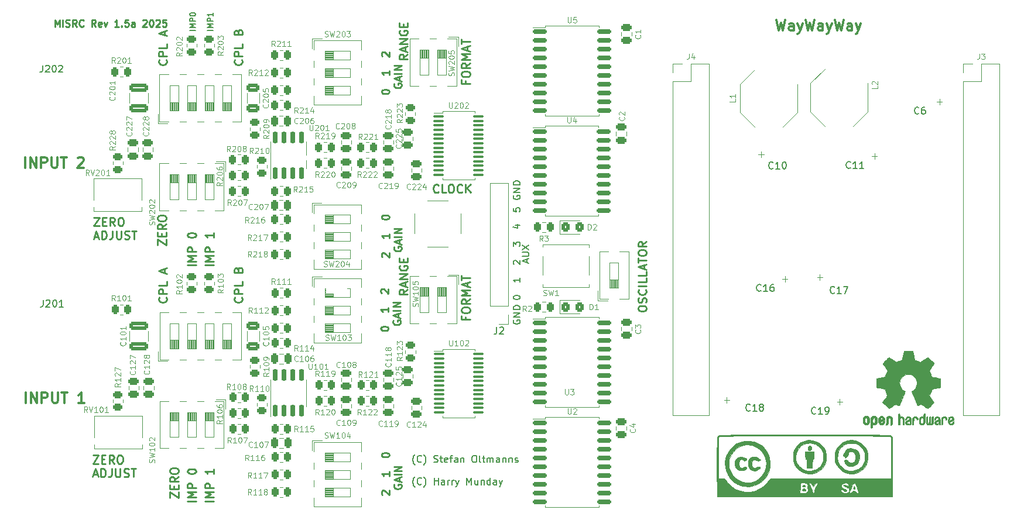
<source format=gbr>
%TF.GenerationSoftware,KiCad,Pcbnew,8.0.2*%
%TF.CreationDate,2025-02-26T14:51:00+00:00*%
%TF.ProjectId,misrc,6d697372-632e-46b6-9963-61645f706362,0.3*%
%TF.SameCoordinates,Original*%
%TF.FileFunction,Legend,Top*%
%TF.FilePolarity,Positive*%
%FSLAX46Y46*%
G04 Gerber Fmt 4.6, Leading zero omitted, Abs format (unit mm)*
G04 Created by KiCad (PCBNEW 8.0.2) date 2025-02-26 14:51:00*
%MOMM*%
%LPD*%
G01*
G04 APERTURE LIST*
G04 Aperture macros list*
%AMRoundRect*
0 Rectangle with rounded corners*
0 $1 Rounding radius*
0 $2 $3 $4 $5 $6 $7 $8 $9 X,Y pos of 4 corners*
0 Add a 4 corners polygon primitive as box body*
4,1,4,$2,$3,$4,$5,$6,$7,$8,$9,$2,$3,0*
0 Add four circle primitives for the rounded corners*
1,1,$1+$1,$2,$3*
1,1,$1+$1,$4,$5*
1,1,$1+$1,$6,$7*
1,1,$1+$1,$8,$9*
0 Add four rect primitives between the rounded corners*
20,1,$1+$1,$2,$3,$4,$5,0*
20,1,$1+$1,$4,$5,$6,$7,0*
20,1,$1+$1,$6,$7,$8,$9,0*
20,1,$1+$1,$8,$9,$2,$3,0*%
G04 Aperture macros list end*
%ADD10C,0.250000*%
%ADD11C,0.200000*%
%ADD12C,0.300000*%
%ADD13C,0.160000*%
%ADD14C,0.150000*%
%ADD15C,0.120000*%
%ADD16C,0.010000*%
%ADD17C,0.532905*%
%ADD18C,0.434210*%
%ADD19C,0.476609*%
%ADD20RoundRect,0.150000X-0.875000X-0.150000X0.875000X-0.150000X0.875000X0.150000X-0.875000X0.150000X0*%
%ADD21R,2.440000X1.120000*%
%ADD22R,1.600000X1.600000*%
%ADD23C,1.600000*%
%ADD24RoundRect,0.250000X-0.475000X0.250000X-0.475000X-0.250000X0.475000X-0.250000X0.475000X0.250000X0*%
%ADD25RoundRect,0.250000X-0.262500X-0.450000X0.262500X-0.450000X0.262500X0.450000X-0.262500X0.450000X0*%
%ADD26R,1.700000X1.700000*%
%ADD27O,1.700000X1.700000*%
%ADD28C,3.200000*%
%ADD29RoundRect,0.250000X-0.325000X-0.450000X0.325000X-0.450000X0.325000X0.450000X-0.325000X0.450000X0*%
%ADD30RoundRect,0.250000X1.100000X-0.325000X1.100000X0.325000X-1.100000X0.325000X-1.100000X-0.325000X0*%
%ADD31RoundRect,0.250000X-0.450000X0.262500X-0.450000X-0.262500X0.450000X-0.262500X0.450000X0.262500X0*%
%ADD32RoundRect,0.250000X0.450000X-0.262500X0.450000X0.262500X-0.450000X0.262500X-0.450000X-0.262500X0*%
%ADD33RoundRect,0.250000X0.262500X0.450000X-0.262500X0.450000X-0.262500X-0.450000X0.262500X-0.450000X0*%
%ADD34RoundRect,0.100000X-0.637500X-0.100000X0.637500X-0.100000X0.637500X0.100000X-0.637500X0.100000X0*%
%ADD35RoundRect,0.250000X-0.250000X-0.475000X0.250000X-0.475000X0.250000X0.475000X-0.250000X0.475000X0*%
%ADD36C,2.050000*%
%ADD37C,2.250000*%
%ADD38C,1.440000*%
%ADD39R,3.200000X2.000000*%
%ADD40R,1.120000X2.440000*%
%ADD41C,2.400000*%
%ADD42C,2.500000*%
%ADD43RoundRect,0.250000X0.475000X-0.250000X0.475000X0.250000X-0.475000X0.250000X-0.475000X-0.250000X0*%
%ADD44R,2.750000X1.000000*%
%ADD45RoundRect,0.250000X-0.650000X0.325000X-0.650000X-0.325000X0.650000X-0.325000X0.650000X0.325000X0*%
%ADD46RoundRect,0.150000X0.150000X-0.725000X0.150000X0.725000X-0.150000X0.725000X-0.150000X-0.725000X0*%
G04 APERTURE END LIST*
D10*
X92042142Y-134423812D02*
X90842142Y-134423812D01*
X92042142Y-133852383D02*
X90842142Y-133852383D01*
X90842142Y-133852383D02*
X91699285Y-133452383D01*
X91699285Y-133452383D02*
X90842142Y-133052383D01*
X90842142Y-133052383D02*
X92042142Y-133052383D01*
X92042142Y-132480954D02*
X90842142Y-132480954D01*
X90842142Y-132480954D02*
X90842142Y-132023811D01*
X90842142Y-132023811D02*
X90899285Y-131909526D01*
X90899285Y-131909526D02*
X90956428Y-131852383D01*
X90956428Y-131852383D02*
X91070714Y-131795240D01*
X91070714Y-131795240D02*
X91242142Y-131795240D01*
X91242142Y-131795240D02*
X91356428Y-131852383D01*
X91356428Y-131852383D02*
X91413571Y-131909526D01*
X91413571Y-131909526D02*
X91470714Y-132023811D01*
X91470714Y-132023811D02*
X91470714Y-132480954D01*
X92042142Y-129738097D02*
X92042142Y-130423811D01*
X92042142Y-130080954D02*
X90842142Y-130080954D01*
X90842142Y-130080954D02*
X91013571Y-130195240D01*
X91013571Y-130195240D02*
X91127857Y-130309525D01*
X91127857Y-130309525D02*
X91185000Y-130423811D01*
X116466204Y-133484003D02*
X116413823Y-133431622D01*
X116413823Y-133431622D02*
X116361442Y-133326860D01*
X116361442Y-133326860D02*
X116361442Y-133064955D01*
X116361442Y-133064955D02*
X116413823Y-132960193D01*
X116413823Y-132960193D02*
X116466204Y-132907812D01*
X116466204Y-132907812D02*
X116570966Y-132855431D01*
X116570966Y-132855431D02*
X116675728Y-132855431D01*
X116675728Y-132855431D02*
X116832871Y-132907812D01*
X116832871Y-132907812D02*
X117461442Y-133536384D01*
X117461442Y-133536384D02*
X117461442Y-132855431D01*
X117461442Y-130131622D02*
X117461442Y-130760194D01*
X117461442Y-130445908D02*
X116361442Y-130445908D01*
X116361442Y-130445908D02*
X116518585Y-130550670D01*
X116518585Y-130550670D02*
X116623347Y-130655432D01*
X116623347Y-130655432D02*
X116675728Y-130760194D01*
X116361442Y-127774480D02*
X116361442Y-127669718D01*
X116361442Y-127669718D02*
X116413823Y-127564956D01*
X116413823Y-127564956D02*
X116466204Y-127512575D01*
X116466204Y-127512575D02*
X116570966Y-127460194D01*
X116570966Y-127460194D02*
X116780490Y-127407813D01*
X116780490Y-127407813D02*
X117042395Y-127407813D01*
X117042395Y-127407813D02*
X117251919Y-127460194D01*
X117251919Y-127460194D02*
X117356681Y-127512575D01*
X117356681Y-127512575D02*
X117409062Y-127564956D01*
X117409062Y-127564956D02*
X117461442Y-127669718D01*
X117461442Y-127669718D02*
X117461442Y-127774480D01*
X117461442Y-127774480D02*
X117409062Y-127879242D01*
X117409062Y-127879242D02*
X117356681Y-127931623D01*
X117356681Y-127931623D02*
X117251919Y-127984004D01*
X117251919Y-127984004D02*
X117042395Y-128036385D01*
X117042395Y-128036385D02*
X116780490Y-128036385D01*
X116780490Y-128036385D02*
X116570966Y-127984004D01*
X116570966Y-127984004D02*
X116466204Y-127931623D01*
X116466204Y-127931623D02*
X116413823Y-127879242D01*
X116413823Y-127879242D02*
X116361442Y-127774480D01*
X118184761Y-132017336D02*
X118132380Y-132122098D01*
X118132380Y-132122098D02*
X118132380Y-132279241D01*
X118132380Y-132279241D02*
X118184761Y-132436384D01*
X118184761Y-132436384D02*
X118289523Y-132541146D01*
X118289523Y-132541146D02*
X118394285Y-132593527D01*
X118394285Y-132593527D02*
X118603809Y-132645908D01*
X118603809Y-132645908D02*
X118760952Y-132645908D01*
X118760952Y-132645908D02*
X118970476Y-132593527D01*
X118970476Y-132593527D02*
X119075238Y-132541146D01*
X119075238Y-132541146D02*
X119180000Y-132436384D01*
X119180000Y-132436384D02*
X119232380Y-132279241D01*
X119232380Y-132279241D02*
X119232380Y-132174479D01*
X119232380Y-132174479D02*
X119180000Y-132017336D01*
X119180000Y-132017336D02*
X119127619Y-131964955D01*
X119127619Y-131964955D02*
X118760952Y-131964955D01*
X118760952Y-131964955D02*
X118760952Y-132174479D01*
X118918095Y-131545908D02*
X118918095Y-131022098D01*
X119232380Y-131650670D02*
X118132380Y-131284003D01*
X118132380Y-131284003D02*
X119232380Y-130917336D01*
X119232380Y-130550670D02*
X118132380Y-130550670D01*
X119232380Y-130026860D02*
X118132380Y-130026860D01*
X118132380Y-130026860D02*
X119232380Y-129398288D01*
X119232380Y-129398288D02*
X118132380Y-129398288D01*
D11*
X137376504Y-99880945D02*
X137376504Y-99404755D01*
X137662219Y-99976183D02*
X136662219Y-99642850D01*
X136662219Y-99642850D02*
X137662219Y-99309517D01*
X136662219Y-98976183D02*
X137471742Y-98976183D01*
X137471742Y-98976183D02*
X137566980Y-98928564D01*
X137566980Y-98928564D02*
X137614600Y-98880945D01*
X137614600Y-98880945D02*
X137662219Y-98785707D01*
X137662219Y-98785707D02*
X137662219Y-98595231D01*
X137662219Y-98595231D02*
X137614600Y-98499993D01*
X137614600Y-98499993D02*
X137566980Y-98452374D01*
X137566980Y-98452374D02*
X137471742Y-98404755D01*
X137471742Y-98404755D02*
X136662219Y-98404755D01*
X136662219Y-98023802D02*
X137662219Y-97357136D01*
X136662219Y-97357136D02*
X137662219Y-98023802D01*
D10*
X85196857Y-70492098D02*
X85254000Y-70549241D01*
X85254000Y-70549241D02*
X85311142Y-70720669D01*
X85311142Y-70720669D02*
X85311142Y-70834955D01*
X85311142Y-70834955D02*
X85254000Y-71006384D01*
X85254000Y-71006384D02*
X85139714Y-71120669D01*
X85139714Y-71120669D02*
X85025428Y-71177812D01*
X85025428Y-71177812D02*
X84796857Y-71234955D01*
X84796857Y-71234955D02*
X84625428Y-71234955D01*
X84625428Y-71234955D02*
X84396857Y-71177812D01*
X84396857Y-71177812D02*
X84282571Y-71120669D01*
X84282571Y-71120669D02*
X84168285Y-71006384D01*
X84168285Y-71006384D02*
X84111142Y-70834955D01*
X84111142Y-70834955D02*
X84111142Y-70720669D01*
X84111142Y-70720669D02*
X84168285Y-70549241D01*
X84168285Y-70549241D02*
X84225428Y-70492098D01*
X85311142Y-69977812D02*
X84111142Y-69977812D01*
X84111142Y-69977812D02*
X84111142Y-69520669D01*
X84111142Y-69520669D02*
X84168285Y-69406384D01*
X84168285Y-69406384D02*
X84225428Y-69349241D01*
X84225428Y-69349241D02*
X84339714Y-69292098D01*
X84339714Y-69292098D02*
X84511142Y-69292098D01*
X84511142Y-69292098D02*
X84625428Y-69349241D01*
X84625428Y-69349241D02*
X84682571Y-69406384D01*
X84682571Y-69406384D02*
X84739714Y-69520669D01*
X84739714Y-69520669D02*
X84739714Y-69977812D01*
X85311142Y-68206384D02*
X85311142Y-68777812D01*
X85311142Y-68777812D02*
X84111142Y-68777812D01*
X84968285Y-66949240D02*
X84968285Y-66377812D01*
X85311142Y-67063526D02*
X84111142Y-66663526D01*
X84111142Y-66663526D02*
X85311142Y-66263526D01*
D12*
X64854510Y-86130828D02*
X64854510Y-84630828D01*
X65568796Y-86130828D02*
X65568796Y-84630828D01*
X65568796Y-84630828D02*
X66425939Y-86130828D01*
X66425939Y-86130828D02*
X66425939Y-84630828D01*
X67140225Y-86130828D02*
X67140225Y-84630828D01*
X67140225Y-84630828D02*
X67711654Y-84630828D01*
X67711654Y-84630828D02*
X67854511Y-84702257D01*
X67854511Y-84702257D02*
X67925940Y-84773685D01*
X67925940Y-84773685D02*
X67997368Y-84916542D01*
X67997368Y-84916542D02*
X67997368Y-85130828D01*
X67997368Y-85130828D02*
X67925940Y-85273685D01*
X67925940Y-85273685D02*
X67854511Y-85345114D01*
X67854511Y-85345114D02*
X67711654Y-85416542D01*
X67711654Y-85416542D02*
X67140225Y-85416542D01*
X68640225Y-84630828D02*
X68640225Y-85845114D01*
X68640225Y-85845114D02*
X68711654Y-85987971D01*
X68711654Y-85987971D02*
X68783083Y-86059400D01*
X68783083Y-86059400D02*
X68925940Y-86130828D01*
X68925940Y-86130828D02*
X69211654Y-86130828D01*
X69211654Y-86130828D02*
X69354511Y-86059400D01*
X69354511Y-86059400D02*
X69425940Y-85987971D01*
X69425940Y-85987971D02*
X69497368Y-85845114D01*
X69497368Y-85845114D02*
X69497368Y-84630828D01*
X69997369Y-84630828D02*
X70854512Y-84630828D01*
X70425940Y-86130828D02*
X70425940Y-84630828D01*
X72425940Y-84773685D02*
X72497368Y-84702257D01*
X72497368Y-84702257D02*
X72640226Y-84630828D01*
X72640226Y-84630828D02*
X72997368Y-84630828D01*
X72997368Y-84630828D02*
X73140226Y-84702257D01*
X73140226Y-84702257D02*
X73211654Y-84773685D01*
X73211654Y-84773685D02*
X73283083Y-84916542D01*
X73283083Y-84916542D02*
X73283083Y-85059400D01*
X73283083Y-85059400D02*
X73211654Y-85273685D01*
X73211654Y-85273685D02*
X72354511Y-86130828D01*
X72354511Y-86130828D02*
X73283083Y-86130828D01*
D11*
X135725552Y-94451755D02*
X136392219Y-94451755D01*
X135344600Y-94689850D02*
X136058885Y-94927945D01*
X136058885Y-94927945D02*
X136058885Y-94308898D01*
D10*
X85762142Y-133903098D02*
X85762142Y-133103098D01*
X85762142Y-133103098D02*
X86962142Y-133903098D01*
X86962142Y-133903098D02*
X86962142Y-133103098D01*
X86333571Y-132645955D02*
X86333571Y-132245955D01*
X86962142Y-132074527D02*
X86962142Y-132645955D01*
X86962142Y-132645955D02*
X85762142Y-132645955D01*
X85762142Y-132645955D02*
X85762142Y-132074527D01*
X86962142Y-130874527D02*
X86390714Y-131274527D01*
X86962142Y-131560241D02*
X85762142Y-131560241D01*
X85762142Y-131560241D02*
X85762142Y-131103098D01*
X85762142Y-131103098D02*
X85819285Y-130988813D01*
X85819285Y-130988813D02*
X85876428Y-130931670D01*
X85876428Y-130931670D02*
X85990714Y-130874527D01*
X85990714Y-130874527D02*
X86162142Y-130874527D01*
X86162142Y-130874527D02*
X86276428Y-130931670D01*
X86276428Y-130931670D02*
X86333571Y-130988813D01*
X86333571Y-130988813D02*
X86390714Y-131103098D01*
X86390714Y-131103098D02*
X86390714Y-131560241D01*
X85762142Y-130131670D02*
X85762142Y-129903098D01*
X85762142Y-129903098D02*
X85819285Y-129788813D01*
X85819285Y-129788813D02*
X85933571Y-129674527D01*
X85933571Y-129674527D02*
X86162142Y-129617384D01*
X86162142Y-129617384D02*
X86562142Y-129617384D01*
X86562142Y-129617384D02*
X86790714Y-129674527D01*
X86790714Y-129674527D02*
X86905000Y-129788813D01*
X86905000Y-129788813D02*
X86962142Y-129903098D01*
X86962142Y-129903098D02*
X86962142Y-130131670D01*
X86962142Y-130131670D02*
X86905000Y-130245956D01*
X86905000Y-130245956D02*
X86790714Y-130360241D01*
X86790714Y-130360241D02*
X86562142Y-130417384D01*
X86562142Y-130417384D02*
X86162142Y-130417384D01*
X86162142Y-130417384D02*
X85933571Y-130360241D01*
X85933571Y-130360241D02*
X85819285Y-130245956D01*
X85819285Y-130245956D02*
X85762142Y-130131670D01*
D12*
X64934510Y-120170828D02*
X64934510Y-118670828D01*
X65648796Y-120170828D02*
X65648796Y-118670828D01*
X65648796Y-118670828D02*
X66505939Y-120170828D01*
X66505939Y-120170828D02*
X66505939Y-118670828D01*
X67220225Y-120170828D02*
X67220225Y-118670828D01*
X67220225Y-118670828D02*
X67791654Y-118670828D01*
X67791654Y-118670828D02*
X67934511Y-118742257D01*
X67934511Y-118742257D02*
X68005940Y-118813685D01*
X68005940Y-118813685D02*
X68077368Y-118956542D01*
X68077368Y-118956542D02*
X68077368Y-119170828D01*
X68077368Y-119170828D02*
X68005940Y-119313685D01*
X68005940Y-119313685D02*
X67934511Y-119385114D01*
X67934511Y-119385114D02*
X67791654Y-119456542D01*
X67791654Y-119456542D02*
X67220225Y-119456542D01*
X68720225Y-118670828D02*
X68720225Y-119885114D01*
X68720225Y-119885114D02*
X68791654Y-120027971D01*
X68791654Y-120027971D02*
X68863083Y-120099400D01*
X68863083Y-120099400D02*
X69005940Y-120170828D01*
X69005940Y-120170828D02*
X69291654Y-120170828D01*
X69291654Y-120170828D02*
X69434511Y-120099400D01*
X69434511Y-120099400D02*
X69505940Y-120027971D01*
X69505940Y-120027971D02*
X69577368Y-119885114D01*
X69577368Y-119885114D02*
X69577368Y-118670828D01*
X70077369Y-118670828D02*
X70934512Y-118670828D01*
X70505940Y-120170828D02*
X70505940Y-118670828D01*
X73363083Y-120170828D02*
X72505940Y-120170828D01*
X72934511Y-120170828D02*
X72934511Y-118670828D01*
X72934511Y-118670828D02*
X72791654Y-118885114D01*
X72791654Y-118885114D02*
X72648797Y-119027971D01*
X72648797Y-119027971D02*
X72505940Y-119099400D01*
D10*
X92042142Y-100260812D02*
X90842142Y-100260812D01*
X92042142Y-99689383D02*
X90842142Y-99689383D01*
X90842142Y-99689383D02*
X91699285Y-99289383D01*
X91699285Y-99289383D02*
X90842142Y-98889383D01*
X90842142Y-98889383D02*
X92042142Y-98889383D01*
X92042142Y-98317954D02*
X90842142Y-98317954D01*
X90842142Y-98317954D02*
X90842142Y-97860811D01*
X90842142Y-97860811D02*
X90899285Y-97746526D01*
X90899285Y-97746526D02*
X90956428Y-97689383D01*
X90956428Y-97689383D02*
X91070714Y-97632240D01*
X91070714Y-97632240D02*
X91242142Y-97632240D01*
X91242142Y-97632240D02*
X91356428Y-97689383D01*
X91356428Y-97689383D02*
X91413571Y-97746526D01*
X91413571Y-97746526D02*
X91470714Y-97860811D01*
X91470714Y-97860811D02*
X91470714Y-98317954D01*
X92042142Y-95575097D02*
X92042142Y-96260811D01*
X92042142Y-95917954D02*
X90842142Y-95917954D01*
X90842142Y-95917954D02*
X91013571Y-96032240D01*
X91013571Y-96032240D02*
X91127857Y-96146525D01*
X91127857Y-96146525D02*
X91185000Y-96260811D01*
D11*
X135392219Y-104976850D02*
X135392219Y-104881612D01*
X135392219Y-104881612D02*
X135439838Y-104786374D01*
X135439838Y-104786374D02*
X135487457Y-104738755D01*
X135487457Y-104738755D02*
X135582695Y-104691136D01*
X135582695Y-104691136D02*
X135773171Y-104643517D01*
X135773171Y-104643517D02*
X136011266Y-104643517D01*
X136011266Y-104643517D02*
X136201742Y-104691136D01*
X136201742Y-104691136D02*
X136296980Y-104738755D01*
X136296980Y-104738755D02*
X136344600Y-104786374D01*
X136344600Y-104786374D02*
X136392219Y-104881612D01*
X136392219Y-104881612D02*
X136392219Y-104976850D01*
X136392219Y-104976850D02*
X136344600Y-105072088D01*
X136344600Y-105072088D02*
X136296980Y-105119707D01*
X136296980Y-105119707D02*
X136201742Y-105167326D01*
X136201742Y-105167326D02*
X136011266Y-105214945D01*
X136011266Y-105214945D02*
X135773171Y-105214945D01*
X135773171Y-105214945D02*
X135582695Y-105167326D01*
X135582695Y-105167326D02*
X135487457Y-105119707D01*
X135487457Y-105119707D02*
X135439838Y-105072088D01*
X135439838Y-105072088D02*
X135392219Y-104976850D01*
D13*
X89428775Y-66252260D02*
X88628775Y-66252260D01*
X89428775Y-65871308D02*
X88628775Y-65871308D01*
X88628775Y-65871308D02*
X89200203Y-65604642D01*
X89200203Y-65604642D02*
X88628775Y-65337975D01*
X88628775Y-65337975D02*
X89428775Y-65337975D01*
X89428775Y-64957022D02*
X88628775Y-64957022D01*
X88628775Y-64957022D02*
X88628775Y-64652260D01*
X88628775Y-64652260D02*
X88666870Y-64576070D01*
X88666870Y-64576070D02*
X88704965Y-64537975D01*
X88704965Y-64537975D02*
X88781156Y-64499879D01*
X88781156Y-64499879D02*
X88895441Y-64499879D01*
X88895441Y-64499879D02*
X88971632Y-64537975D01*
X88971632Y-64537975D02*
X89009727Y-64576070D01*
X89009727Y-64576070D02*
X89047822Y-64652260D01*
X89047822Y-64652260D02*
X89047822Y-64957022D01*
X88628775Y-64004641D02*
X88628775Y-63928451D01*
X88628775Y-63928451D02*
X88666870Y-63852260D01*
X88666870Y-63852260D02*
X88704965Y-63814165D01*
X88704965Y-63814165D02*
X88781156Y-63776070D01*
X88781156Y-63776070D02*
X88933537Y-63737975D01*
X88933537Y-63737975D02*
X89124013Y-63737975D01*
X89124013Y-63737975D02*
X89276394Y-63776070D01*
X89276394Y-63776070D02*
X89352584Y-63814165D01*
X89352584Y-63814165D02*
X89390680Y-63852260D01*
X89390680Y-63852260D02*
X89428775Y-63928451D01*
X89428775Y-63928451D02*
X89428775Y-64004641D01*
X89428775Y-64004641D02*
X89390680Y-64080832D01*
X89390680Y-64080832D02*
X89352584Y-64118927D01*
X89352584Y-64118927D02*
X89276394Y-64157022D01*
X89276394Y-64157022D02*
X89124013Y-64195118D01*
X89124013Y-64195118D02*
X88933537Y-64195118D01*
X88933537Y-64195118D02*
X88781156Y-64157022D01*
X88781156Y-64157022D02*
X88704965Y-64118927D01*
X88704965Y-64118927D02*
X88666870Y-64080832D01*
X88666870Y-64080832D02*
X88628775Y-64004641D01*
D10*
X116234442Y-109473098D02*
X116234442Y-109368336D01*
X116234442Y-109368336D02*
X116286823Y-109263574D01*
X116286823Y-109263574D02*
X116339204Y-109211193D01*
X116339204Y-109211193D02*
X116443966Y-109158812D01*
X116443966Y-109158812D02*
X116653490Y-109106431D01*
X116653490Y-109106431D02*
X116915395Y-109106431D01*
X116915395Y-109106431D02*
X117124919Y-109158812D01*
X117124919Y-109158812D02*
X117229681Y-109211193D01*
X117229681Y-109211193D02*
X117282062Y-109263574D01*
X117282062Y-109263574D02*
X117334442Y-109368336D01*
X117334442Y-109368336D02*
X117334442Y-109473098D01*
X117334442Y-109473098D02*
X117282062Y-109577860D01*
X117282062Y-109577860D02*
X117229681Y-109630241D01*
X117229681Y-109630241D02*
X117124919Y-109682622D01*
X117124919Y-109682622D02*
X116915395Y-109735003D01*
X116915395Y-109735003D02*
X116653490Y-109735003D01*
X116653490Y-109735003D02*
X116443966Y-109682622D01*
X116443966Y-109682622D02*
X116339204Y-109630241D01*
X116339204Y-109630241D02*
X116286823Y-109577860D01*
X116286823Y-109577860D02*
X116234442Y-109473098D01*
X117334442Y-106382622D02*
X117334442Y-107011194D01*
X117334442Y-106696908D02*
X116234442Y-106696908D01*
X116234442Y-106696908D02*
X116391585Y-106801670D01*
X116391585Y-106801670D02*
X116496347Y-106906432D01*
X116496347Y-106906432D02*
X116548728Y-107011194D01*
X116339204Y-104287385D02*
X116286823Y-104235004D01*
X116286823Y-104235004D02*
X116234442Y-104130242D01*
X116234442Y-104130242D02*
X116234442Y-103868337D01*
X116234442Y-103868337D02*
X116286823Y-103763575D01*
X116286823Y-103763575D02*
X116339204Y-103711194D01*
X116339204Y-103711194D02*
X116443966Y-103658813D01*
X116443966Y-103658813D02*
X116548728Y-103658813D01*
X116548728Y-103658813D02*
X116705871Y-103711194D01*
X116705871Y-103711194D02*
X117334442Y-104339766D01*
X117334442Y-104339766D02*
X117334442Y-103658813D01*
X118057761Y-108268336D02*
X118005380Y-108373098D01*
X118005380Y-108373098D02*
X118005380Y-108530241D01*
X118005380Y-108530241D02*
X118057761Y-108687384D01*
X118057761Y-108687384D02*
X118162523Y-108792146D01*
X118162523Y-108792146D02*
X118267285Y-108844527D01*
X118267285Y-108844527D02*
X118476809Y-108896908D01*
X118476809Y-108896908D02*
X118633952Y-108896908D01*
X118633952Y-108896908D02*
X118843476Y-108844527D01*
X118843476Y-108844527D02*
X118948238Y-108792146D01*
X118948238Y-108792146D02*
X119053000Y-108687384D01*
X119053000Y-108687384D02*
X119105380Y-108530241D01*
X119105380Y-108530241D02*
X119105380Y-108425479D01*
X119105380Y-108425479D02*
X119053000Y-108268336D01*
X119053000Y-108268336D02*
X119000619Y-108215955D01*
X119000619Y-108215955D02*
X118633952Y-108215955D01*
X118633952Y-108215955D02*
X118633952Y-108425479D01*
X118791095Y-107796908D02*
X118791095Y-107273098D01*
X119105380Y-107901670D02*
X118005380Y-107535003D01*
X118005380Y-107535003D02*
X119105380Y-107168336D01*
X119105380Y-106801670D02*
X118005380Y-106801670D01*
X119105380Y-106277860D02*
X118005380Y-106277860D01*
X118005380Y-106277860D02*
X119105380Y-105649288D01*
X119105380Y-105649288D02*
X118005380Y-105649288D01*
D11*
X135439838Y-108199517D02*
X135392219Y-108294755D01*
X135392219Y-108294755D02*
X135392219Y-108437612D01*
X135392219Y-108437612D02*
X135439838Y-108580469D01*
X135439838Y-108580469D02*
X135535076Y-108675707D01*
X135535076Y-108675707D02*
X135630314Y-108723326D01*
X135630314Y-108723326D02*
X135820790Y-108770945D01*
X135820790Y-108770945D02*
X135963647Y-108770945D01*
X135963647Y-108770945D02*
X136154123Y-108723326D01*
X136154123Y-108723326D02*
X136249361Y-108675707D01*
X136249361Y-108675707D02*
X136344600Y-108580469D01*
X136344600Y-108580469D02*
X136392219Y-108437612D01*
X136392219Y-108437612D02*
X136392219Y-108342374D01*
X136392219Y-108342374D02*
X136344600Y-108199517D01*
X136344600Y-108199517D02*
X136296980Y-108151898D01*
X136296980Y-108151898D02*
X135963647Y-108151898D01*
X135963647Y-108151898D02*
X135963647Y-108342374D01*
X136392219Y-107723326D02*
X135392219Y-107723326D01*
X135392219Y-107723326D02*
X136392219Y-107151898D01*
X136392219Y-107151898D02*
X135392219Y-107151898D01*
X136392219Y-106675707D02*
X135392219Y-106675707D01*
X135392219Y-106675707D02*
X135392219Y-106437612D01*
X135392219Y-106437612D02*
X135439838Y-106294755D01*
X135439838Y-106294755D02*
X135535076Y-106199517D01*
X135535076Y-106199517D02*
X135630314Y-106151898D01*
X135630314Y-106151898D02*
X135820790Y-106104279D01*
X135820790Y-106104279D02*
X135963647Y-106104279D01*
X135963647Y-106104279D02*
X136154123Y-106151898D01*
X136154123Y-106151898D02*
X136249361Y-106199517D01*
X136249361Y-106199517D02*
X136344600Y-106294755D01*
X136344600Y-106294755D02*
X136392219Y-106437612D01*
X136392219Y-106437612D02*
X136392219Y-106675707D01*
D14*
X121172493Y-129180855D02*
X121124874Y-129133236D01*
X121124874Y-129133236D02*
X121029636Y-128990379D01*
X121029636Y-128990379D02*
X120982017Y-128895141D01*
X120982017Y-128895141D02*
X120934398Y-128752284D01*
X120934398Y-128752284D02*
X120886779Y-128514188D01*
X120886779Y-128514188D02*
X120886779Y-128323712D01*
X120886779Y-128323712D02*
X120934398Y-128085617D01*
X120934398Y-128085617D02*
X120982017Y-127942760D01*
X120982017Y-127942760D02*
X121029636Y-127847522D01*
X121029636Y-127847522D02*
X121124874Y-127704664D01*
X121124874Y-127704664D02*
X121172493Y-127657045D01*
X122124874Y-128704664D02*
X122077255Y-128752284D01*
X122077255Y-128752284D02*
X121934398Y-128799903D01*
X121934398Y-128799903D02*
X121839160Y-128799903D01*
X121839160Y-128799903D02*
X121696303Y-128752284D01*
X121696303Y-128752284D02*
X121601065Y-128657045D01*
X121601065Y-128657045D02*
X121553446Y-128561807D01*
X121553446Y-128561807D02*
X121505827Y-128371331D01*
X121505827Y-128371331D02*
X121505827Y-128228474D01*
X121505827Y-128228474D02*
X121553446Y-128037998D01*
X121553446Y-128037998D02*
X121601065Y-127942760D01*
X121601065Y-127942760D02*
X121696303Y-127847522D01*
X121696303Y-127847522D02*
X121839160Y-127799903D01*
X121839160Y-127799903D02*
X121934398Y-127799903D01*
X121934398Y-127799903D02*
X122077255Y-127847522D01*
X122077255Y-127847522D02*
X122124874Y-127895141D01*
X122458208Y-129180855D02*
X122505827Y-129133236D01*
X122505827Y-129133236D02*
X122601065Y-128990379D01*
X122601065Y-128990379D02*
X122648684Y-128895141D01*
X122648684Y-128895141D02*
X122696303Y-128752284D01*
X122696303Y-128752284D02*
X122743922Y-128514188D01*
X122743922Y-128514188D02*
X122743922Y-128323712D01*
X122743922Y-128323712D02*
X122696303Y-128085617D01*
X122696303Y-128085617D02*
X122648684Y-127942760D01*
X122648684Y-127942760D02*
X122601065Y-127847522D01*
X122601065Y-127847522D02*
X122505827Y-127704664D01*
X122505827Y-127704664D02*
X122458208Y-127657045D01*
X123934399Y-128752284D02*
X124077256Y-128799903D01*
X124077256Y-128799903D02*
X124315351Y-128799903D01*
X124315351Y-128799903D02*
X124410589Y-128752284D01*
X124410589Y-128752284D02*
X124458208Y-128704664D01*
X124458208Y-128704664D02*
X124505827Y-128609426D01*
X124505827Y-128609426D02*
X124505827Y-128514188D01*
X124505827Y-128514188D02*
X124458208Y-128418950D01*
X124458208Y-128418950D02*
X124410589Y-128371331D01*
X124410589Y-128371331D02*
X124315351Y-128323712D01*
X124315351Y-128323712D02*
X124124875Y-128276093D01*
X124124875Y-128276093D02*
X124029637Y-128228474D01*
X124029637Y-128228474D02*
X123982018Y-128180855D01*
X123982018Y-128180855D02*
X123934399Y-128085617D01*
X123934399Y-128085617D02*
X123934399Y-127990379D01*
X123934399Y-127990379D02*
X123982018Y-127895141D01*
X123982018Y-127895141D02*
X124029637Y-127847522D01*
X124029637Y-127847522D02*
X124124875Y-127799903D01*
X124124875Y-127799903D02*
X124362970Y-127799903D01*
X124362970Y-127799903D02*
X124505827Y-127847522D01*
X124791542Y-128133236D02*
X125172494Y-128133236D01*
X124934399Y-127799903D02*
X124934399Y-128657045D01*
X124934399Y-128657045D02*
X124982018Y-128752284D01*
X124982018Y-128752284D02*
X125077256Y-128799903D01*
X125077256Y-128799903D02*
X125172494Y-128799903D01*
X125886780Y-128752284D02*
X125791542Y-128799903D01*
X125791542Y-128799903D02*
X125601066Y-128799903D01*
X125601066Y-128799903D02*
X125505828Y-128752284D01*
X125505828Y-128752284D02*
X125458209Y-128657045D01*
X125458209Y-128657045D02*
X125458209Y-128276093D01*
X125458209Y-128276093D02*
X125505828Y-128180855D01*
X125505828Y-128180855D02*
X125601066Y-128133236D01*
X125601066Y-128133236D02*
X125791542Y-128133236D01*
X125791542Y-128133236D02*
X125886780Y-128180855D01*
X125886780Y-128180855D02*
X125934399Y-128276093D01*
X125934399Y-128276093D02*
X125934399Y-128371331D01*
X125934399Y-128371331D02*
X125458209Y-128466569D01*
X126220114Y-128133236D02*
X126601066Y-128133236D01*
X126362971Y-128799903D02*
X126362971Y-127942760D01*
X126362971Y-127942760D02*
X126410590Y-127847522D01*
X126410590Y-127847522D02*
X126505828Y-127799903D01*
X126505828Y-127799903D02*
X126601066Y-127799903D01*
X127362971Y-128799903D02*
X127362971Y-128276093D01*
X127362971Y-128276093D02*
X127315352Y-128180855D01*
X127315352Y-128180855D02*
X127220114Y-128133236D01*
X127220114Y-128133236D02*
X127029638Y-128133236D01*
X127029638Y-128133236D02*
X126934400Y-128180855D01*
X127362971Y-128752284D02*
X127267733Y-128799903D01*
X127267733Y-128799903D02*
X127029638Y-128799903D01*
X127029638Y-128799903D02*
X126934400Y-128752284D01*
X126934400Y-128752284D02*
X126886781Y-128657045D01*
X126886781Y-128657045D02*
X126886781Y-128561807D01*
X126886781Y-128561807D02*
X126934400Y-128466569D01*
X126934400Y-128466569D02*
X127029638Y-128418950D01*
X127029638Y-128418950D02*
X127267733Y-128418950D01*
X127267733Y-128418950D02*
X127362971Y-128371331D01*
X127839162Y-128133236D02*
X127839162Y-128799903D01*
X127839162Y-128228474D02*
X127886781Y-128180855D01*
X127886781Y-128180855D02*
X127982019Y-128133236D01*
X127982019Y-128133236D02*
X128124876Y-128133236D01*
X128124876Y-128133236D02*
X128220114Y-128180855D01*
X128220114Y-128180855D02*
X128267733Y-128276093D01*
X128267733Y-128276093D02*
X128267733Y-128799903D01*
X129696305Y-127799903D02*
X129886781Y-127799903D01*
X129886781Y-127799903D02*
X129982019Y-127847522D01*
X129982019Y-127847522D02*
X130077257Y-127942760D01*
X130077257Y-127942760D02*
X130124876Y-128133236D01*
X130124876Y-128133236D02*
X130124876Y-128466569D01*
X130124876Y-128466569D02*
X130077257Y-128657045D01*
X130077257Y-128657045D02*
X129982019Y-128752284D01*
X129982019Y-128752284D02*
X129886781Y-128799903D01*
X129886781Y-128799903D02*
X129696305Y-128799903D01*
X129696305Y-128799903D02*
X129601067Y-128752284D01*
X129601067Y-128752284D02*
X129505829Y-128657045D01*
X129505829Y-128657045D02*
X129458210Y-128466569D01*
X129458210Y-128466569D02*
X129458210Y-128133236D01*
X129458210Y-128133236D02*
X129505829Y-127942760D01*
X129505829Y-127942760D02*
X129601067Y-127847522D01*
X129601067Y-127847522D02*
X129696305Y-127799903D01*
X130696305Y-128799903D02*
X130601067Y-128752284D01*
X130601067Y-128752284D02*
X130553448Y-128657045D01*
X130553448Y-128657045D02*
X130553448Y-127799903D01*
X130934401Y-128133236D02*
X131315353Y-128133236D01*
X131077258Y-127799903D02*
X131077258Y-128657045D01*
X131077258Y-128657045D02*
X131124877Y-128752284D01*
X131124877Y-128752284D02*
X131220115Y-128799903D01*
X131220115Y-128799903D02*
X131315353Y-128799903D01*
X131648687Y-128799903D02*
X131648687Y-128133236D01*
X131648687Y-128228474D02*
X131696306Y-128180855D01*
X131696306Y-128180855D02*
X131791544Y-128133236D01*
X131791544Y-128133236D02*
X131934401Y-128133236D01*
X131934401Y-128133236D02*
X132029639Y-128180855D01*
X132029639Y-128180855D02*
X132077258Y-128276093D01*
X132077258Y-128276093D02*
X132077258Y-128799903D01*
X132077258Y-128276093D02*
X132124877Y-128180855D01*
X132124877Y-128180855D02*
X132220115Y-128133236D01*
X132220115Y-128133236D02*
X132362972Y-128133236D01*
X132362972Y-128133236D02*
X132458211Y-128180855D01*
X132458211Y-128180855D02*
X132505830Y-128276093D01*
X132505830Y-128276093D02*
X132505830Y-128799903D01*
X133410591Y-128799903D02*
X133410591Y-128276093D01*
X133410591Y-128276093D02*
X133362972Y-128180855D01*
X133362972Y-128180855D02*
X133267734Y-128133236D01*
X133267734Y-128133236D02*
X133077258Y-128133236D01*
X133077258Y-128133236D02*
X132982020Y-128180855D01*
X133410591Y-128752284D02*
X133315353Y-128799903D01*
X133315353Y-128799903D02*
X133077258Y-128799903D01*
X133077258Y-128799903D02*
X132982020Y-128752284D01*
X132982020Y-128752284D02*
X132934401Y-128657045D01*
X132934401Y-128657045D02*
X132934401Y-128561807D01*
X132934401Y-128561807D02*
X132982020Y-128466569D01*
X132982020Y-128466569D02*
X133077258Y-128418950D01*
X133077258Y-128418950D02*
X133315353Y-128418950D01*
X133315353Y-128418950D02*
X133410591Y-128371331D01*
X133886782Y-128133236D02*
X133886782Y-128799903D01*
X133886782Y-128228474D02*
X133934401Y-128180855D01*
X133934401Y-128180855D02*
X134029639Y-128133236D01*
X134029639Y-128133236D02*
X134172496Y-128133236D01*
X134172496Y-128133236D02*
X134267734Y-128180855D01*
X134267734Y-128180855D02*
X134315353Y-128276093D01*
X134315353Y-128276093D02*
X134315353Y-128799903D01*
X134791544Y-128133236D02*
X134791544Y-128799903D01*
X134791544Y-128228474D02*
X134839163Y-128180855D01*
X134839163Y-128180855D02*
X134934401Y-128133236D01*
X134934401Y-128133236D02*
X135077258Y-128133236D01*
X135077258Y-128133236D02*
X135172496Y-128180855D01*
X135172496Y-128180855D02*
X135220115Y-128276093D01*
X135220115Y-128276093D02*
X135220115Y-128799903D01*
X135648687Y-128752284D02*
X135743925Y-128799903D01*
X135743925Y-128799903D02*
X135934401Y-128799903D01*
X135934401Y-128799903D02*
X136029639Y-128752284D01*
X136029639Y-128752284D02*
X136077258Y-128657045D01*
X136077258Y-128657045D02*
X136077258Y-128609426D01*
X136077258Y-128609426D02*
X136029639Y-128514188D01*
X136029639Y-128514188D02*
X135934401Y-128466569D01*
X135934401Y-128466569D02*
X135791544Y-128466569D01*
X135791544Y-128466569D02*
X135696306Y-128418950D01*
X135696306Y-128418950D02*
X135648687Y-128323712D01*
X135648687Y-128323712D02*
X135648687Y-128276093D01*
X135648687Y-128276093D02*
X135696306Y-128180855D01*
X135696306Y-128180855D02*
X135791544Y-128133236D01*
X135791544Y-128133236D02*
X135934401Y-128133236D01*
X135934401Y-128133236D02*
X136029639Y-128180855D01*
X121172493Y-132400743D02*
X121124874Y-132353124D01*
X121124874Y-132353124D02*
X121029636Y-132210267D01*
X121029636Y-132210267D02*
X120982017Y-132115029D01*
X120982017Y-132115029D02*
X120934398Y-131972172D01*
X120934398Y-131972172D02*
X120886779Y-131734076D01*
X120886779Y-131734076D02*
X120886779Y-131543600D01*
X120886779Y-131543600D02*
X120934398Y-131305505D01*
X120934398Y-131305505D02*
X120982017Y-131162648D01*
X120982017Y-131162648D02*
X121029636Y-131067410D01*
X121029636Y-131067410D02*
X121124874Y-130924552D01*
X121124874Y-130924552D02*
X121172493Y-130876933D01*
X122124874Y-131924552D02*
X122077255Y-131972172D01*
X122077255Y-131972172D02*
X121934398Y-132019791D01*
X121934398Y-132019791D02*
X121839160Y-132019791D01*
X121839160Y-132019791D02*
X121696303Y-131972172D01*
X121696303Y-131972172D02*
X121601065Y-131876933D01*
X121601065Y-131876933D02*
X121553446Y-131781695D01*
X121553446Y-131781695D02*
X121505827Y-131591219D01*
X121505827Y-131591219D02*
X121505827Y-131448362D01*
X121505827Y-131448362D02*
X121553446Y-131257886D01*
X121553446Y-131257886D02*
X121601065Y-131162648D01*
X121601065Y-131162648D02*
X121696303Y-131067410D01*
X121696303Y-131067410D02*
X121839160Y-131019791D01*
X121839160Y-131019791D02*
X121934398Y-131019791D01*
X121934398Y-131019791D02*
X122077255Y-131067410D01*
X122077255Y-131067410D02*
X122124874Y-131115029D01*
X122458208Y-132400743D02*
X122505827Y-132353124D01*
X122505827Y-132353124D02*
X122601065Y-132210267D01*
X122601065Y-132210267D02*
X122648684Y-132115029D01*
X122648684Y-132115029D02*
X122696303Y-131972172D01*
X122696303Y-131972172D02*
X122743922Y-131734076D01*
X122743922Y-131734076D02*
X122743922Y-131543600D01*
X122743922Y-131543600D02*
X122696303Y-131305505D01*
X122696303Y-131305505D02*
X122648684Y-131162648D01*
X122648684Y-131162648D02*
X122601065Y-131067410D01*
X122601065Y-131067410D02*
X122505827Y-130924552D01*
X122505827Y-130924552D02*
X122458208Y-130876933D01*
X123982018Y-132019791D02*
X123982018Y-131019791D01*
X123982018Y-131495981D02*
X124553446Y-131495981D01*
X124553446Y-132019791D02*
X124553446Y-131019791D01*
X125458208Y-132019791D02*
X125458208Y-131495981D01*
X125458208Y-131495981D02*
X125410589Y-131400743D01*
X125410589Y-131400743D02*
X125315351Y-131353124D01*
X125315351Y-131353124D02*
X125124875Y-131353124D01*
X125124875Y-131353124D02*
X125029637Y-131400743D01*
X125458208Y-131972172D02*
X125362970Y-132019791D01*
X125362970Y-132019791D02*
X125124875Y-132019791D01*
X125124875Y-132019791D02*
X125029637Y-131972172D01*
X125029637Y-131972172D02*
X124982018Y-131876933D01*
X124982018Y-131876933D02*
X124982018Y-131781695D01*
X124982018Y-131781695D02*
X125029637Y-131686457D01*
X125029637Y-131686457D02*
X125124875Y-131638838D01*
X125124875Y-131638838D02*
X125362970Y-131638838D01*
X125362970Y-131638838D02*
X125458208Y-131591219D01*
X125934399Y-132019791D02*
X125934399Y-131353124D01*
X125934399Y-131543600D02*
X125982018Y-131448362D01*
X125982018Y-131448362D02*
X126029637Y-131400743D01*
X126029637Y-131400743D02*
X126124875Y-131353124D01*
X126124875Y-131353124D02*
X126220113Y-131353124D01*
X126553447Y-132019791D02*
X126553447Y-131353124D01*
X126553447Y-131543600D02*
X126601066Y-131448362D01*
X126601066Y-131448362D02*
X126648685Y-131400743D01*
X126648685Y-131400743D02*
X126743923Y-131353124D01*
X126743923Y-131353124D02*
X126839161Y-131353124D01*
X127077257Y-131353124D02*
X127315352Y-132019791D01*
X127553447Y-131353124D02*
X127315352Y-132019791D01*
X127315352Y-132019791D02*
X127220114Y-132257886D01*
X127220114Y-132257886D02*
X127172495Y-132305505D01*
X127172495Y-132305505D02*
X127077257Y-132353124D01*
X128696305Y-132019791D02*
X128696305Y-131019791D01*
X128696305Y-131019791D02*
X129029638Y-131734076D01*
X129029638Y-131734076D02*
X129362971Y-131019791D01*
X129362971Y-131019791D02*
X129362971Y-132019791D01*
X130267733Y-131353124D02*
X130267733Y-132019791D01*
X129839162Y-131353124D02*
X129839162Y-131876933D01*
X129839162Y-131876933D02*
X129886781Y-131972172D01*
X129886781Y-131972172D02*
X129982019Y-132019791D01*
X129982019Y-132019791D02*
X130124876Y-132019791D01*
X130124876Y-132019791D02*
X130220114Y-131972172D01*
X130220114Y-131972172D02*
X130267733Y-131924552D01*
X130743924Y-131353124D02*
X130743924Y-132019791D01*
X130743924Y-131448362D02*
X130791543Y-131400743D01*
X130791543Y-131400743D02*
X130886781Y-131353124D01*
X130886781Y-131353124D02*
X131029638Y-131353124D01*
X131029638Y-131353124D02*
X131124876Y-131400743D01*
X131124876Y-131400743D02*
X131172495Y-131495981D01*
X131172495Y-131495981D02*
X131172495Y-132019791D01*
X132077257Y-132019791D02*
X132077257Y-131019791D01*
X132077257Y-131972172D02*
X131982019Y-132019791D01*
X131982019Y-132019791D02*
X131791543Y-132019791D01*
X131791543Y-132019791D02*
X131696305Y-131972172D01*
X131696305Y-131972172D02*
X131648686Y-131924552D01*
X131648686Y-131924552D02*
X131601067Y-131829314D01*
X131601067Y-131829314D02*
X131601067Y-131543600D01*
X131601067Y-131543600D02*
X131648686Y-131448362D01*
X131648686Y-131448362D02*
X131696305Y-131400743D01*
X131696305Y-131400743D02*
X131791543Y-131353124D01*
X131791543Y-131353124D02*
X131982019Y-131353124D01*
X131982019Y-131353124D02*
X132077257Y-131400743D01*
X132982019Y-132019791D02*
X132982019Y-131495981D01*
X132982019Y-131495981D02*
X132934400Y-131400743D01*
X132934400Y-131400743D02*
X132839162Y-131353124D01*
X132839162Y-131353124D02*
X132648686Y-131353124D01*
X132648686Y-131353124D02*
X132553448Y-131400743D01*
X132982019Y-131972172D02*
X132886781Y-132019791D01*
X132886781Y-132019791D02*
X132648686Y-132019791D01*
X132648686Y-132019791D02*
X132553448Y-131972172D01*
X132553448Y-131972172D02*
X132505829Y-131876933D01*
X132505829Y-131876933D02*
X132505829Y-131781695D01*
X132505829Y-131781695D02*
X132553448Y-131686457D01*
X132553448Y-131686457D02*
X132648686Y-131638838D01*
X132648686Y-131638838D02*
X132886781Y-131638838D01*
X132886781Y-131638838D02*
X132982019Y-131591219D01*
X133362972Y-131353124D02*
X133601067Y-132019791D01*
X133839162Y-131353124D02*
X133601067Y-132019791D01*
X133601067Y-132019791D02*
X133505829Y-132257886D01*
X133505829Y-132257886D02*
X133458210Y-132305505D01*
X133458210Y-132305505D02*
X133362972Y-132353124D01*
D10*
X96118857Y-104909098D02*
X96176000Y-104966241D01*
X96176000Y-104966241D02*
X96233142Y-105137669D01*
X96233142Y-105137669D02*
X96233142Y-105251955D01*
X96233142Y-105251955D02*
X96176000Y-105423384D01*
X96176000Y-105423384D02*
X96061714Y-105537669D01*
X96061714Y-105537669D02*
X95947428Y-105594812D01*
X95947428Y-105594812D02*
X95718857Y-105651955D01*
X95718857Y-105651955D02*
X95547428Y-105651955D01*
X95547428Y-105651955D02*
X95318857Y-105594812D01*
X95318857Y-105594812D02*
X95204571Y-105537669D01*
X95204571Y-105537669D02*
X95090285Y-105423384D01*
X95090285Y-105423384D02*
X95033142Y-105251955D01*
X95033142Y-105251955D02*
X95033142Y-105137669D01*
X95033142Y-105137669D02*
X95090285Y-104966241D01*
X95090285Y-104966241D02*
X95147428Y-104909098D01*
X96233142Y-104394812D02*
X95033142Y-104394812D01*
X95033142Y-104394812D02*
X95033142Y-103937669D01*
X95033142Y-103937669D02*
X95090285Y-103823384D01*
X95090285Y-103823384D02*
X95147428Y-103766241D01*
X95147428Y-103766241D02*
X95261714Y-103709098D01*
X95261714Y-103709098D02*
X95433142Y-103709098D01*
X95433142Y-103709098D02*
X95547428Y-103766241D01*
X95547428Y-103766241D02*
X95604571Y-103823384D01*
X95604571Y-103823384D02*
X95661714Y-103937669D01*
X95661714Y-103937669D02*
X95661714Y-104394812D01*
X96233142Y-102623384D02*
X96233142Y-103194812D01*
X96233142Y-103194812D02*
X95033142Y-103194812D01*
X95604571Y-100909097D02*
X95661714Y-100737669D01*
X95661714Y-100737669D02*
X95718857Y-100680526D01*
X95718857Y-100680526D02*
X95833142Y-100623383D01*
X95833142Y-100623383D02*
X96004571Y-100623383D01*
X96004571Y-100623383D02*
X96118857Y-100680526D01*
X96118857Y-100680526D02*
X96176000Y-100737669D01*
X96176000Y-100737669D02*
X96233142Y-100851954D01*
X96233142Y-100851954D02*
X96233142Y-101309097D01*
X96233142Y-101309097D02*
X95033142Y-101309097D01*
X95033142Y-101309097D02*
X95033142Y-100909097D01*
X95033142Y-100909097D02*
X95090285Y-100794812D01*
X95090285Y-100794812D02*
X95147428Y-100737669D01*
X95147428Y-100737669D02*
X95261714Y-100680526D01*
X95261714Y-100680526D02*
X95376000Y-100680526D01*
X95376000Y-100680526D02*
X95490285Y-100737669D01*
X95490285Y-100737669D02*
X95547428Y-100794812D01*
X95547428Y-100794812D02*
X95604571Y-100909097D01*
X95604571Y-100909097D02*
X95604571Y-101309097D01*
X89502142Y-134423812D02*
X88302142Y-134423812D01*
X89502142Y-133852383D02*
X88302142Y-133852383D01*
X88302142Y-133852383D02*
X89159285Y-133452383D01*
X89159285Y-133452383D02*
X88302142Y-133052383D01*
X88302142Y-133052383D02*
X89502142Y-133052383D01*
X89502142Y-132480954D02*
X88302142Y-132480954D01*
X88302142Y-132480954D02*
X88302142Y-132023811D01*
X88302142Y-132023811D02*
X88359285Y-131909526D01*
X88359285Y-131909526D02*
X88416428Y-131852383D01*
X88416428Y-131852383D02*
X88530714Y-131795240D01*
X88530714Y-131795240D02*
X88702142Y-131795240D01*
X88702142Y-131795240D02*
X88816428Y-131852383D01*
X88816428Y-131852383D02*
X88873571Y-131909526D01*
X88873571Y-131909526D02*
X88930714Y-132023811D01*
X88930714Y-132023811D02*
X88930714Y-132480954D01*
X88302142Y-130138097D02*
X88302142Y-130023811D01*
X88302142Y-130023811D02*
X88359285Y-129909525D01*
X88359285Y-129909525D02*
X88416428Y-129852383D01*
X88416428Y-129852383D02*
X88530714Y-129795240D01*
X88530714Y-129795240D02*
X88759285Y-129738097D01*
X88759285Y-129738097D02*
X89045000Y-129738097D01*
X89045000Y-129738097D02*
X89273571Y-129795240D01*
X89273571Y-129795240D02*
X89387857Y-129852383D01*
X89387857Y-129852383D02*
X89445000Y-129909525D01*
X89445000Y-129909525D02*
X89502142Y-130023811D01*
X89502142Y-130023811D02*
X89502142Y-130138097D01*
X89502142Y-130138097D02*
X89445000Y-130252383D01*
X89445000Y-130252383D02*
X89387857Y-130309525D01*
X89387857Y-130309525D02*
X89273571Y-130366668D01*
X89273571Y-130366668D02*
X89045000Y-130423811D01*
X89045000Y-130423811D02*
X88759285Y-130423811D01*
X88759285Y-130423811D02*
X88530714Y-130366668D01*
X88530714Y-130366668D02*
X88416428Y-130309525D01*
X88416428Y-130309525D02*
X88359285Y-130252383D01*
X88359285Y-130252383D02*
X88302142Y-130138097D01*
X116361442Y-75183098D02*
X116361442Y-75078336D01*
X116361442Y-75078336D02*
X116413823Y-74973574D01*
X116413823Y-74973574D02*
X116466204Y-74921193D01*
X116466204Y-74921193D02*
X116570966Y-74868812D01*
X116570966Y-74868812D02*
X116780490Y-74816431D01*
X116780490Y-74816431D02*
X117042395Y-74816431D01*
X117042395Y-74816431D02*
X117251919Y-74868812D01*
X117251919Y-74868812D02*
X117356681Y-74921193D01*
X117356681Y-74921193D02*
X117409062Y-74973574D01*
X117409062Y-74973574D02*
X117461442Y-75078336D01*
X117461442Y-75078336D02*
X117461442Y-75183098D01*
X117461442Y-75183098D02*
X117409062Y-75287860D01*
X117409062Y-75287860D02*
X117356681Y-75340241D01*
X117356681Y-75340241D02*
X117251919Y-75392622D01*
X117251919Y-75392622D02*
X117042395Y-75445003D01*
X117042395Y-75445003D02*
X116780490Y-75445003D01*
X116780490Y-75445003D02*
X116570966Y-75392622D01*
X116570966Y-75392622D02*
X116466204Y-75340241D01*
X116466204Y-75340241D02*
X116413823Y-75287860D01*
X116413823Y-75287860D02*
X116361442Y-75183098D01*
X117461442Y-72092622D02*
X117461442Y-72721194D01*
X117461442Y-72406908D02*
X116361442Y-72406908D01*
X116361442Y-72406908D02*
X116518585Y-72511670D01*
X116518585Y-72511670D02*
X116623347Y-72616432D01*
X116623347Y-72616432D02*
X116675728Y-72721194D01*
X116466204Y-69997385D02*
X116413823Y-69945004D01*
X116413823Y-69945004D02*
X116361442Y-69840242D01*
X116361442Y-69840242D02*
X116361442Y-69578337D01*
X116361442Y-69578337D02*
X116413823Y-69473575D01*
X116413823Y-69473575D02*
X116466204Y-69421194D01*
X116466204Y-69421194D02*
X116570966Y-69368813D01*
X116570966Y-69368813D02*
X116675728Y-69368813D01*
X116675728Y-69368813D02*
X116832871Y-69421194D01*
X116832871Y-69421194D02*
X117461442Y-70049766D01*
X117461442Y-70049766D02*
X117461442Y-69368813D01*
X118184761Y-73978336D02*
X118132380Y-74083098D01*
X118132380Y-74083098D02*
X118132380Y-74240241D01*
X118132380Y-74240241D02*
X118184761Y-74397384D01*
X118184761Y-74397384D02*
X118289523Y-74502146D01*
X118289523Y-74502146D02*
X118394285Y-74554527D01*
X118394285Y-74554527D02*
X118603809Y-74606908D01*
X118603809Y-74606908D02*
X118760952Y-74606908D01*
X118760952Y-74606908D02*
X118970476Y-74554527D01*
X118970476Y-74554527D02*
X119075238Y-74502146D01*
X119075238Y-74502146D02*
X119180000Y-74397384D01*
X119180000Y-74397384D02*
X119232380Y-74240241D01*
X119232380Y-74240241D02*
X119232380Y-74135479D01*
X119232380Y-74135479D02*
X119180000Y-73978336D01*
X119180000Y-73978336D02*
X119127619Y-73925955D01*
X119127619Y-73925955D02*
X118760952Y-73925955D01*
X118760952Y-73925955D02*
X118760952Y-74135479D01*
X118918095Y-73506908D02*
X118918095Y-72983098D01*
X119232380Y-73611670D02*
X118132380Y-73245003D01*
X118132380Y-73245003D02*
X119232380Y-72878336D01*
X119232380Y-72511670D02*
X118132380Y-72511670D01*
X119232380Y-71987860D02*
X118132380Y-71987860D01*
X118132380Y-71987860D02*
X119232380Y-71359288D01*
X119232380Y-71359288D02*
X118132380Y-71359288D01*
X124579901Y-89641857D02*
X124522758Y-89699000D01*
X124522758Y-89699000D02*
X124351330Y-89756142D01*
X124351330Y-89756142D02*
X124237044Y-89756142D01*
X124237044Y-89756142D02*
X124065615Y-89699000D01*
X124065615Y-89699000D02*
X123951330Y-89584714D01*
X123951330Y-89584714D02*
X123894187Y-89470428D01*
X123894187Y-89470428D02*
X123837044Y-89241857D01*
X123837044Y-89241857D02*
X123837044Y-89070428D01*
X123837044Y-89070428D02*
X123894187Y-88841857D01*
X123894187Y-88841857D02*
X123951330Y-88727571D01*
X123951330Y-88727571D02*
X124065615Y-88613285D01*
X124065615Y-88613285D02*
X124237044Y-88556142D01*
X124237044Y-88556142D02*
X124351330Y-88556142D01*
X124351330Y-88556142D02*
X124522758Y-88613285D01*
X124522758Y-88613285D02*
X124579901Y-88670428D01*
X125665615Y-89756142D02*
X125094187Y-89756142D01*
X125094187Y-89756142D02*
X125094187Y-88556142D01*
X126294187Y-88556142D02*
X126522759Y-88556142D01*
X126522759Y-88556142D02*
X126637044Y-88613285D01*
X126637044Y-88613285D02*
X126751330Y-88727571D01*
X126751330Y-88727571D02*
X126808473Y-88956142D01*
X126808473Y-88956142D02*
X126808473Y-89356142D01*
X126808473Y-89356142D02*
X126751330Y-89584714D01*
X126751330Y-89584714D02*
X126637044Y-89699000D01*
X126637044Y-89699000D02*
X126522759Y-89756142D01*
X126522759Y-89756142D02*
X126294187Y-89756142D01*
X126294187Y-89756142D02*
X126179902Y-89699000D01*
X126179902Y-89699000D02*
X126065616Y-89584714D01*
X126065616Y-89584714D02*
X126008473Y-89356142D01*
X126008473Y-89356142D02*
X126008473Y-88956142D01*
X126008473Y-88956142D02*
X126065616Y-88727571D01*
X126065616Y-88727571D02*
X126179902Y-88613285D01*
X126179902Y-88613285D02*
X126294187Y-88556142D01*
X128008473Y-89641857D02*
X127951330Y-89699000D01*
X127951330Y-89699000D02*
X127779902Y-89756142D01*
X127779902Y-89756142D02*
X127665616Y-89756142D01*
X127665616Y-89756142D02*
X127494187Y-89699000D01*
X127494187Y-89699000D02*
X127379902Y-89584714D01*
X127379902Y-89584714D02*
X127322759Y-89470428D01*
X127322759Y-89470428D02*
X127265616Y-89241857D01*
X127265616Y-89241857D02*
X127265616Y-89070428D01*
X127265616Y-89070428D02*
X127322759Y-88841857D01*
X127322759Y-88841857D02*
X127379902Y-88727571D01*
X127379902Y-88727571D02*
X127494187Y-88613285D01*
X127494187Y-88613285D02*
X127665616Y-88556142D01*
X127665616Y-88556142D02*
X127779902Y-88556142D01*
X127779902Y-88556142D02*
X127951330Y-88613285D01*
X127951330Y-88613285D02*
X128008473Y-88670428D01*
X128522759Y-89756142D02*
X128522759Y-88556142D01*
X129208473Y-89756142D02*
X128694187Y-89070428D01*
X129208473Y-88556142D02*
X128522759Y-89241857D01*
X74630901Y-127772209D02*
X75430901Y-127772209D01*
X75430901Y-127772209D02*
X74630901Y-128972209D01*
X74630901Y-128972209D02*
X75430901Y-128972209D01*
X75888044Y-128343638D02*
X76288044Y-128343638D01*
X76459472Y-128972209D02*
X75888044Y-128972209D01*
X75888044Y-128972209D02*
X75888044Y-127772209D01*
X75888044Y-127772209D02*
X76459472Y-127772209D01*
X77659472Y-128972209D02*
X77259472Y-128400781D01*
X76973758Y-128972209D02*
X76973758Y-127772209D01*
X76973758Y-127772209D02*
X77430901Y-127772209D01*
X77430901Y-127772209D02*
X77545186Y-127829352D01*
X77545186Y-127829352D02*
X77602329Y-127886495D01*
X77602329Y-127886495D02*
X77659472Y-128000781D01*
X77659472Y-128000781D02*
X77659472Y-128172209D01*
X77659472Y-128172209D02*
X77602329Y-128286495D01*
X77602329Y-128286495D02*
X77545186Y-128343638D01*
X77545186Y-128343638D02*
X77430901Y-128400781D01*
X77430901Y-128400781D02*
X76973758Y-128400781D01*
X78402329Y-127772209D02*
X78630901Y-127772209D01*
X78630901Y-127772209D02*
X78745186Y-127829352D01*
X78745186Y-127829352D02*
X78859472Y-127943638D01*
X78859472Y-127943638D02*
X78916615Y-128172209D01*
X78916615Y-128172209D02*
X78916615Y-128572209D01*
X78916615Y-128572209D02*
X78859472Y-128800781D01*
X78859472Y-128800781D02*
X78745186Y-128915067D01*
X78745186Y-128915067D02*
X78630901Y-128972209D01*
X78630901Y-128972209D02*
X78402329Y-128972209D01*
X78402329Y-128972209D02*
X78288044Y-128915067D01*
X78288044Y-128915067D02*
X78173758Y-128800781D01*
X78173758Y-128800781D02*
X78116615Y-128572209D01*
X78116615Y-128572209D02*
X78116615Y-128172209D01*
X78116615Y-128172209D02*
X78173758Y-127943638D01*
X78173758Y-127943638D02*
X78288044Y-127829352D01*
X78288044Y-127829352D02*
X78402329Y-127772209D01*
X74688044Y-130561285D02*
X75259473Y-130561285D01*
X74573758Y-130904142D02*
X74973758Y-129704142D01*
X74973758Y-129704142D02*
X75373758Y-130904142D01*
X75773758Y-130904142D02*
X75773758Y-129704142D01*
X75773758Y-129704142D02*
X76059472Y-129704142D01*
X76059472Y-129704142D02*
X76230901Y-129761285D01*
X76230901Y-129761285D02*
X76345186Y-129875571D01*
X76345186Y-129875571D02*
X76402329Y-129989857D01*
X76402329Y-129989857D02*
X76459472Y-130218428D01*
X76459472Y-130218428D02*
X76459472Y-130389857D01*
X76459472Y-130389857D02*
X76402329Y-130618428D01*
X76402329Y-130618428D02*
X76345186Y-130732714D01*
X76345186Y-130732714D02*
X76230901Y-130847000D01*
X76230901Y-130847000D02*
X76059472Y-130904142D01*
X76059472Y-130904142D02*
X75773758Y-130904142D01*
X77316615Y-129704142D02*
X77316615Y-130561285D01*
X77316615Y-130561285D02*
X77259472Y-130732714D01*
X77259472Y-130732714D02*
X77145186Y-130847000D01*
X77145186Y-130847000D02*
X76973758Y-130904142D01*
X76973758Y-130904142D02*
X76859472Y-130904142D01*
X77888044Y-129704142D02*
X77888044Y-130675571D01*
X77888044Y-130675571D02*
X77945187Y-130789857D01*
X77945187Y-130789857D02*
X78002330Y-130847000D01*
X78002330Y-130847000D02*
X78116615Y-130904142D01*
X78116615Y-130904142D02*
X78345187Y-130904142D01*
X78345187Y-130904142D02*
X78459472Y-130847000D01*
X78459472Y-130847000D02*
X78516615Y-130789857D01*
X78516615Y-130789857D02*
X78573758Y-130675571D01*
X78573758Y-130675571D02*
X78573758Y-129704142D01*
X79088044Y-130847000D02*
X79259473Y-130904142D01*
X79259473Y-130904142D02*
X79545187Y-130904142D01*
X79545187Y-130904142D02*
X79659473Y-130847000D01*
X79659473Y-130847000D02*
X79716615Y-130789857D01*
X79716615Y-130789857D02*
X79773758Y-130675571D01*
X79773758Y-130675571D02*
X79773758Y-130561285D01*
X79773758Y-130561285D02*
X79716615Y-130447000D01*
X79716615Y-130447000D02*
X79659473Y-130389857D01*
X79659473Y-130389857D02*
X79545187Y-130332714D01*
X79545187Y-130332714D02*
X79316615Y-130275571D01*
X79316615Y-130275571D02*
X79202330Y-130218428D01*
X79202330Y-130218428D02*
X79145187Y-130161285D01*
X79145187Y-130161285D02*
X79088044Y-130047000D01*
X79088044Y-130047000D02*
X79088044Y-129932714D01*
X79088044Y-129932714D02*
X79145187Y-129818428D01*
X79145187Y-129818428D02*
X79202330Y-129761285D01*
X79202330Y-129761285D02*
X79316615Y-129704142D01*
X79316615Y-129704142D02*
X79602330Y-129704142D01*
X79602330Y-129704142D02*
X79773758Y-129761285D01*
X80116615Y-129704142D02*
X80802330Y-129704142D01*
X80459472Y-130904142D02*
X80459472Y-129704142D01*
X69112568Y-65734619D02*
X69112568Y-64734619D01*
X69112568Y-64734619D02*
X69445901Y-65448904D01*
X69445901Y-65448904D02*
X69779234Y-64734619D01*
X69779234Y-64734619D02*
X69779234Y-65734619D01*
X70255425Y-65734619D02*
X70255425Y-64734619D01*
X70683996Y-65687000D02*
X70826853Y-65734619D01*
X70826853Y-65734619D02*
X71064948Y-65734619D01*
X71064948Y-65734619D02*
X71160186Y-65687000D01*
X71160186Y-65687000D02*
X71207805Y-65639380D01*
X71207805Y-65639380D02*
X71255424Y-65544142D01*
X71255424Y-65544142D02*
X71255424Y-65448904D01*
X71255424Y-65448904D02*
X71207805Y-65353666D01*
X71207805Y-65353666D02*
X71160186Y-65306047D01*
X71160186Y-65306047D02*
X71064948Y-65258428D01*
X71064948Y-65258428D02*
X70874472Y-65210809D01*
X70874472Y-65210809D02*
X70779234Y-65163190D01*
X70779234Y-65163190D02*
X70731615Y-65115571D01*
X70731615Y-65115571D02*
X70683996Y-65020333D01*
X70683996Y-65020333D02*
X70683996Y-64925095D01*
X70683996Y-64925095D02*
X70731615Y-64829857D01*
X70731615Y-64829857D02*
X70779234Y-64782238D01*
X70779234Y-64782238D02*
X70874472Y-64734619D01*
X70874472Y-64734619D02*
X71112567Y-64734619D01*
X71112567Y-64734619D02*
X71255424Y-64782238D01*
X72255424Y-65734619D02*
X71922091Y-65258428D01*
X71683996Y-65734619D02*
X71683996Y-64734619D01*
X71683996Y-64734619D02*
X72064948Y-64734619D01*
X72064948Y-64734619D02*
X72160186Y-64782238D01*
X72160186Y-64782238D02*
X72207805Y-64829857D01*
X72207805Y-64829857D02*
X72255424Y-64925095D01*
X72255424Y-64925095D02*
X72255424Y-65067952D01*
X72255424Y-65067952D02*
X72207805Y-65163190D01*
X72207805Y-65163190D02*
X72160186Y-65210809D01*
X72160186Y-65210809D02*
X72064948Y-65258428D01*
X72064948Y-65258428D02*
X71683996Y-65258428D01*
X73255424Y-65639380D02*
X73207805Y-65687000D01*
X73207805Y-65687000D02*
X73064948Y-65734619D01*
X73064948Y-65734619D02*
X72969710Y-65734619D01*
X72969710Y-65734619D02*
X72826853Y-65687000D01*
X72826853Y-65687000D02*
X72731615Y-65591761D01*
X72731615Y-65591761D02*
X72683996Y-65496523D01*
X72683996Y-65496523D02*
X72636377Y-65306047D01*
X72636377Y-65306047D02*
X72636377Y-65163190D01*
X72636377Y-65163190D02*
X72683996Y-64972714D01*
X72683996Y-64972714D02*
X72731615Y-64877476D01*
X72731615Y-64877476D02*
X72826853Y-64782238D01*
X72826853Y-64782238D02*
X72969710Y-64734619D01*
X72969710Y-64734619D02*
X73064948Y-64734619D01*
X73064948Y-64734619D02*
X73207805Y-64782238D01*
X73207805Y-64782238D02*
X73255424Y-64829857D01*
X75017329Y-65734619D02*
X74683996Y-65258428D01*
X74445901Y-65734619D02*
X74445901Y-64734619D01*
X74445901Y-64734619D02*
X74826853Y-64734619D01*
X74826853Y-64734619D02*
X74922091Y-64782238D01*
X74922091Y-64782238D02*
X74969710Y-64829857D01*
X74969710Y-64829857D02*
X75017329Y-64925095D01*
X75017329Y-64925095D02*
X75017329Y-65067952D01*
X75017329Y-65067952D02*
X74969710Y-65163190D01*
X74969710Y-65163190D02*
X74922091Y-65210809D01*
X74922091Y-65210809D02*
X74826853Y-65258428D01*
X74826853Y-65258428D02*
X74445901Y-65258428D01*
X75826853Y-65687000D02*
X75731615Y-65734619D01*
X75731615Y-65734619D02*
X75541139Y-65734619D01*
X75541139Y-65734619D02*
X75445901Y-65687000D01*
X75445901Y-65687000D02*
X75398282Y-65591761D01*
X75398282Y-65591761D02*
X75398282Y-65210809D01*
X75398282Y-65210809D02*
X75445901Y-65115571D01*
X75445901Y-65115571D02*
X75541139Y-65067952D01*
X75541139Y-65067952D02*
X75731615Y-65067952D01*
X75731615Y-65067952D02*
X75826853Y-65115571D01*
X75826853Y-65115571D02*
X75874472Y-65210809D01*
X75874472Y-65210809D02*
X75874472Y-65306047D01*
X75874472Y-65306047D02*
X75398282Y-65401285D01*
X76207806Y-65067952D02*
X76445901Y-65734619D01*
X76445901Y-65734619D02*
X76683996Y-65067952D01*
X78350663Y-65734619D02*
X77779235Y-65734619D01*
X78064949Y-65734619D02*
X78064949Y-64734619D01*
X78064949Y-64734619D02*
X77969711Y-64877476D01*
X77969711Y-64877476D02*
X77874473Y-64972714D01*
X77874473Y-64972714D02*
X77779235Y-65020333D01*
X78779235Y-65639380D02*
X78826854Y-65687000D01*
X78826854Y-65687000D02*
X78779235Y-65734619D01*
X78779235Y-65734619D02*
X78731616Y-65687000D01*
X78731616Y-65687000D02*
X78779235Y-65639380D01*
X78779235Y-65639380D02*
X78779235Y-65734619D01*
X79731615Y-64734619D02*
X79255425Y-64734619D01*
X79255425Y-64734619D02*
X79207806Y-65210809D01*
X79207806Y-65210809D02*
X79255425Y-65163190D01*
X79255425Y-65163190D02*
X79350663Y-65115571D01*
X79350663Y-65115571D02*
X79588758Y-65115571D01*
X79588758Y-65115571D02*
X79683996Y-65163190D01*
X79683996Y-65163190D02*
X79731615Y-65210809D01*
X79731615Y-65210809D02*
X79779234Y-65306047D01*
X79779234Y-65306047D02*
X79779234Y-65544142D01*
X79779234Y-65544142D02*
X79731615Y-65639380D01*
X79731615Y-65639380D02*
X79683996Y-65687000D01*
X79683996Y-65687000D02*
X79588758Y-65734619D01*
X79588758Y-65734619D02*
X79350663Y-65734619D01*
X79350663Y-65734619D02*
X79255425Y-65687000D01*
X79255425Y-65687000D02*
X79207806Y-65639380D01*
X80636377Y-65734619D02*
X80636377Y-65210809D01*
X80636377Y-65210809D02*
X80588758Y-65115571D01*
X80588758Y-65115571D02*
X80493520Y-65067952D01*
X80493520Y-65067952D02*
X80303044Y-65067952D01*
X80303044Y-65067952D02*
X80207806Y-65115571D01*
X80636377Y-65687000D02*
X80541139Y-65734619D01*
X80541139Y-65734619D02*
X80303044Y-65734619D01*
X80303044Y-65734619D02*
X80207806Y-65687000D01*
X80207806Y-65687000D02*
X80160187Y-65591761D01*
X80160187Y-65591761D02*
X80160187Y-65496523D01*
X80160187Y-65496523D02*
X80207806Y-65401285D01*
X80207806Y-65401285D02*
X80303044Y-65353666D01*
X80303044Y-65353666D02*
X80541139Y-65353666D01*
X80541139Y-65353666D02*
X80636377Y-65306047D01*
X81826854Y-64829857D02*
X81874473Y-64782238D01*
X81874473Y-64782238D02*
X81969711Y-64734619D01*
X81969711Y-64734619D02*
X82207806Y-64734619D01*
X82207806Y-64734619D02*
X82303044Y-64782238D01*
X82303044Y-64782238D02*
X82350663Y-64829857D01*
X82350663Y-64829857D02*
X82398282Y-64925095D01*
X82398282Y-64925095D02*
X82398282Y-65020333D01*
X82398282Y-65020333D02*
X82350663Y-65163190D01*
X82350663Y-65163190D02*
X81779235Y-65734619D01*
X81779235Y-65734619D02*
X82398282Y-65734619D01*
X83017330Y-64734619D02*
X83112568Y-64734619D01*
X83112568Y-64734619D02*
X83207806Y-64782238D01*
X83207806Y-64782238D02*
X83255425Y-64829857D01*
X83255425Y-64829857D02*
X83303044Y-64925095D01*
X83303044Y-64925095D02*
X83350663Y-65115571D01*
X83350663Y-65115571D02*
X83350663Y-65353666D01*
X83350663Y-65353666D02*
X83303044Y-65544142D01*
X83303044Y-65544142D02*
X83255425Y-65639380D01*
X83255425Y-65639380D02*
X83207806Y-65687000D01*
X83207806Y-65687000D02*
X83112568Y-65734619D01*
X83112568Y-65734619D02*
X83017330Y-65734619D01*
X83017330Y-65734619D02*
X82922092Y-65687000D01*
X82922092Y-65687000D02*
X82874473Y-65639380D01*
X82874473Y-65639380D02*
X82826854Y-65544142D01*
X82826854Y-65544142D02*
X82779235Y-65353666D01*
X82779235Y-65353666D02*
X82779235Y-65115571D01*
X82779235Y-65115571D02*
X82826854Y-64925095D01*
X82826854Y-64925095D02*
X82874473Y-64829857D01*
X82874473Y-64829857D02*
X82922092Y-64782238D01*
X82922092Y-64782238D02*
X83017330Y-64734619D01*
X83731616Y-64829857D02*
X83779235Y-64782238D01*
X83779235Y-64782238D02*
X83874473Y-64734619D01*
X83874473Y-64734619D02*
X84112568Y-64734619D01*
X84112568Y-64734619D02*
X84207806Y-64782238D01*
X84207806Y-64782238D02*
X84255425Y-64829857D01*
X84255425Y-64829857D02*
X84303044Y-64925095D01*
X84303044Y-64925095D02*
X84303044Y-65020333D01*
X84303044Y-65020333D02*
X84255425Y-65163190D01*
X84255425Y-65163190D02*
X83683997Y-65734619D01*
X83683997Y-65734619D02*
X84303044Y-65734619D01*
X85207806Y-64734619D02*
X84731616Y-64734619D01*
X84731616Y-64734619D02*
X84683997Y-65210809D01*
X84683997Y-65210809D02*
X84731616Y-65163190D01*
X84731616Y-65163190D02*
X84826854Y-65115571D01*
X84826854Y-65115571D02*
X85064949Y-65115571D01*
X85064949Y-65115571D02*
X85160187Y-65163190D01*
X85160187Y-65163190D02*
X85207806Y-65210809D01*
X85207806Y-65210809D02*
X85255425Y-65306047D01*
X85255425Y-65306047D02*
X85255425Y-65544142D01*
X85255425Y-65544142D02*
X85207806Y-65639380D01*
X85207806Y-65639380D02*
X85160187Y-65687000D01*
X85160187Y-65687000D02*
X85064949Y-65734619D01*
X85064949Y-65734619D02*
X84826854Y-65734619D01*
X84826854Y-65734619D02*
X84731616Y-65687000D01*
X84731616Y-65687000D02*
X84683997Y-65639380D01*
D11*
X135439838Y-90165517D02*
X135392219Y-90260755D01*
X135392219Y-90260755D02*
X135392219Y-90403612D01*
X135392219Y-90403612D02*
X135439838Y-90546469D01*
X135439838Y-90546469D02*
X135535076Y-90641707D01*
X135535076Y-90641707D02*
X135630314Y-90689326D01*
X135630314Y-90689326D02*
X135820790Y-90736945D01*
X135820790Y-90736945D02*
X135963647Y-90736945D01*
X135963647Y-90736945D02*
X136154123Y-90689326D01*
X136154123Y-90689326D02*
X136249361Y-90641707D01*
X136249361Y-90641707D02*
X136344600Y-90546469D01*
X136344600Y-90546469D02*
X136392219Y-90403612D01*
X136392219Y-90403612D02*
X136392219Y-90308374D01*
X136392219Y-90308374D02*
X136344600Y-90165517D01*
X136344600Y-90165517D02*
X136296980Y-90117898D01*
X136296980Y-90117898D02*
X135963647Y-90117898D01*
X135963647Y-90117898D02*
X135963647Y-90308374D01*
X136392219Y-89689326D02*
X135392219Y-89689326D01*
X135392219Y-89689326D02*
X136392219Y-89117898D01*
X136392219Y-89117898D02*
X135392219Y-89117898D01*
X136392219Y-88641707D02*
X135392219Y-88641707D01*
X135392219Y-88641707D02*
X135392219Y-88403612D01*
X135392219Y-88403612D02*
X135439838Y-88260755D01*
X135439838Y-88260755D02*
X135535076Y-88165517D01*
X135535076Y-88165517D02*
X135630314Y-88117898D01*
X135630314Y-88117898D02*
X135820790Y-88070279D01*
X135820790Y-88070279D02*
X135963647Y-88070279D01*
X135963647Y-88070279D02*
X136154123Y-88117898D01*
X136154123Y-88117898D02*
X136249361Y-88165517D01*
X136249361Y-88165517D02*
X136344600Y-88260755D01*
X136344600Y-88260755D02*
X136392219Y-88403612D01*
X136392219Y-88403612D02*
X136392219Y-88641707D01*
D10*
X85196857Y-104909098D02*
X85254000Y-104966241D01*
X85254000Y-104966241D02*
X85311142Y-105137669D01*
X85311142Y-105137669D02*
X85311142Y-105251955D01*
X85311142Y-105251955D02*
X85254000Y-105423384D01*
X85254000Y-105423384D02*
X85139714Y-105537669D01*
X85139714Y-105537669D02*
X85025428Y-105594812D01*
X85025428Y-105594812D02*
X84796857Y-105651955D01*
X84796857Y-105651955D02*
X84625428Y-105651955D01*
X84625428Y-105651955D02*
X84396857Y-105594812D01*
X84396857Y-105594812D02*
X84282571Y-105537669D01*
X84282571Y-105537669D02*
X84168285Y-105423384D01*
X84168285Y-105423384D02*
X84111142Y-105251955D01*
X84111142Y-105251955D02*
X84111142Y-105137669D01*
X84111142Y-105137669D02*
X84168285Y-104966241D01*
X84168285Y-104966241D02*
X84225428Y-104909098D01*
X85311142Y-104394812D02*
X84111142Y-104394812D01*
X84111142Y-104394812D02*
X84111142Y-103937669D01*
X84111142Y-103937669D02*
X84168285Y-103823384D01*
X84168285Y-103823384D02*
X84225428Y-103766241D01*
X84225428Y-103766241D02*
X84339714Y-103709098D01*
X84339714Y-103709098D02*
X84511142Y-103709098D01*
X84511142Y-103709098D02*
X84625428Y-103766241D01*
X84625428Y-103766241D02*
X84682571Y-103823384D01*
X84682571Y-103823384D02*
X84739714Y-103937669D01*
X84739714Y-103937669D02*
X84739714Y-104394812D01*
X85311142Y-102623384D02*
X85311142Y-103194812D01*
X85311142Y-103194812D02*
X84111142Y-103194812D01*
X84968285Y-101366240D02*
X84968285Y-100794812D01*
X85311142Y-101480526D02*
X84111142Y-101080526D01*
X84111142Y-101080526D02*
X85311142Y-100680526D01*
X120109142Y-103766098D02*
X119537714Y-104166098D01*
X120109142Y-104451812D02*
X118909142Y-104451812D01*
X118909142Y-104451812D02*
X118909142Y-103994669D01*
X118909142Y-103994669D02*
X118966285Y-103880384D01*
X118966285Y-103880384D02*
X119023428Y-103823241D01*
X119023428Y-103823241D02*
X119137714Y-103766098D01*
X119137714Y-103766098D02*
X119309142Y-103766098D01*
X119309142Y-103766098D02*
X119423428Y-103823241D01*
X119423428Y-103823241D02*
X119480571Y-103880384D01*
X119480571Y-103880384D02*
X119537714Y-103994669D01*
X119537714Y-103994669D02*
X119537714Y-104451812D01*
X119766285Y-103308955D02*
X119766285Y-102737527D01*
X120109142Y-103423241D02*
X118909142Y-103023241D01*
X118909142Y-103023241D02*
X120109142Y-102623241D01*
X120109142Y-102223241D02*
X118909142Y-102223241D01*
X118909142Y-102223241D02*
X120109142Y-101537527D01*
X120109142Y-101537527D02*
X118909142Y-101537527D01*
X118966285Y-100337527D02*
X118909142Y-100451813D01*
X118909142Y-100451813D02*
X118909142Y-100623241D01*
X118909142Y-100623241D02*
X118966285Y-100794670D01*
X118966285Y-100794670D02*
X119080571Y-100908955D01*
X119080571Y-100908955D02*
X119194857Y-100966098D01*
X119194857Y-100966098D02*
X119423428Y-101023241D01*
X119423428Y-101023241D02*
X119594857Y-101023241D01*
X119594857Y-101023241D02*
X119823428Y-100966098D01*
X119823428Y-100966098D02*
X119937714Y-100908955D01*
X119937714Y-100908955D02*
X120052000Y-100794670D01*
X120052000Y-100794670D02*
X120109142Y-100623241D01*
X120109142Y-100623241D02*
X120109142Y-100508955D01*
X120109142Y-100508955D02*
X120052000Y-100337527D01*
X120052000Y-100337527D02*
X119994857Y-100280384D01*
X119994857Y-100280384D02*
X119594857Y-100280384D01*
X119594857Y-100280384D02*
X119594857Y-100508955D01*
X119480571Y-99766098D02*
X119480571Y-99366098D01*
X120109142Y-99194670D02*
X120109142Y-99766098D01*
X120109142Y-99766098D02*
X118909142Y-99766098D01*
X118909142Y-99766098D02*
X118909142Y-99194670D01*
D11*
X136392219Y-102103517D02*
X136392219Y-102674945D01*
X136392219Y-102389231D02*
X135392219Y-102389231D01*
X135392219Y-102389231D02*
X135535076Y-102484469D01*
X135535076Y-102484469D02*
X135630314Y-102579707D01*
X135630314Y-102579707D02*
X135677933Y-102674945D01*
D10*
X128497571Y-107734812D02*
X128497571Y-108134812D01*
X129126142Y-108134812D02*
X127926142Y-108134812D01*
X127926142Y-108134812D02*
X127926142Y-107563384D01*
X127926142Y-106877670D02*
X127926142Y-106649098D01*
X127926142Y-106649098D02*
X127983285Y-106534813D01*
X127983285Y-106534813D02*
X128097571Y-106420527D01*
X128097571Y-106420527D02*
X128326142Y-106363384D01*
X128326142Y-106363384D02*
X128726142Y-106363384D01*
X128726142Y-106363384D02*
X128954714Y-106420527D01*
X128954714Y-106420527D02*
X129069000Y-106534813D01*
X129069000Y-106534813D02*
X129126142Y-106649098D01*
X129126142Y-106649098D02*
X129126142Y-106877670D01*
X129126142Y-106877670D02*
X129069000Y-106991956D01*
X129069000Y-106991956D02*
X128954714Y-107106241D01*
X128954714Y-107106241D02*
X128726142Y-107163384D01*
X128726142Y-107163384D02*
X128326142Y-107163384D01*
X128326142Y-107163384D02*
X128097571Y-107106241D01*
X128097571Y-107106241D02*
X127983285Y-106991956D01*
X127983285Y-106991956D02*
X127926142Y-106877670D01*
X129126142Y-105163384D02*
X128554714Y-105563384D01*
X129126142Y-105849098D02*
X127926142Y-105849098D01*
X127926142Y-105849098D02*
X127926142Y-105391955D01*
X127926142Y-105391955D02*
X127983285Y-105277670D01*
X127983285Y-105277670D02*
X128040428Y-105220527D01*
X128040428Y-105220527D02*
X128154714Y-105163384D01*
X128154714Y-105163384D02*
X128326142Y-105163384D01*
X128326142Y-105163384D02*
X128440428Y-105220527D01*
X128440428Y-105220527D02*
X128497571Y-105277670D01*
X128497571Y-105277670D02*
X128554714Y-105391955D01*
X128554714Y-105391955D02*
X128554714Y-105849098D01*
X129126142Y-104649098D02*
X127926142Y-104649098D01*
X127926142Y-104649098D02*
X128783285Y-104249098D01*
X128783285Y-104249098D02*
X127926142Y-103849098D01*
X127926142Y-103849098D02*
X129126142Y-103849098D01*
X128783285Y-103334812D02*
X128783285Y-102763384D01*
X129126142Y-103449098D02*
X127926142Y-103049098D01*
X127926142Y-103049098D02*
X129126142Y-102649098D01*
X127926142Y-102420527D02*
X127926142Y-101734813D01*
X129126142Y-102077670D02*
X127926142Y-102077670D01*
X120109142Y-69730098D02*
X119537714Y-70130098D01*
X120109142Y-70415812D02*
X118909142Y-70415812D01*
X118909142Y-70415812D02*
X118909142Y-69958669D01*
X118909142Y-69958669D02*
X118966285Y-69844384D01*
X118966285Y-69844384D02*
X119023428Y-69787241D01*
X119023428Y-69787241D02*
X119137714Y-69730098D01*
X119137714Y-69730098D02*
X119309142Y-69730098D01*
X119309142Y-69730098D02*
X119423428Y-69787241D01*
X119423428Y-69787241D02*
X119480571Y-69844384D01*
X119480571Y-69844384D02*
X119537714Y-69958669D01*
X119537714Y-69958669D02*
X119537714Y-70415812D01*
X119766285Y-69272955D02*
X119766285Y-68701527D01*
X120109142Y-69387241D02*
X118909142Y-68987241D01*
X118909142Y-68987241D02*
X120109142Y-68587241D01*
X120109142Y-68187241D02*
X118909142Y-68187241D01*
X118909142Y-68187241D02*
X120109142Y-67501527D01*
X120109142Y-67501527D02*
X118909142Y-67501527D01*
X118966285Y-66301527D02*
X118909142Y-66415813D01*
X118909142Y-66415813D02*
X118909142Y-66587241D01*
X118909142Y-66587241D02*
X118966285Y-66758670D01*
X118966285Y-66758670D02*
X119080571Y-66872955D01*
X119080571Y-66872955D02*
X119194857Y-66930098D01*
X119194857Y-66930098D02*
X119423428Y-66987241D01*
X119423428Y-66987241D02*
X119594857Y-66987241D01*
X119594857Y-66987241D02*
X119823428Y-66930098D01*
X119823428Y-66930098D02*
X119937714Y-66872955D01*
X119937714Y-66872955D02*
X120052000Y-66758670D01*
X120052000Y-66758670D02*
X120109142Y-66587241D01*
X120109142Y-66587241D02*
X120109142Y-66472955D01*
X120109142Y-66472955D02*
X120052000Y-66301527D01*
X120052000Y-66301527D02*
X119994857Y-66244384D01*
X119994857Y-66244384D02*
X119594857Y-66244384D01*
X119594857Y-66244384D02*
X119594857Y-66472955D01*
X119480571Y-65730098D02*
X119480571Y-65330098D01*
X120109142Y-65158670D02*
X120109142Y-65730098D01*
X120109142Y-65730098D02*
X118909142Y-65730098D01*
X118909142Y-65730098D02*
X118909142Y-65158670D01*
X153453142Y-106636241D02*
X153453142Y-106407669D01*
X153453142Y-106407669D02*
X153510285Y-106293384D01*
X153510285Y-106293384D02*
X153624571Y-106179098D01*
X153624571Y-106179098D02*
X153853142Y-106121955D01*
X153853142Y-106121955D02*
X154253142Y-106121955D01*
X154253142Y-106121955D02*
X154481714Y-106179098D01*
X154481714Y-106179098D02*
X154596000Y-106293384D01*
X154596000Y-106293384D02*
X154653142Y-106407669D01*
X154653142Y-106407669D02*
X154653142Y-106636241D01*
X154653142Y-106636241D02*
X154596000Y-106750527D01*
X154596000Y-106750527D02*
X154481714Y-106864812D01*
X154481714Y-106864812D02*
X154253142Y-106921955D01*
X154253142Y-106921955D02*
X153853142Y-106921955D01*
X153853142Y-106921955D02*
X153624571Y-106864812D01*
X153624571Y-106864812D02*
X153510285Y-106750527D01*
X153510285Y-106750527D02*
X153453142Y-106636241D01*
X154596000Y-105664812D02*
X154653142Y-105493384D01*
X154653142Y-105493384D02*
X154653142Y-105207669D01*
X154653142Y-105207669D02*
X154596000Y-105093384D01*
X154596000Y-105093384D02*
X154538857Y-105036241D01*
X154538857Y-105036241D02*
X154424571Y-104979098D01*
X154424571Y-104979098D02*
X154310285Y-104979098D01*
X154310285Y-104979098D02*
X154196000Y-105036241D01*
X154196000Y-105036241D02*
X154138857Y-105093384D01*
X154138857Y-105093384D02*
X154081714Y-105207669D01*
X154081714Y-105207669D02*
X154024571Y-105436241D01*
X154024571Y-105436241D02*
X153967428Y-105550526D01*
X153967428Y-105550526D02*
X153910285Y-105607669D01*
X153910285Y-105607669D02*
X153796000Y-105664812D01*
X153796000Y-105664812D02*
X153681714Y-105664812D01*
X153681714Y-105664812D02*
X153567428Y-105607669D01*
X153567428Y-105607669D02*
X153510285Y-105550526D01*
X153510285Y-105550526D02*
X153453142Y-105436241D01*
X153453142Y-105436241D02*
X153453142Y-105150526D01*
X153453142Y-105150526D02*
X153510285Y-104979098D01*
X154538857Y-103779098D02*
X154596000Y-103836241D01*
X154596000Y-103836241D02*
X154653142Y-104007669D01*
X154653142Y-104007669D02*
X154653142Y-104121955D01*
X154653142Y-104121955D02*
X154596000Y-104293384D01*
X154596000Y-104293384D02*
X154481714Y-104407669D01*
X154481714Y-104407669D02*
X154367428Y-104464812D01*
X154367428Y-104464812D02*
X154138857Y-104521955D01*
X154138857Y-104521955D02*
X153967428Y-104521955D01*
X153967428Y-104521955D02*
X153738857Y-104464812D01*
X153738857Y-104464812D02*
X153624571Y-104407669D01*
X153624571Y-104407669D02*
X153510285Y-104293384D01*
X153510285Y-104293384D02*
X153453142Y-104121955D01*
X153453142Y-104121955D02*
X153453142Y-104007669D01*
X153453142Y-104007669D02*
X153510285Y-103836241D01*
X153510285Y-103836241D02*
X153567428Y-103779098D01*
X154653142Y-103264812D02*
X153453142Y-103264812D01*
X154653142Y-102121955D02*
X154653142Y-102693383D01*
X154653142Y-102693383D02*
X153453142Y-102693383D01*
X154653142Y-101150526D02*
X154653142Y-101721954D01*
X154653142Y-101721954D02*
X153453142Y-101721954D01*
X154310285Y-100807668D02*
X154310285Y-100236240D01*
X154653142Y-100921954D02*
X153453142Y-100521954D01*
X153453142Y-100521954D02*
X154653142Y-100121954D01*
X153453142Y-99893383D02*
X153453142Y-99207669D01*
X154653142Y-99550526D02*
X153453142Y-99550526D01*
X153453142Y-98579097D02*
X153453142Y-98350525D01*
X153453142Y-98350525D02*
X153510285Y-98236240D01*
X153510285Y-98236240D02*
X153624571Y-98121954D01*
X153624571Y-98121954D02*
X153853142Y-98064811D01*
X153853142Y-98064811D02*
X154253142Y-98064811D01*
X154253142Y-98064811D02*
X154481714Y-98121954D01*
X154481714Y-98121954D02*
X154596000Y-98236240D01*
X154596000Y-98236240D02*
X154653142Y-98350525D01*
X154653142Y-98350525D02*
X154653142Y-98579097D01*
X154653142Y-98579097D02*
X154596000Y-98693383D01*
X154596000Y-98693383D02*
X154481714Y-98807668D01*
X154481714Y-98807668D02*
X154253142Y-98864811D01*
X154253142Y-98864811D02*
X153853142Y-98864811D01*
X153853142Y-98864811D02*
X153624571Y-98807668D01*
X153624571Y-98807668D02*
X153510285Y-98693383D01*
X153510285Y-98693383D02*
X153453142Y-98579097D01*
X154653142Y-96864811D02*
X154081714Y-97264811D01*
X154653142Y-97550525D02*
X153453142Y-97550525D01*
X153453142Y-97550525D02*
X153453142Y-97093382D01*
X153453142Y-97093382D02*
X153510285Y-96979097D01*
X153510285Y-96979097D02*
X153567428Y-96921954D01*
X153567428Y-96921954D02*
X153681714Y-96864811D01*
X153681714Y-96864811D02*
X153853142Y-96864811D01*
X153853142Y-96864811D02*
X153967428Y-96921954D01*
X153967428Y-96921954D02*
X154024571Y-96979097D01*
X154024571Y-96979097D02*
X154081714Y-97093382D01*
X154081714Y-97093382D02*
X154081714Y-97550525D01*
D12*
X173451653Y-64760828D02*
X173808796Y-66260828D01*
X173808796Y-66260828D02*
X174094510Y-65189400D01*
X174094510Y-65189400D02*
X174380225Y-66260828D01*
X174380225Y-66260828D02*
X174737368Y-64760828D01*
X175951654Y-66260828D02*
X175951654Y-65475114D01*
X175951654Y-65475114D02*
X175880225Y-65332257D01*
X175880225Y-65332257D02*
X175737368Y-65260828D01*
X175737368Y-65260828D02*
X175451654Y-65260828D01*
X175451654Y-65260828D02*
X175308796Y-65332257D01*
X175951654Y-66189400D02*
X175808796Y-66260828D01*
X175808796Y-66260828D02*
X175451654Y-66260828D01*
X175451654Y-66260828D02*
X175308796Y-66189400D01*
X175308796Y-66189400D02*
X175237368Y-66046542D01*
X175237368Y-66046542D02*
X175237368Y-65903685D01*
X175237368Y-65903685D02*
X175308796Y-65760828D01*
X175308796Y-65760828D02*
X175451654Y-65689400D01*
X175451654Y-65689400D02*
X175808796Y-65689400D01*
X175808796Y-65689400D02*
X175951654Y-65617971D01*
X176523082Y-65260828D02*
X176880225Y-66260828D01*
X177237368Y-65260828D02*
X176880225Y-66260828D01*
X176880225Y-66260828D02*
X176737368Y-66617971D01*
X176737368Y-66617971D02*
X176665939Y-66689400D01*
X176665939Y-66689400D02*
X176523082Y-66760828D01*
X177665939Y-64760828D02*
X178023082Y-66260828D01*
X178023082Y-66260828D02*
X178308796Y-65189400D01*
X178308796Y-65189400D02*
X178594511Y-66260828D01*
X178594511Y-66260828D02*
X178951654Y-64760828D01*
X180165940Y-66260828D02*
X180165940Y-65475114D01*
X180165940Y-65475114D02*
X180094511Y-65332257D01*
X180094511Y-65332257D02*
X179951654Y-65260828D01*
X179951654Y-65260828D02*
X179665940Y-65260828D01*
X179665940Y-65260828D02*
X179523082Y-65332257D01*
X180165940Y-66189400D02*
X180023082Y-66260828D01*
X180023082Y-66260828D02*
X179665940Y-66260828D01*
X179665940Y-66260828D02*
X179523082Y-66189400D01*
X179523082Y-66189400D02*
X179451654Y-66046542D01*
X179451654Y-66046542D02*
X179451654Y-65903685D01*
X179451654Y-65903685D02*
X179523082Y-65760828D01*
X179523082Y-65760828D02*
X179665940Y-65689400D01*
X179665940Y-65689400D02*
X180023082Y-65689400D01*
X180023082Y-65689400D02*
X180165940Y-65617971D01*
X180737368Y-65260828D02*
X181094511Y-66260828D01*
X181451654Y-65260828D02*
X181094511Y-66260828D01*
X181094511Y-66260828D02*
X180951654Y-66617971D01*
X180951654Y-66617971D02*
X180880225Y-66689400D01*
X180880225Y-66689400D02*
X180737368Y-66760828D01*
X181880225Y-64760828D02*
X182237368Y-66260828D01*
X182237368Y-66260828D02*
X182523082Y-65189400D01*
X182523082Y-65189400D02*
X182808797Y-66260828D01*
X182808797Y-66260828D02*
X183165940Y-64760828D01*
X184380226Y-66260828D02*
X184380226Y-65475114D01*
X184380226Y-65475114D02*
X184308797Y-65332257D01*
X184308797Y-65332257D02*
X184165940Y-65260828D01*
X184165940Y-65260828D02*
X183880226Y-65260828D01*
X183880226Y-65260828D02*
X183737368Y-65332257D01*
X184380226Y-66189400D02*
X184237368Y-66260828D01*
X184237368Y-66260828D02*
X183880226Y-66260828D01*
X183880226Y-66260828D02*
X183737368Y-66189400D01*
X183737368Y-66189400D02*
X183665940Y-66046542D01*
X183665940Y-66046542D02*
X183665940Y-65903685D01*
X183665940Y-65903685D02*
X183737368Y-65760828D01*
X183737368Y-65760828D02*
X183880226Y-65689400D01*
X183880226Y-65689400D02*
X184237368Y-65689400D01*
X184237368Y-65689400D02*
X184380226Y-65617971D01*
X184951654Y-65260828D02*
X185308797Y-66260828D01*
X185665940Y-65260828D02*
X185308797Y-66260828D01*
X185308797Y-66260828D02*
X185165940Y-66617971D01*
X185165940Y-66617971D02*
X185094511Y-66689400D01*
X185094511Y-66689400D02*
X184951654Y-66760828D01*
D10*
X89502142Y-100260812D02*
X88302142Y-100260812D01*
X89502142Y-99689383D02*
X88302142Y-99689383D01*
X88302142Y-99689383D02*
X89159285Y-99289383D01*
X89159285Y-99289383D02*
X88302142Y-98889383D01*
X88302142Y-98889383D02*
X89502142Y-98889383D01*
X89502142Y-98317954D02*
X88302142Y-98317954D01*
X88302142Y-98317954D02*
X88302142Y-97860811D01*
X88302142Y-97860811D02*
X88359285Y-97746526D01*
X88359285Y-97746526D02*
X88416428Y-97689383D01*
X88416428Y-97689383D02*
X88530714Y-97632240D01*
X88530714Y-97632240D02*
X88702142Y-97632240D01*
X88702142Y-97632240D02*
X88816428Y-97689383D01*
X88816428Y-97689383D02*
X88873571Y-97746526D01*
X88873571Y-97746526D02*
X88930714Y-97860811D01*
X88930714Y-97860811D02*
X88930714Y-98317954D01*
X88302142Y-95975097D02*
X88302142Y-95860811D01*
X88302142Y-95860811D02*
X88359285Y-95746525D01*
X88359285Y-95746525D02*
X88416428Y-95689383D01*
X88416428Y-95689383D02*
X88530714Y-95632240D01*
X88530714Y-95632240D02*
X88759285Y-95575097D01*
X88759285Y-95575097D02*
X89045000Y-95575097D01*
X89045000Y-95575097D02*
X89273571Y-95632240D01*
X89273571Y-95632240D02*
X89387857Y-95689383D01*
X89387857Y-95689383D02*
X89445000Y-95746525D01*
X89445000Y-95746525D02*
X89502142Y-95860811D01*
X89502142Y-95860811D02*
X89502142Y-95975097D01*
X89502142Y-95975097D02*
X89445000Y-96089383D01*
X89445000Y-96089383D02*
X89387857Y-96146525D01*
X89387857Y-96146525D02*
X89273571Y-96203668D01*
X89273571Y-96203668D02*
X89045000Y-96260811D01*
X89045000Y-96260811D02*
X88759285Y-96260811D01*
X88759285Y-96260811D02*
X88530714Y-96203668D01*
X88530714Y-96203668D02*
X88416428Y-96146525D01*
X88416428Y-96146525D02*
X88359285Y-96089383D01*
X88359285Y-96089383D02*
X88302142Y-95975097D01*
D11*
X135392219Y-91991136D02*
X135392219Y-92467326D01*
X135392219Y-92467326D02*
X135868409Y-92514945D01*
X135868409Y-92514945D02*
X135820790Y-92467326D01*
X135820790Y-92467326D02*
X135773171Y-92372088D01*
X135773171Y-92372088D02*
X135773171Y-92133993D01*
X135773171Y-92133993D02*
X135820790Y-92038755D01*
X135820790Y-92038755D02*
X135868409Y-91991136D01*
X135868409Y-91991136D02*
X135963647Y-91943517D01*
X135963647Y-91943517D02*
X136201742Y-91943517D01*
X136201742Y-91943517D02*
X136296980Y-91991136D01*
X136296980Y-91991136D02*
X136344600Y-92038755D01*
X136344600Y-92038755D02*
X136392219Y-92133993D01*
X136392219Y-92133993D02*
X136392219Y-92372088D01*
X136392219Y-92372088D02*
X136344600Y-92467326D01*
X136344600Y-92467326D02*
X136296980Y-92514945D01*
D10*
X128497571Y-73571812D02*
X128497571Y-73971812D01*
X129126142Y-73971812D02*
X127926142Y-73971812D01*
X127926142Y-73971812D02*
X127926142Y-73400384D01*
X127926142Y-72714670D02*
X127926142Y-72486098D01*
X127926142Y-72486098D02*
X127983285Y-72371813D01*
X127983285Y-72371813D02*
X128097571Y-72257527D01*
X128097571Y-72257527D02*
X128326142Y-72200384D01*
X128326142Y-72200384D02*
X128726142Y-72200384D01*
X128726142Y-72200384D02*
X128954714Y-72257527D01*
X128954714Y-72257527D02*
X129069000Y-72371813D01*
X129069000Y-72371813D02*
X129126142Y-72486098D01*
X129126142Y-72486098D02*
X129126142Y-72714670D01*
X129126142Y-72714670D02*
X129069000Y-72828956D01*
X129069000Y-72828956D02*
X128954714Y-72943241D01*
X128954714Y-72943241D02*
X128726142Y-73000384D01*
X128726142Y-73000384D02*
X128326142Y-73000384D01*
X128326142Y-73000384D02*
X128097571Y-72943241D01*
X128097571Y-72943241D02*
X127983285Y-72828956D01*
X127983285Y-72828956D02*
X127926142Y-72714670D01*
X129126142Y-71000384D02*
X128554714Y-71400384D01*
X129126142Y-71686098D02*
X127926142Y-71686098D01*
X127926142Y-71686098D02*
X127926142Y-71228955D01*
X127926142Y-71228955D02*
X127983285Y-71114670D01*
X127983285Y-71114670D02*
X128040428Y-71057527D01*
X128040428Y-71057527D02*
X128154714Y-71000384D01*
X128154714Y-71000384D02*
X128326142Y-71000384D01*
X128326142Y-71000384D02*
X128440428Y-71057527D01*
X128440428Y-71057527D02*
X128497571Y-71114670D01*
X128497571Y-71114670D02*
X128554714Y-71228955D01*
X128554714Y-71228955D02*
X128554714Y-71686098D01*
X129126142Y-70486098D02*
X127926142Y-70486098D01*
X127926142Y-70486098D02*
X128783285Y-70086098D01*
X128783285Y-70086098D02*
X127926142Y-69686098D01*
X127926142Y-69686098D02*
X129126142Y-69686098D01*
X128783285Y-69171812D02*
X128783285Y-68600384D01*
X129126142Y-69286098D02*
X127926142Y-68886098D01*
X127926142Y-68886098D02*
X129126142Y-68486098D01*
X127926142Y-68257527D02*
X127926142Y-67571813D01*
X129126142Y-67914670D02*
X127926142Y-67914670D01*
X116466204Y-99067003D02*
X116413823Y-99014622D01*
X116413823Y-99014622D02*
X116361442Y-98909860D01*
X116361442Y-98909860D02*
X116361442Y-98647955D01*
X116361442Y-98647955D02*
X116413823Y-98543193D01*
X116413823Y-98543193D02*
X116466204Y-98490812D01*
X116466204Y-98490812D02*
X116570966Y-98438431D01*
X116570966Y-98438431D02*
X116675728Y-98438431D01*
X116675728Y-98438431D02*
X116832871Y-98490812D01*
X116832871Y-98490812D02*
X117461442Y-99119384D01*
X117461442Y-99119384D02*
X117461442Y-98438431D01*
X117461442Y-95714622D02*
X117461442Y-96343194D01*
X117461442Y-96028908D02*
X116361442Y-96028908D01*
X116361442Y-96028908D02*
X116518585Y-96133670D01*
X116518585Y-96133670D02*
X116623347Y-96238432D01*
X116623347Y-96238432D02*
X116675728Y-96343194D01*
X116361442Y-93357480D02*
X116361442Y-93252718D01*
X116361442Y-93252718D02*
X116413823Y-93147956D01*
X116413823Y-93147956D02*
X116466204Y-93095575D01*
X116466204Y-93095575D02*
X116570966Y-93043194D01*
X116570966Y-93043194D02*
X116780490Y-92990813D01*
X116780490Y-92990813D02*
X117042395Y-92990813D01*
X117042395Y-92990813D02*
X117251919Y-93043194D01*
X117251919Y-93043194D02*
X117356681Y-93095575D01*
X117356681Y-93095575D02*
X117409062Y-93147956D01*
X117409062Y-93147956D02*
X117461442Y-93252718D01*
X117461442Y-93252718D02*
X117461442Y-93357480D01*
X117461442Y-93357480D02*
X117409062Y-93462242D01*
X117409062Y-93462242D02*
X117356681Y-93514623D01*
X117356681Y-93514623D02*
X117251919Y-93567004D01*
X117251919Y-93567004D02*
X117042395Y-93619385D01*
X117042395Y-93619385D02*
X116780490Y-93619385D01*
X116780490Y-93619385D02*
X116570966Y-93567004D01*
X116570966Y-93567004D02*
X116466204Y-93514623D01*
X116466204Y-93514623D02*
X116413823Y-93462242D01*
X116413823Y-93462242D02*
X116361442Y-93357480D01*
X118184761Y-97600336D02*
X118132380Y-97705098D01*
X118132380Y-97705098D02*
X118132380Y-97862241D01*
X118132380Y-97862241D02*
X118184761Y-98019384D01*
X118184761Y-98019384D02*
X118289523Y-98124146D01*
X118289523Y-98124146D02*
X118394285Y-98176527D01*
X118394285Y-98176527D02*
X118603809Y-98228908D01*
X118603809Y-98228908D02*
X118760952Y-98228908D01*
X118760952Y-98228908D02*
X118970476Y-98176527D01*
X118970476Y-98176527D02*
X119075238Y-98124146D01*
X119075238Y-98124146D02*
X119180000Y-98019384D01*
X119180000Y-98019384D02*
X119232380Y-97862241D01*
X119232380Y-97862241D02*
X119232380Y-97757479D01*
X119232380Y-97757479D02*
X119180000Y-97600336D01*
X119180000Y-97600336D02*
X119127619Y-97547955D01*
X119127619Y-97547955D02*
X118760952Y-97547955D01*
X118760952Y-97547955D02*
X118760952Y-97757479D01*
X118918095Y-97128908D02*
X118918095Y-96605098D01*
X119232380Y-97233670D02*
X118132380Y-96867003D01*
X118132380Y-96867003D02*
X119232380Y-96500336D01*
X119232380Y-96133670D02*
X118132380Y-96133670D01*
X119232380Y-95609860D02*
X118132380Y-95609860D01*
X118132380Y-95609860D02*
X119232380Y-94981288D01*
X119232380Y-94981288D02*
X118132380Y-94981288D01*
D13*
X91968775Y-66252260D02*
X91168775Y-66252260D01*
X91968775Y-65871308D02*
X91168775Y-65871308D01*
X91168775Y-65871308D02*
X91740203Y-65604642D01*
X91740203Y-65604642D02*
X91168775Y-65337975D01*
X91168775Y-65337975D02*
X91968775Y-65337975D01*
X91968775Y-64957022D02*
X91168775Y-64957022D01*
X91168775Y-64957022D02*
X91168775Y-64652260D01*
X91168775Y-64652260D02*
X91206870Y-64576070D01*
X91206870Y-64576070D02*
X91244965Y-64537975D01*
X91244965Y-64537975D02*
X91321156Y-64499879D01*
X91321156Y-64499879D02*
X91435441Y-64499879D01*
X91435441Y-64499879D02*
X91511632Y-64537975D01*
X91511632Y-64537975D02*
X91549727Y-64576070D01*
X91549727Y-64576070D02*
X91587822Y-64652260D01*
X91587822Y-64652260D02*
X91587822Y-64957022D01*
X91968775Y-63737975D02*
X91968775Y-64195118D01*
X91968775Y-63966546D02*
X91168775Y-63966546D01*
X91168775Y-63966546D02*
X91283060Y-64042737D01*
X91283060Y-64042737D02*
X91359251Y-64118927D01*
X91359251Y-64118927D02*
X91397346Y-64195118D01*
D10*
X83984142Y-97327098D02*
X83984142Y-96527098D01*
X83984142Y-96527098D02*
X85184142Y-97327098D01*
X85184142Y-97327098D02*
X85184142Y-96527098D01*
X84555571Y-96069955D02*
X84555571Y-95669955D01*
X85184142Y-95498527D02*
X85184142Y-96069955D01*
X85184142Y-96069955D02*
X83984142Y-96069955D01*
X83984142Y-96069955D02*
X83984142Y-95498527D01*
X85184142Y-94298527D02*
X84612714Y-94698527D01*
X85184142Y-94984241D02*
X83984142Y-94984241D01*
X83984142Y-94984241D02*
X83984142Y-94527098D01*
X83984142Y-94527098D02*
X84041285Y-94412813D01*
X84041285Y-94412813D02*
X84098428Y-94355670D01*
X84098428Y-94355670D02*
X84212714Y-94298527D01*
X84212714Y-94298527D02*
X84384142Y-94298527D01*
X84384142Y-94298527D02*
X84498428Y-94355670D01*
X84498428Y-94355670D02*
X84555571Y-94412813D01*
X84555571Y-94412813D02*
X84612714Y-94527098D01*
X84612714Y-94527098D02*
X84612714Y-94984241D01*
X83984142Y-93555670D02*
X83984142Y-93327098D01*
X83984142Y-93327098D02*
X84041285Y-93212813D01*
X84041285Y-93212813D02*
X84155571Y-93098527D01*
X84155571Y-93098527D02*
X84384142Y-93041384D01*
X84384142Y-93041384D02*
X84784142Y-93041384D01*
X84784142Y-93041384D02*
X85012714Y-93098527D01*
X85012714Y-93098527D02*
X85127000Y-93212813D01*
X85127000Y-93212813D02*
X85184142Y-93327098D01*
X85184142Y-93327098D02*
X85184142Y-93555670D01*
X85184142Y-93555670D02*
X85127000Y-93669956D01*
X85127000Y-93669956D02*
X85012714Y-93784241D01*
X85012714Y-93784241D02*
X84784142Y-93841384D01*
X84784142Y-93841384D02*
X84384142Y-93841384D01*
X84384142Y-93841384D02*
X84155571Y-93784241D01*
X84155571Y-93784241D02*
X84041285Y-93669956D01*
X84041285Y-93669956D02*
X83984142Y-93555670D01*
X74757901Y-93355209D02*
X75557901Y-93355209D01*
X75557901Y-93355209D02*
X74757901Y-94555209D01*
X74757901Y-94555209D02*
X75557901Y-94555209D01*
X76015044Y-93926638D02*
X76415044Y-93926638D01*
X76586472Y-94555209D02*
X76015044Y-94555209D01*
X76015044Y-94555209D02*
X76015044Y-93355209D01*
X76015044Y-93355209D02*
X76586472Y-93355209D01*
X77786472Y-94555209D02*
X77386472Y-93983781D01*
X77100758Y-94555209D02*
X77100758Y-93355209D01*
X77100758Y-93355209D02*
X77557901Y-93355209D01*
X77557901Y-93355209D02*
X77672186Y-93412352D01*
X77672186Y-93412352D02*
X77729329Y-93469495D01*
X77729329Y-93469495D02*
X77786472Y-93583781D01*
X77786472Y-93583781D02*
X77786472Y-93755209D01*
X77786472Y-93755209D02*
X77729329Y-93869495D01*
X77729329Y-93869495D02*
X77672186Y-93926638D01*
X77672186Y-93926638D02*
X77557901Y-93983781D01*
X77557901Y-93983781D02*
X77100758Y-93983781D01*
X78529329Y-93355209D02*
X78757901Y-93355209D01*
X78757901Y-93355209D02*
X78872186Y-93412352D01*
X78872186Y-93412352D02*
X78986472Y-93526638D01*
X78986472Y-93526638D02*
X79043615Y-93755209D01*
X79043615Y-93755209D02*
X79043615Y-94155209D01*
X79043615Y-94155209D02*
X78986472Y-94383781D01*
X78986472Y-94383781D02*
X78872186Y-94498067D01*
X78872186Y-94498067D02*
X78757901Y-94555209D01*
X78757901Y-94555209D02*
X78529329Y-94555209D01*
X78529329Y-94555209D02*
X78415044Y-94498067D01*
X78415044Y-94498067D02*
X78300758Y-94383781D01*
X78300758Y-94383781D02*
X78243615Y-94155209D01*
X78243615Y-94155209D02*
X78243615Y-93755209D01*
X78243615Y-93755209D02*
X78300758Y-93526638D01*
X78300758Y-93526638D02*
X78415044Y-93412352D01*
X78415044Y-93412352D02*
X78529329Y-93355209D01*
X74815044Y-96144285D02*
X75386473Y-96144285D01*
X74700758Y-96487142D02*
X75100758Y-95287142D01*
X75100758Y-95287142D02*
X75500758Y-96487142D01*
X75900758Y-96487142D02*
X75900758Y-95287142D01*
X75900758Y-95287142D02*
X76186472Y-95287142D01*
X76186472Y-95287142D02*
X76357901Y-95344285D01*
X76357901Y-95344285D02*
X76472186Y-95458571D01*
X76472186Y-95458571D02*
X76529329Y-95572857D01*
X76529329Y-95572857D02*
X76586472Y-95801428D01*
X76586472Y-95801428D02*
X76586472Y-95972857D01*
X76586472Y-95972857D02*
X76529329Y-96201428D01*
X76529329Y-96201428D02*
X76472186Y-96315714D01*
X76472186Y-96315714D02*
X76357901Y-96430000D01*
X76357901Y-96430000D02*
X76186472Y-96487142D01*
X76186472Y-96487142D02*
X75900758Y-96487142D01*
X77443615Y-95287142D02*
X77443615Y-96144285D01*
X77443615Y-96144285D02*
X77386472Y-96315714D01*
X77386472Y-96315714D02*
X77272186Y-96430000D01*
X77272186Y-96430000D02*
X77100758Y-96487142D01*
X77100758Y-96487142D02*
X76986472Y-96487142D01*
X78015044Y-95287142D02*
X78015044Y-96258571D01*
X78015044Y-96258571D02*
X78072187Y-96372857D01*
X78072187Y-96372857D02*
X78129330Y-96430000D01*
X78129330Y-96430000D02*
X78243615Y-96487142D01*
X78243615Y-96487142D02*
X78472187Y-96487142D01*
X78472187Y-96487142D02*
X78586472Y-96430000D01*
X78586472Y-96430000D02*
X78643615Y-96372857D01*
X78643615Y-96372857D02*
X78700758Y-96258571D01*
X78700758Y-96258571D02*
X78700758Y-95287142D01*
X79215044Y-96430000D02*
X79386473Y-96487142D01*
X79386473Y-96487142D02*
X79672187Y-96487142D01*
X79672187Y-96487142D02*
X79786473Y-96430000D01*
X79786473Y-96430000D02*
X79843615Y-96372857D01*
X79843615Y-96372857D02*
X79900758Y-96258571D01*
X79900758Y-96258571D02*
X79900758Y-96144285D01*
X79900758Y-96144285D02*
X79843615Y-96030000D01*
X79843615Y-96030000D02*
X79786473Y-95972857D01*
X79786473Y-95972857D02*
X79672187Y-95915714D01*
X79672187Y-95915714D02*
X79443615Y-95858571D01*
X79443615Y-95858571D02*
X79329330Y-95801428D01*
X79329330Y-95801428D02*
X79272187Y-95744285D01*
X79272187Y-95744285D02*
X79215044Y-95630000D01*
X79215044Y-95630000D02*
X79215044Y-95515714D01*
X79215044Y-95515714D02*
X79272187Y-95401428D01*
X79272187Y-95401428D02*
X79329330Y-95344285D01*
X79329330Y-95344285D02*
X79443615Y-95287142D01*
X79443615Y-95287142D02*
X79729330Y-95287142D01*
X79729330Y-95287142D02*
X79900758Y-95344285D01*
X80243615Y-95287142D02*
X80929330Y-95287142D01*
X80586472Y-96487142D02*
X80586472Y-95287142D01*
D11*
X135392219Y-97515564D02*
X135392219Y-96896517D01*
X135392219Y-96896517D02*
X135773171Y-97229850D01*
X135773171Y-97229850D02*
X135773171Y-97086993D01*
X135773171Y-97086993D02*
X135820790Y-96991755D01*
X135820790Y-96991755D02*
X135868409Y-96944136D01*
X135868409Y-96944136D02*
X135963647Y-96896517D01*
X135963647Y-96896517D02*
X136201742Y-96896517D01*
X136201742Y-96896517D02*
X136296980Y-96944136D01*
X136296980Y-96944136D02*
X136344600Y-96991755D01*
X136344600Y-96991755D02*
X136392219Y-97086993D01*
X136392219Y-97086993D02*
X136392219Y-97372707D01*
X136392219Y-97372707D02*
X136344600Y-97467945D01*
X136344600Y-97467945D02*
X136296980Y-97515564D01*
X135487457Y-100134945D02*
X135439838Y-100087326D01*
X135439838Y-100087326D02*
X135392219Y-99992088D01*
X135392219Y-99992088D02*
X135392219Y-99753993D01*
X135392219Y-99753993D02*
X135439838Y-99658755D01*
X135439838Y-99658755D02*
X135487457Y-99611136D01*
X135487457Y-99611136D02*
X135582695Y-99563517D01*
X135582695Y-99563517D02*
X135677933Y-99563517D01*
X135677933Y-99563517D02*
X135820790Y-99611136D01*
X135820790Y-99611136D02*
X136392219Y-100182564D01*
X136392219Y-100182564D02*
X136392219Y-99563517D01*
D10*
X96118857Y-70492098D02*
X96176000Y-70549241D01*
X96176000Y-70549241D02*
X96233142Y-70720669D01*
X96233142Y-70720669D02*
X96233142Y-70834955D01*
X96233142Y-70834955D02*
X96176000Y-71006384D01*
X96176000Y-71006384D02*
X96061714Y-71120669D01*
X96061714Y-71120669D02*
X95947428Y-71177812D01*
X95947428Y-71177812D02*
X95718857Y-71234955D01*
X95718857Y-71234955D02*
X95547428Y-71234955D01*
X95547428Y-71234955D02*
X95318857Y-71177812D01*
X95318857Y-71177812D02*
X95204571Y-71120669D01*
X95204571Y-71120669D02*
X95090285Y-71006384D01*
X95090285Y-71006384D02*
X95033142Y-70834955D01*
X95033142Y-70834955D02*
X95033142Y-70720669D01*
X95033142Y-70720669D02*
X95090285Y-70549241D01*
X95090285Y-70549241D02*
X95147428Y-70492098D01*
X96233142Y-69977812D02*
X95033142Y-69977812D01*
X95033142Y-69977812D02*
X95033142Y-69520669D01*
X95033142Y-69520669D02*
X95090285Y-69406384D01*
X95090285Y-69406384D02*
X95147428Y-69349241D01*
X95147428Y-69349241D02*
X95261714Y-69292098D01*
X95261714Y-69292098D02*
X95433142Y-69292098D01*
X95433142Y-69292098D02*
X95547428Y-69349241D01*
X95547428Y-69349241D02*
X95604571Y-69406384D01*
X95604571Y-69406384D02*
X95661714Y-69520669D01*
X95661714Y-69520669D02*
X95661714Y-69977812D01*
X96233142Y-68206384D02*
X96233142Y-68777812D01*
X96233142Y-68777812D02*
X95033142Y-68777812D01*
X95604571Y-66492097D02*
X95661714Y-66320669D01*
X95661714Y-66320669D02*
X95718857Y-66263526D01*
X95718857Y-66263526D02*
X95833142Y-66206383D01*
X95833142Y-66206383D02*
X96004571Y-66206383D01*
X96004571Y-66206383D02*
X96118857Y-66263526D01*
X96118857Y-66263526D02*
X96176000Y-66320669D01*
X96176000Y-66320669D02*
X96233142Y-66434954D01*
X96233142Y-66434954D02*
X96233142Y-66892097D01*
X96233142Y-66892097D02*
X95033142Y-66892097D01*
X95033142Y-66892097D02*
X95033142Y-66492097D01*
X95033142Y-66492097D02*
X95090285Y-66377812D01*
X95090285Y-66377812D02*
X95147428Y-66320669D01*
X95147428Y-66320669D02*
X95261714Y-66263526D01*
X95261714Y-66263526D02*
X95376000Y-66263526D01*
X95376000Y-66263526D02*
X95490285Y-66320669D01*
X95490285Y-66320669D02*
X95547428Y-66377812D01*
X95547428Y-66377812D02*
X95604571Y-66492097D01*
X95604571Y-66492097D02*
X95604571Y-66892097D01*
D15*
X143250476Y-78828855D02*
X143250476Y-79476474D01*
X143250476Y-79476474D02*
X143288571Y-79552664D01*
X143288571Y-79552664D02*
X143326666Y-79590760D01*
X143326666Y-79590760D02*
X143402857Y-79628855D01*
X143402857Y-79628855D02*
X143555238Y-79628855D01*
X143555238Y-79628855D02*
X143631428Y-79590760D01*
X143631428Y-79590760D02*
X143669523Y-79552664D01*
X143669523Y-79552664D02*
X143707619Y-79476474D01*
X143707619Y-79476474D02*
X143707619Y-78828855D01*
X144431428Y-79095521D02*
X144431428Y-79628855D01*
X144240952Y-78790760D02*
X144050475Y-79362188D01*
X144050475Y-79362188D02*
X144545714Y-79362188D01*
X108026427Y-100401760D02*
X108140713Y-100439855D01*
X108140713Y-100439855D02*
X108331189Y-100439855D01*
X108331189Y-100439855D02*
X108407380Y-100401760D01*
X108407380Y-100401760D02*
X108445475Y-100363664D01*
X108445475Y-100363664D02*
X108483570Y-100287474D01*
X108483570Y-100287474D02*
X108483570Y-100211283D01*
X108483570Y-100211283D02*
X108445475Y-100135093D01*
X108445475Y-100135093D02*
X108407380Y-100096998D01*
X108407380Y-100096998D02*
X108331189Y-100058902D01*
X108331189Y-100058902D02*
X108178808Y-100020807D01*
X108178808Y-100020807D02*
X108102618Y-99982712D01*
X108102618Y-99982712D02*
X108064523Y-99944617D01*
X108064523Y-99944617D02*
X108026427Y-99868426D01*
X108026427Y-99868426D02*
X108026427Y-99792236D01*
X108026427Y-99792236D02*
X108064523Y-99716045D01*
X108064523Y-99716045D02*
X108102618Y-99677950D01*
X108102618Y-99677950D02*
X108178808Y-99639855D01*
X108178808Y-99639855D02*
X108369285Y-99639855D01*
X108369285Y-99639855D02*
X108483570Y-99677950D01*
X108750237Y-99639855D02*
X108940713Y-100439855D01*
X108940713Y-100439855D02*
X109093094Y-99868426D01*
X109093094Y-99868426D02*
X109245475Y-100439855D01*
X109245475Y-100439855D02*
X109435952Y-99639855D01*
X109702618Y-99716045D02*
X109740714Y-99677950D01*
X109740714Y-99677950D02*
X109816904Y-99639855D01*
X109816904Y-99639855D02*
X110007380Y-99639855D01*
X110007380Y-99639855D02*
X110083571Y-99677950D01*
X110083571Y-99677950D02*
X110121666Y-99716045D01*
X110121666Y-99716045D02*
X110159761Y-99792236D01*
X110159761Y-99792236D02*
X110159761Y-99868426D01*
X110159761Y-99868426D02*
X110121666Y-99982712D01*
X110121666Y-99982712D02*
X109664523Y-100439855D01*
X109664523Y-100439855D02*
X110159761Y-100439855D01*
X110655000Y-99639855D02*
X110731190Y-99639855D01*
X110731190Y-99639855D02*
X110807381Y-99677950D01*
X110807381Y-99677950D02*
X110845476Y-99716045D01*
X110845476Y-99716045D02*
X110883571Y-99792236D01*
X110883571Y-99792236D02*
X110921666Y-99944617D01*
X110921666Y-99944617D02*
X110921666Y-100135093D01*
X110921666Y-100135093D02*
X110883571Y-100287474D01*
X110883571Y-100287474D02*
X110845476Y-100363664D01*
X110845476Y-100363664D02*
X110807381Y-100401760D01*
X110807381Y-100401760D02*
X110731190Y-100439855D01*
X110731190Y-100439855D02*
X110655000Y-100439855D01*
X110655000Y-100439855D02*
X110578809Y-100401760D01*
X110578809Y-100401760D02*
X110540714Y-100363664D01*
X110540714Y-100363664D02*
X110502619Y-100287474D01*
X110502619Y-100287474D02*
X110464523Y-100135093D01*
X110464523Y-100135093D02*
X110464523Y-99944617D01*
X110464523Y-99944617D02*
X110502619Y-99792236D01*
X110502619Y-99792236D02*
X110540714Y-99716045D01*
X110540714Y-99716045D02*
X110578809Y-99677950D01*
X110578809Y-99677950D02*
X110655000Y-99639855D01*
X111607381Y-99906521D02*
X111607381Y-100439855D01*
X111416905Y-99601760D02*
X111226428Y-100173188D01*
X111226428Y-100173188D02*
X111721667Y-100173188D01*
D14*
X179161142Y-121723580D02*
X179113523Y-121771200D01*
X179113523Y-121771200D02*
X178970666Y-121818819D01*
X178970666Y-121818819D02*
X178875428Y-121818819D01*
X178875428Y-121818819D02*
X178732571Y-121771200D01*
X178732571Y-121771200D02*
X178637333Y-121675961D01*
X178637333Y-121675961D02*
X178589714Y-121580723D01*
X178589714Y-121580723D02*
X178542095Y-121390247D01*
X178542095Y-121390247D02*
X178542095Y-121247390D01*
X178542095Y-121247390D02*
X178589714Y-121056914D01*
X178589714Y-121056914D02*
X178637333Y-120961676D01*
X178637333Y-120961676D02*
X178732571Y-120866438D01*
X178732571Y-120866438D02*
X178875428Y-120818819D01*
X178875428Y-120818819D02*
X178970666Y-120818819D01*
X178970666Y-120818819D02*
X179113523Y-120866438D01*
X179113523Y-120866438D02*
X179161142Y-120914057D01*
X180113523Y-121818819D02*
X179542095Y-121818819D01*
X179827809Y-121818819D02*
X179827809Y-120818819D01*
X179827809Y-120818819D02*
X179732571Y-120961676D01*
X179732571Y-120961676D02*
X179637333Y-121056914D01*
X179637333Y-121056914D02*
X179542095Y-121104533D01*
X180589714Y-121818819D02*
X180780190Y-121818819D01*
X180780190Y-121818819D02*
X180875428Y-121771200D01*
X180875428Y-121771200D02*
X180923047Y-121723580D01*
X180923047Y-121723580D02*
X181018285Y-121580723D01*
X181018285Y-121580723D02*
X181065904Y-121390247D01*
X181065904Y-121390247D02*
X181065904Y-121009295D01*
X181065904Y-121009295D02*
X181018285Y-120914057D01*
X181018285Y-120914057D02*
X180970666Y-120866438D01*
X180970666Y-120866438D02*
X180875428Y-120818819D01*
X180875428Y-120818819D02*
X180684952Y-120818819D01*
X180684952Y-120818819D02*
X180589714Y-120866438D01*
X180589714Y-120866438D02*
X180542095Y-120914057D01*
X180542095Y-120914057D02*
X180494476Y-121009295D01*
X180494476Y-121009295D02*
X180494476Y-121247390D01*
X180494476Y-121247390D02*
X180542095Y-121342628D01*
X180542095Y-121342628D02*
X180589714Y-121390247D01*
X180589714Y-121390247D02*
X180684952Y-121437866D01*
X180684952Y-121437866D02*
X180875428Y-121437866D01*
X180875428Y-121437866D02*
X180970666Y-121390247D01*
X180970666Y-121390247D02*
X181018285Y-121342628D01*
X181018285Y-121342628D02*
X181065904Y-121247390D01*
D15*
X116452762Y-123477664D02*
X116414666Y-123515760D01*
X116414666Y-123515760D02*
X116300381Y-123553855D01*
X116300381Y-123553855D02*
X116224190Y-123553855D01*
X116224190Y-123553855D02*
X116109904Y-123515760D01*
X116109904Y-123515760D02*
X116033714Y-123439569D01*
X116033714Y-123439569D02*
X115995619Y-123363379D01*
X115995619Y-123363379D02*
X115957523Y-123210998D01*
X115957523Y-123210998D02*
X115957523Y-123096712D01*
X115957523Y-123096712D02*
X115995619Y-122944331D01*
X115995619Y-122944331D02*
X116033714Y-122868140D01*
X116033714Y-122868140D02*
X116109904Y-122791950D01*
X116109904Y-122791950D02*
X116224190Y-122753855D01*
X116224190Y-122753855D02*
X116300381Y-122753855D01*
X116300381Y-122753855D02*
X116414666Y-122791950D01*
X116414666Y-122791950D02*
X116452762Y-122830045D01*
X117214666Y-123553855D02*
X116757523Y-123553855D01*
X116986095Y-123553855D02*
X116986095Y-122753855D01*
X116986095Y-122753855D02*
X116909904Y-122868140D01*
X116909904Y-122868140D02*
X116833714Y-122944331D01*
X116833714Y-122944331D02*
X116757523Y-122982426D01*
X117976571Y-123553855D02*
X117519428Y-123553855D01*
X117748000Y-123553855D02*
X117748000Y-122753855D01*
X117748000Y-122753855D02*
X117671809Y-122868140D01*
X117671809Y-122868140D02*
X117595619Y-122944331D01*
X117595619Y-122944331D02*
X117519428Y-122982426D01*
X118357524Y-123553855D02*
X118509905Y-123553855D01*
X118509905Y-123553855D02*
X118586095Y-123515760D01*
X118586095Y-123515760D02*
X118624191Y-123477664D01*
X118624191Y-123477664D02*
X118700381Y-123363379D01*
X118700381Y-123363379D02*
X118738476Y-123210998D01*
X118738476Y-123210998D02*
X118738476Y-122906236D01*
X118738476Y-122906236D02*
X118700381Y-122830045D01*
X118700381Y-122830045D02*
X118662286Y-122791950D01*
X118662286Y-122791950D02*
X118586095Y-122753855D01*
X118586095Y-122753855D02*
X118433714Y-122753855D01*
X118433714Y-122753855D02*
X118357524Y-122791950D01*
X118357524Y-122791950D02*
X118319429Y-122830045D01*
X118319429Y-122830045D02*
X118281333Y-122906236D01*
X118281333Y-122906236D02*
X118281333Y-123096712D01*
X118281333Y-123096712D02*
X118319429Y-123172902D01*
X118319429Y-123172902D02*
X118357524Y-123210998D01*
X118357524Y-123210998D02*
X118433714Y-123249093D01*
X118433714Y-123249093D02*
X118586095Y-123249093D01*
X118586095Y-123249093D02*
X118662286Y-123210998D01*
X118662286Y-123210998D02*
X118700381Y-123172902D01*
X118700381Y-123172902D02*
X118738476Y-123096712D01*
X107308762Y-121902855D02*
X107042095Y-121521902D01*
X106851619Y-121902855D02*
X106851619Y-121102855D01*
X106851619Y-121102855D02*
X107156381Y-121102855D01*
X107156381Y-121102855D02*
X107232571Y-121140950D01*
X107232571Y-121140950D02*
X107270666Y-121179045D01*
X107270666Y-121179045D02*
X107308762Y-121255236D01*
X107308762Y-121255236D02*
X107308762Y-121369521D01*
X107308762Y-121369521D02*
X107270666Y-121445712D01*
X107270666Y-121445712D02*
X107232571Y-121483807D01*
X107232571Y-121483807D02*
X107156381Y-121521902D01*
X107156381Y-121521902D02*
X106851619Y-121521902D01*
X108070666Y-121902855D02*
X107613523Y-121902855D01*
X107842095Y-121902855D02*
X107842095Y-121102855D01*
X107842095Y-121102855D02*
X107765904Y-121217140D01*
X107765904Y-121217140D02*
X107689714Y-121293331D01*
X107689714Y-121293331D02*
X107613523Y-121331426D01*
X108375428Y-121179045D02*
X108413524Y-121140950D01*
X108413524Y-121140950D02*
X108489714Y-121102855D01*
X108489714Y-121102855D02*
X108680190Y-121102855D01*
X108680190Y-121102855D02*
X108756381Y-121140950D01*
X108756381Y-121140950D02*
X108794476Y-121179045D01*
X108794476Y-121179045D02*
X108832571Y-121255236D01*
X108832571Y-121255236D02*
X108832571Y-121331426D01*
X108832571Y-121331426D02*
X108794476Y-121445712D01*
X108794476Y-121445712D02*
X108337333Y-121902855D01*
X108337333Y-121902855D02*
X108832571Y-121902855D01*
X109327810Y-121102855D02*
X109404000Y-121102855D01*
X109404000Y-121102855D02*
X109480191Y-121140950D01*
X109480191Y-121140950D02*
X109518286Y-121179045D01*
X109518286Y-121179045D02*
X109556381Y-121255236D01*
X109556381Y-121255236D02*
X109594476Y-121407617D01*
X109594476Y-121407617D02*
X109594476Y-121598093D01*
X109594476Y-121598093D02*
X109556381Y-121750474D01*
X109556381Y-121750474D02*
X109518286Y-121826664D01*
X109518286Y-121826664D02*
X109480191Y-121864760D01*
X109480191Y-121864760D02*
X109404000Y-121902855D01*
X109404000Y-121902855D02*
X109327810Y-121902855D01*
X109327810Y-121902855D02*
X109251619Y-121864760D01*
X109251619Y-121864760D02*
X109213524Y-121826664D01*
X109213524Y-121826664D02*
X109175429Y-121750474D01*
X109175429Y-121750474D02*
X109137333Y-121598093D01*
X109137333Y-121598093D02*
X109137333Y-121407617D01*
X109137333Y-121407617D02*
X109175429Y-121255236D01*
X109175429Y-121255236D02*
X109213524Y-121179045D01*
X109213524Y-121179045D02*
X109251619Y-121140950D01*
X109251619Y-121140950D02*
X109327810Y-121102855D01*
X110356762Y-114968664D02*
X110318666Y-115006760D01*
X110318666Y-115006760D02*
X110204381Y-115044855D01*
X110204381Y-115044855D02*
X110128190Y-115044855D01*
X110128190Y-115044855D02*
X110013904Y-115006760D01*
X110013904Y-115006760D02*
X109937714Y-114930569D01*
X109937714Y-114930569D02*
X109899619Y-114854379D01*
X109899619Y-114854379D02*
X109861523Y-114701998D01*
X109861523Y-114701998D02*
X109861523Y-114587712D01*
X109861523Y-114587712D02*
X109899619Y-114435331D01*
X109899619Y-114435331D02*
X109937714Y-114359140D01*
X109937714Y-114359140D02*
X110013904Y-114282950D01*
X110013904Y-114282950D02*
X110128190Y-114244855D01*
X110128190Y-114244855D02*
X110204381Y-114244855D01*
X110204381Y-114244855D02*
X110318666Y-114282950D01*
X110318666Y-114282950D02*
X110356762Y-114321045D01*
X111118666Y-115044855D02*
X110661523Y-115044855D01*
X110890095Y-115044855D02*
X110890095Y-114244855D01*
X110890095Y-114244855D02*
X110813904Y-114359140D01*
X110813904Y-114359140D02*
X110737714Y-114435331D01*
X110737714Y-114435331D02*
X110661523Y-114473426D01*
X111613905Y-114244855D02*
X111690095Y-114244855D01*
X111690095Y-114244855D02*
X111766286Y-114282950D01*
X111766286Y-114282950D02*
X111804381Y-114321045D01*
X111804381Y-114321045D02*
X111842476Y-114397236D01*
X111842476Y-114397236D02*
X111880571Y-114549617D01*
X111880571Y-114549617D02*
X111880571Y-114740093D01*
X111880571Y-114740093D02*
X111842476Y-114892474D01*
X111842476Y-114892474D02*
X111804381Y-114968664D01*
X111804381Y-114968664D02*
X111766286Y-115006760D01*
X111766286Y-115006760D02*
X111690095Y-115044855D01*
X111690095Y-115044855D02*
X111613905Y-115044855D01*
X111613905Y-115044855D02*
X111537714Y-115006760D01*
X111537714Y-115006760D02*
X111499619Y-114968664D01*
X111499619Y-114968664D02*
X111461524Y-114892474D01*
X111461524Y-114892474D02*
X111423428Y-114740093D01*
X111423428Y-114740093D02*
X111423428Y-114549617D01*
X111423428Y-114549617D02*
X111461524Y-114397236D01*
X111461524Y-114397236D02*
X111499619Y-114321045D01*
X111499619Y-114321045D02*
X111537714Y-114282950D01*
X111537714Y-114282950D02*
X111613905Y-114244855D01*
X112337714Y-114587712D02*
X112261524Y-114549617D01*
X112261524Y-114549617D02*
X112223429Y-114511521D01*
X112223429Y-114511521D02*
X112185333Y-114435331D01*
X112185333Y-114435331D02*
X112185333Y-114397236D01*
X112185333Y-114397236D02*
X112223429Y-114321045D01*
X112223429Y-114321045D02*
X112261524Y-114282950D01*
X112261524Y-114282950D02*
X112337714Y-114244855D01*
X112337714Y-114244855D02*
X112490095Y-114244855D01*
X112490095Y-114244855D02*
X112566286Y-114282950D01*
X112566286Y-114282950D02*
X112604381Y-114321045D01*
X112604381Y-114321045D02*
X112642476Y-114397236D01*
X112642476Y-114397236D02*
X112642476Y-114435331D01*
X112642476Y-114435331D02*
X112604381Y-114511521D01*
X112604381Y-114511521D02*
X112566286Y-114549617D01*
X112566286Y-114549617D02*
X112490095Y-114587712D01*
X112490095Y-114587712D02*
X112337714Y-114587712D01*
X112337714Y-114587712D02*
X112261524Y-114625807D01*
X112261524Y-114625807D02*
X112223429Y-114663902D01*
X112223429Y-114663902D02*
X112185333Y-114740093D01*
X112185333Y-114740093D02*
X112185333Y-114892474D01*
X112185333Y-114892474D02*
X112223429Y-114968664D01*
X112223429Y-114968664D02*
X112261524Y-115006760D01*
X112261524Y-115006760D02*
X112337714Y-115044855D01*
X112337714Y-115044855D02*
X112490095Y-115044855D01*
X112490095Y-115044855D02*
X112566286Y-115006760D01*
X112566286Y-115006760D02*
X112604381Y-114968664D01*
X112604381Y-114968664D02*
X112642476Y-114892474D01*
X112642476Y-114892474D02*
X112642476Y-114740093D01*
X112642476Y-114740093D02*
X112604381Y-114663902D01*
X112604381Y-114663902D02*
X112566286Y-114625807D01*
X112566286Y-114625807D02*
X112490095Y-114587712D01*
X100945762Y-68563855D02*
X100679095Y-68182902D01*
X100488619Y-68563855D02*
X100488619Y-67763855D01*
X100488619Y-67763855D02*
X100793381Y-67763855D01*
X100793381Y-67763855D02*
X100869571Y-67801950D01*
X100869571Y-67801950D02*
X100907666Y-67840045D01*
X100907666Y-67840045D02*
X100945762Y-67916236D01*
X100945762Y-67916236D02*
X100945762Y-68030521D01*
X100945762Y-68030521D02*
X100907666Y-68106712D01*
X100907666Y-68106712D02*
X100869571Y-68144807D01*
X100869571Y-68144807D02*
X100793381Y-68182902D01*
X100793381Y-68182902D02*
X100488619Y-68182902D01*
X101250523Y-67840045D02*
X101288619Y-67801950D01*
X101288619Y-67801950D02*
X101364809Y-67763855D01*
X101364809Y-67763855D02*
X101555285Y-67763855D01*
X101555285Y-67763855D02*
X101631476Y-67801950D01*
X101631476Y-67801950D02*
X101669571Y-67840045D01*
X101669571Y-67840045D02*
X101707666Y-67916236D01*
X101707666Y-67916236D02*
X101707666Y-67992426D01*
X101707666Y-67992426D02*
X101669571Y-68106712D01*
X101669571Y-68106712D02*
X101212428Y-68563855D01*
X101212428Y-68563855D02*
X101707666Y-68563855D01*
X102469571Y-68563855D02*
X102012428Y-68563855D01*
X102241000Y-68563855D02*
X102241000Y-67763855D01*
X102241000Y-67763855D02*
X102164809Y-67878140D01*
X102164809Y-67878140D02*
X102088619Y-67954331D01*
X102088619Y-67954331D02*
X102012428Y-67992426D01*
X103231476Y-68563855D02*
X102774333Y-68563855D01*
X103002905Y-68563855D02*
X103002905Y-67763855D01*
X103002905Y-67763855D02*
X102926714Y-67878140D01*
X102926714Y-67878140D02*
X102850524Y-67954331D01*
X102850524Y-67954331D02*
X102774333Y-67992426D01*
D14*
X133016666Y-109226819D02*
X133016666Y-109941104D01*
X133016666Y-109941104D02*
X132969047Y-110083961D01*
X132969047Y-110083961D02*
X132873809Y-110179200D01*
X132873809Y-110179200D02*
X132730952Y-110226819D01*
X132730952Y-110226819D02*
X132635714Y-110226819D01*
X133445238Y-109322057D02*
X133492857Y-109274438D01*
X133492857Y-109274438D02*
X133588095Y-109226819D01*
X133588095Y-109226819D02*
X133826190Y-109226819D01*
X133826190Y-109226819D02*
X133921428Y-109274438D01*
X133921428Y-109274438D02*
X133969047Y-109322057D01*
X133969047Y-109322057D02*
X134016666Y-109417295D01*
X134016666Y-109417295D02*
X134016666Y-109512533D01*
X134016666Y-109512533D02*
X133969047Y-109655390D01*
X133969047Y-109655390D02*
X133397619Y-110226819D01*
X133397619Y-110226819D02*
X134016666Y-110226819D01*
D15*
X77844762Y-105393855D02*
X77578095Y-105012902D01*
X77387619Y-105393855D02*
X77387619Y-104593855D01*
X77387619Y-104593855D02*
X77692381Y-104593855D01*
X77692381Y-104593855D02*
X77768571Y-104631950D01*
X77768571Y-104631950D02*
X77806666Y-104670045D01*
X77806666Y-104670045D02*
X77844762Y-104746236D01*
X77844762Y-104746236D02*
X77844762Y-104860521D01*
X77844762Y-104860521D02*
X77806666Y-104936712D01*
X77806666Y-104936712D02*
X77768571Y-104974807D01*
X77768571Y-104974807D02*
X77692381Y-105012902D01*
X77692381Y-105012902D02*
X77387619Y-105012902D01*
X78606666Y-105393855D02*
X78149523Y-105393855D01*
X78378095Y-105393855D02*
X78378095Y-104593855D01*
X78378095Y-104593855D02*
X78301904Y-104708140D01*
X78301904Y-104708140D02*
X78225714Y-104784331D01*
X78225714Y-104784331D02*
X78149523Y-104822426D01*
X79101905Y-104593855D02*
X79178095Y-104593855D01*
X79178095Y-104593855D02*
X79254286Y-104631950D01*
X79254286Y-104631950D02*
X79292381Y-104670045D01*
X79292381Y-104670045D02*
X79330476Y-104746236D01*
X79330476Y-104746236D02*
X79368571Y-104898617D01*
X79368571Y-104898617D02*
X79368571Y-105089093D01*
X79368571Y-105089093D02*
X79330476Y-105241474D01*
X79330476Y-105241474D02*
X79292381Y-105317664D01*
X79292381Y-105317664D02*
X79254286Y-105355760D01*
X79254286Y-105355760D02*
X79178095Y-105393855D01*
X79178095Y-105393855D02*
X79101905Y-105393855D01*
X79101905Y-105393855D02*
X79025714Y-105355760D01*
X79025714Y-105355760D02*
X78987619Y-105317664D01*
X78987619Y-105317664D02*
X78949524Y-105241474D01*
X78949524Y-105241474D02*
X78911428Y-105089093D01*
X78911428Y-105089093D02*
X78911428Y-104898617D01*
X78911428Y-104898617D02*
X78949524Y-104746236D01*
X78949524Y-104746236D02*
X78987619Y-104670045D01*
X78987619Y-104670045D02*
X79025714Y-104631950D01*
X79025714Y-104631950D02*
X79101905Y-104593855D01*
X80130476Y-105393855D02*
X79673333Y-105393855D01*
X79901905Y-105393855D02*
X79901905Y-104593855D01*
X79901905Y-104593855D02*
X79825714Y-104708140D01*
X79825714Y-104708140D02*
X79749524Y-104784331D01*
X79749524Y-104784331D02*
X79673333Y-104822426D01*
X108280427Y-111069760D02*
X108394713Y-111107855D01*
X108394713Y-111107855D02*
X108585189Y-111107855D01*
X108585189Y-111107855D02*
X108661380Y-111069760D01*
X108661380Y-111069760D02*
X108699475Y-111031664D01*
X108699475Y-111031664D02*
X108737570Y-110955474D01*
X108737570Y-110955474D02*
X108737570Y-110879283D01*
X108737570Y-110879283D02*
X108699475Y-110803093D01*
X108699475Y-110803093D02*
X108661380Y-110764998D01*
X108661380Y-110764998D02*
X108585189Y-110726902D01*
X108585189Y-110726902D02*
X108432808Y-110688807D01*
X108432808Y-110688807D02*
X108356618Y-110650712D01*
X108356618Y-110650712D02*
X108318523Y-110612617D01*
X108318523Y-110612617D02*
X108280427Y-110536426D01*
X108280427Y-110536426D02*
X108280427Y-110460236D01*
X108280427Y-110460236D02*
X108318523Y-110384045D01*
X108318523Y-110384045D02*
X108356618Y-110345950D01*
X108356618Y-110345950D02*
X108432808Y-110307855D01*
X108432808Y-110307855D02*
X108623285Y-110307855D01*
X108623285Y-110307855D02*
X108737570Y-110345950D01*
X109004237Y-110307855D02*
X109194713Y-111107855D01*
X109194713Y-111107855D02*
X109347094Y-110536426D01*
X109347094Y-110536426D02*
X109499475Y-111107855D01*
X109499475Y-111107855D02*
X109689952Y-110307855D01*
X110413761Y-111107855D02*
X109956618Y-111107855D01*
X110185190Y-111107855D02*
X110185190Y-110307855D01*
X110185190Y-110307855D02*
X110108999Y-110422140D01*
X110108999Y-110422140D02*
X110032809Y-110498331D01*
X110032809Y-110498331D02*
X109956618Y-110536426D01*
X110909000Y-110307855D02*
X110985190Y-110307855D01*
X110985190Y-110307855D02*
X111061381Y-110345950D01*
X111061381Y-110345950D02*
X111099476Y-110384045D01*
X111099476Y-110384045D02*
X111137571Y-110460236D01*
X111137571Y-110460236D02*
X111175666Y-110612617D01*
X111175666Y-110612617D02*
X111175666Y-110803093D01*
X111175666Y-110803093D02*
X111137571Y-110955474D01*
X111137571Y-110955474D02*
X111099476Y-111031664D01*
X111099476Y-111031664D02*
X111061381Y-111069760D01*
X111061381Y-111069760D02*
X110985190Y-111107855D01*
X110985190Y-111107855D02*
X110909000Y-111107855D01*
X110909000Y-111107855D02*
X110832809Y-111069760D01*
X110832809Y-111069760D02*
X110794714Y-111031664D01*
X110794714Y-111031664D02*
X110756619Y-110955474D01*
X110756619Y-110955474D02*
X110718523Y-110803093D01*
X110718523Y-110803093D02*
X110718523Y-110612617D01*
X110718523Y-110612617D02*
X110756619Y-110460236D01*
X110756619Y-110460236D02*
X110794714Y-110384045D01*
X110794714Y-110384045D02*
X110832809Y-110345950D01*
X110832809Y-110345950D02*
X110909000Y-110307855D01*
X111442333Y-110307855D02*
X111937571Y-110307855D01*
X111937571Y-110307855D02*
X111670905Y-110612617D01*
X111670905Y-110612617D02*
X111785190Y-110612617D01*
X111785190Y-110612617D02*
X111861381Y-110650712D01*
X111861381Y-110650712D02*
X111899476Y-110688807D01*
X111899476Y-110688807D02*
X111937571Y-110764998D01*
X111937571Y-110764998D02*
X111937571Y-110955474D01*
X111937571Y-110955474D02*
X111899476Y-111031664D01*
X111899476Y-111031664D02*
X111861381Y-111069760D01*
X111861381Y-111069760D02*
X111785190Y-111107855D01*
X111785190Y-111107855D02*
X111556619Y-111107855D01*
X111556619Y-111107855D02*
X111480428Y-111069760D01*
X111480428Y-111069760D02*
X111442333Y-111031664D01*
X146221524Y-95105855D02*
X146221524Y-94305855D01*
X146221524Y-94305855D02*
X146412000Y-94305855D01*
X146412000Y-94305855D02*
X146526286Y-94343950D01*
X146526286Y-94343950D02*
X146602476Y-94420140D01*
X146602476Y-94420140D02*
X146640571Y-94496331D01*
X146640571Y-94496331D02*
X146678667Y-94648712D01*
X146678667Y-94648712D02*
X146678667Y-94762998D01*
X146678667Y-94762998D02*
X146640571Y-94915379D01*
X146640571Y-94915379D02*
X146602476Y-94991569D01*
X146602476Y-94991569D02*
X146526286Y-95067760D01*
X146526286Y-95067760D02*
X146412000Y-95105855D01*
X146412000Y-95105855D02*
X146221524Y-95105855D01*
X146983428Y-94382045D02*
X147021524Y-94343950D01*
X147021524Y-94343950D02*
X147097714Y-94305855D01*
X147097714Y-94305855D02*
X147288190Y-94305855D01*
X147288190Y-94305855D02*
X147364381Y-94343950D01*
X147364381Y-94343950D02*
X147402476Y-94382045D01*
X147402476Y-94382045D02*
X147440571Y-94458236D01*
X147440571Y-94458236D02*
X147440571Y-94534426D01*
X147440571Y-94534426D02*
X147402476Y-94648712D01*
X147402476Y-94648712D02*
X146945333Y-95105855D01*
X146945333Y-95105855D02*
X147440571Y-95105855D01*
X97148762Y-128506855D02*
X96882095Y-128125902D01*
X96691619Y-128506855D02*
X96691619Y-127706855D01*
X96691619Y-127706855D02*
X96996381Y-127706855D01*
X96996381Y-127706855D02*
X97072571Y-127744950D01*
X97072571Y-127744950D02*
X97110666Y-127783045D01*
X97110666Y-127783045D02*
X97148762Y-127859236D01*
X97148762Y-127859236D02*
X97148762Y-127973521D01*
X97148762Y-127973521D02*
X97110666Y-128049712D01*
X97110666Y-128049712D02*
X97072571Y-128087807D01*
X97072571Y-128087807D02*
X96996381Y-128125902D01*
X96996381Y-128125902D02*
X96691619Y-128125902D01*
X97910666Y-128506855D02*
X97453523Y-128506855D01*
X97682095Y-128506855D02*
X97682095Y-127706855D01*
X97682095Y-127706855D02*
X97605904Y-127821140D01*
X97605904Y-127821140D02*
X97529714Y-127897331D01*
X97529714Y-127897331D02*
X97453523Y-127935426D01*
X98672571Y-128506855D02*
X98215428Y-128506855D01*
X98444000Y-128506855D02*
X98444000Y-127706855D01*
X98444000Y-127706855D02*
X98367809Y-127821140D01*
X98367809Y-127821140D02*
X98291619Y-127897331D01*
X98291619Y-127897331D02*
X98215428Y-127935426D01*
X99358286Y-127706855D02*
X99205905Y-127706855D01*
X99205905Y-127706855D02*
X99129714Y-127744950D01*
X99129714Y-127744950D02*
X99091619Y-127783045D01*
X99091619Y-127783045D02*
X99015429Y-127897331D01*
X99015429Y-127897331D02*
X98977333Y-128049712D01*
X98977333Y-128049712D02*
X98977333Y-128354474D01*
X98977333Y-128354474D02*
X99015429Y-128430664D01*
X99015429Y-128430664D02*
X99053524Y-128468760D01*
X99053524Y-128468760D02*
X99129714Y-128506855D01*
X99129714Y-128506855D02*
X99282095Y-128506855D01*
X99282095Y-128506855D02*
X99358286Y-128468760D01*
X99358286Y-128468760D02*
X99396381Y-128430664D01*
X99396381Y-128430664D02*
X99434476Y-128354474D01*
X99434476Y-128354474D02*
X99434476Y-128163998D01*
X99434476Y-128163998D02*
X99396381Y-128087807D01*
X99396381Y-128087807D02*
X99358286Y-128049712D01*
X99358286Y-128049712D02*
X99282095Y-128011617D01*
X99282095Y-128011617D02*
X99129714Y-128011617D01*
X99129714Y-128011617D02*
X99053524Y-128049712D01*
X99053524Y-128049712D02*
X99015429Y-128087807D01*
X99015429Y-128087807D02*
X98977333Y-128163998D01*
X202806333Y-69623855D02*
X202806333Y-70195283D01*
X202806333Y-70195283D02*
X202768238Y-70309569D01*
X202768238Y-70309569D02*
X202692047Y-70385760D01*
X202692047Y-70385760D02*
X202577762Y-70423855D01*
X202577762Y-70423855D02*
X202501571Y-70423855D01*
X203111095Y-69623855D02*
X203606333Y-69623855D01*
X203606333Y-69623855D02*
X203339667Y-69928617D01*
X203339667Y-69928617D02*
X203453952Y-69928617D01*
X203453952Y-69928617D02*
X203530143Y-69966712D01*
X203530143Y-69966712D02*
X203568238Y-70004807D01*
X203568238Y-70004807D02*
X203606333Y-70080998D01*
X203606333Y-70080998D02*
X203606333Y-70271474D01*
X203606333Y-70271474D02*
X203568238Y-70347664D01*
X203568238Y-70347664D02*
X203530143Y-70385760D01*
X203530143Y-70385760D02*
X203453952Y-70423855D01*
X203453952Y-70423855D02*
X203225381Y-70423855D01*
X203225381Y-70423855D02*
X203149190Y-70385760D01*
X203149190Y-70385760D02*
X203111095Y-70347664D01*
X79267664Y-111385237D02*
X79305760Y-111423333D01*
X79305760Y-111423333D02*
X79343855Y-111537618D01*
X79343855Y-111537618D02*
X79343855Y-111613809D01*
X79343855Y-111613809D02*
X79305760Y-111728095D01*
X79305760Y-111728095D02*
X79229569Y-111804285D01*
X79229569Y-111804285D02*
X79153379Y-111842380D01*
X79153379Y-111842380D02*
X79000998Y-111880476D01*
X79000998Y-111880476D02*
X78886712Y-111880476D01*
X78886712Y-111880476D02*
X78734331Y-111842380D01*
X78734331Y-111842380D02*
X78658140Y-111804285D01*
X78658140Y-111804285D02*
X78581950Y-111728095D01*
X78581950Y-111728095D02*
X78543855Y-111613809D01*
X78543855Y-111613809D02*
X78543855Y-111537618D01*
X78543855Y-111537618D02*
X78581950Y-111423333D01*
X78581950Y-111423333D02*
X78620045Y-111385237D01*
X79343855Y-110623333D02*
X79343855Y-111080476D01*
X79343855Y-110851904D02*
X78543855Y-110851904D01*
X78543855Y-110851904D02*
X78658140Y-110928095D01*
X78658140Y-110928095D02*
X78734331Y-111004285D01*
X78734331Y-111004285D02*
X78772426Y-111080476D01*
X78543855Y-110128094D02*
X78543855Y-110051904D01*
X78543855Y-110051904D02*
X78581950Y-109975713D01*
X78581950Y-109975713D02*
X78620045Y-109937618D01*
X78620045Y-109937618D02*
X78696236Y-109899523D01*
X78696236Y-109899523D02*
X78848617Y-109861428D01*
X78848617Y-109861428D02*
X79039093Y-109861428D01*
X79039093Y-109861428D02*
X79191474Y-109899523D01*
X79191474Y-109899523D02*
X79267664Y-109937618D01*
X79267664Y-109937618D02*
X79305760Y-109975713D01*
X79305760Y-109975713D02*
X79343855Y-110051904D01*
X79343855Y-110051904D02*
X79343855Y-110128094D01*
X79343855Y-110128094D02*
X79305760Y-110204285D01*
X79305760Y-110204285D02*
X79267664Y-110242380D01*
X79267664Y-110242380D02*
X79191474Y-110280475D01*
X79191474Y-110280475D02*
X79039093Y-110318571D01*
X79039093Y-110318571D02*
X78848617Y-110318571D01*
X78848617Y-110318571D02*
X78696236Y-110280475D01*
X78696236Y-110280475D02*
X78620045Y-110242380D01*
X78620045Y-110242380D02*
X78581950Y-110204285D01*
X78581950Y-110204285D02*
X78543855Y-110128094D01*
X79343855Y-109099523D02*
X79343855Y-109556666D01*
X79343855Y-109328094D02*
X78543855Y-109328094D01*
X78543855Y-109328094D02*
X78658140Y-109404285D01*
X78658140Y-109404285D02*
X78734331Y-109480475D01*
X78734331Y-109480475D02*
X78772426Y-109556666D01*
X100044855Y-81413237D02*
X99663902Y-81679904D01*
X100044855Y-81870380D02*
X99244855Y-81870380D01*
X99244855Y-81870380D02*
X99244855Y-81565618D01*
X99244855Y-81565618D02*
X99282950Y-81489428D01*
X99282950Y-81489428D02*
X99321045Y-81451333D01*
X99321045Y-81451333D02*
X99397236Y-81413237D01*
X99397236Y-81413237D02*
X99511521Y-81413237D01*
X99511521Y-81413237D02*
X99587712Y-81451333D01*
X99587712Y-81451333D02*
X99625807Y-81489428D01*
X99625807Y-81489428D02*
X99663902Y-81565618D01*
X99663902Y-81565618D02*
X99663902Y-81870380D01*
X99321045Y-81108476D02*
X99282950Y-81070380D01*
X99282950Y-81070380D02*
X99244855Y-80994190D01*
X99244855Y-80994190D02*
X99244855Y-80803714D01*
X99244855Y-80803714D02*
X99282950Y-80727523D01*
X99282950Y-80727523D02*
X99321045Y-80689428D01*
X99321045Y-80689428D02*
X99397236Y-80651333D01*
X99397236Y-80651333D02*
X99473426Y-80651333D01*
X99473426Y-80651333D02*
X99587712Y-80689428D01*
X99587712Y-80689428D02*
X100044855Y-81146571D01*
X100044855Y-81146571D02*
X100044855Y-80651333D01*
X99244855Y-80156094D02*
X99244855Y-80079904D01*
X99244855Y-80079904D02*
X99282950Y-80003713D01*
X99282950Y-80003713D02*
X99321045Y-79965618D01*
X99321045Y-79965618D02*
X99397236Y-79927523D01*
X99397236Y-79927523D02*
X99549617Y-79889428D01*
X99549617Y-79889428D02*
X99740093Y-79889428D01*
X99740093Y-79889428D02*
X99892474Y-79927523D01*
X99892474Y-79927523D02*
X99968664Y-79965618D01*
X99968664Y-79965618D02*
X100006760Y-80003713D01*
X100006760Y-80003713D02*
X100044855Y-80079904D01*
X100044855Y-80079904D02*
X100044855Y-80156094D01*
X100044855Y-80156094D02*
X100006760Y-80232285D01*
X100006760Y-80232285D02*
X99968664Y-80270380D01*
X99968664Y-80270380D02*
X99892474Y-80308475D01*
X99892474Y-80308475D02*
X99740093Y-80346571D01*
X99740093Y-80346571D02*
X99549617Y-80346571D01*
X99549617Y-80346571D02*
X99397236Y-80308475D01*
X99397236Y-80308475D02*
X99321045Y-80270380D01*
X99321045Y-80270380D02*
X99282950Y-80232285D01*
X99282950Y-80232285D02*
X99244855Y-80156094D01*
X100044855Y-79508475D02*
X100044855Y-79356094D01*
X100044855Y-79356094D02*
X100006760Y-79279904D01*
X100006760Y-79279904D02*
X99968664Y-79241808D01*
X99968664Y-79241808D02*
X99854379Y-79165618D01*
X99854379Y-79165618D02*
X99701998Y-79127523D01*
X99701998Y-79127523D02*
X99397236Y-79127523D01*
X99397236Y-79127523D02*
X99321045Y-79165618D01*
X99321045Y-79165618D02*
X99282950Y-79203713D01*
X99282950Y-79203713D02*
X99244855Y-79279904D01*
X99244855Y-79279904D02*
X99244855Y-79432285D01*
X99244855Y-79432285D02*
X99282950Y-79508475D01*
X99282950Y-79508475D02*
X99321045Y-79546570D01*
X99321045Y-79546570D02*
X99397236Y-79584666D01*
X99397236Y-79584666D02*
X99587712Y-79584666D01*
X99587712Y-79584666D02*
X99663902Y-79546570D01*
X99663902Y-79546570D02*
X99701998Y-79508475D01*
X99701998Y-79508475D02*
X99740093Y-79432285D01*
X99740093Y-79432285D02*
X99740093Y-79279904D01*
X99740093Y-79279904D02*
X99701998Y-79203713D01*
X99701998Y-79203713D02*
X99663902Y-79165618D01*
X99663902Y-79165618D02*
X99587712Y-79127523D01*
X93441855Y-69348237D02*
X93060902Y-69614904D01*
X93441855Y-69805380D02*
X92641855Y-69805380D01*
X92641855Y-69805380D02*
X92641855Y-69500618D01*
X92641855Y-69500618D02*
X92679950Y-69424428D01*
X92679950Y-69424428D02*
X92718045Y-69386333D01*
X92718045Y-69386333D02*
X92794236Y-69348237D01*
X92794236Y-69348237D02*
X92908521Y-69348237D01*
X92908521Y-69348237D02*
X92984712Y-69386333D01*
X92984712Y-69386333D02*
X93022807Y-69424428D01*
X93022807Y-69424428D02*
X93060902Y-69500618D01*
X93060902Y-69500618D02*
X93060902Y-69805380D01*
X92718045Y-69043476D02*
X92679950Y-69005380D01*
X92679950Y-69005380D02*
X92641855Y-68929190D01*
X92641855Y-68929190D02*
X92641855Y-68738714D01*
X92641855Y-68738714D02*
X92679950Y-68662523D01*
X92679950Y-68662523D02*
X92718045Y-68624428D01*
X92718045Y-68624428D02*
X92794236Y-68586333D01*
X92794236Y-68586333D02*
X92870426Y-68586333D01*
X92870426Y-68586333D02*
X92984712Y-68624428D01*
X92984712Y-68624428D02*
X93441855Y-69081571D01*
X93441855Y-69081571D02*
X93441855Y-68586333D01*
X92641855Y-68091094D02*
X92641855Y-68014904D01*
X92641855Y-68014904D02*
X92679950Y-67938713D01*
X92679950Y-67938713D02*
X92718045Y-67900618D01*
X92718045Y-67900618D02*
X92794236Y-67862523D01*
X92794236Y-67862523D02*
X92946617Y-67824428D01*
X92946617Y-67824428D02*
X93137093Y-67824428D01*
X93137093Y-67824428D02*
X93289474Y-67862523D01*
X93289474Y-67862523D02*
X93365664Y-67900618D01*
X93365664Y-67900618D02*
X93403760Y-67938713D01*
X93403760Y-67938713D02*
X93441855Y-68014904D01*
X93441855Y-68014904D02*
X93441855Y-68091094D01*
X93441855Y-68091094D02*
X93403760Y-68167285D01*
X93403760Y-68167285D02*
X93365664Y-68205380D01*
X93365664Y-68205380D02*
X93289474Y-68243475D01*
X93289474Y-68243475D02*
X93137093Y-68281571D01*
X93137093Y-68281571D02*
X92946617Y-68281571D01*
X92946617Y-68281571D02*
X92794236Y-68243475D01*
X92794236Y-68243475D02*
X92718045Y-68205380D01*
X92718045Y-68205380D02*
X92679950Y-68167285D01*
X92679950Y-68167285D02*
X92641855Y-68091094D01*
X92641855Y-67557761D02*
X92641855Y-67062523D01*
X92641855Y-67062523D02*
X92946617Y-67329189D01*
X92946617Y-67329189D02*
X92946617Y-67214904D01*
X92946617Y-67214904D02*
X92984712Y-67138713D01*
X92984712Y-67138713D02*
X93022807Y-67100618D01*
X93022807Y-67100618D02*
X93098998Y-67062523D01*
X93098998Y-67062523D02*
X93289474Y-67062523D01*
X93289474Y-67062523D02*
X93365664Y-67100618D01*
X93365664Y-67100618D02*
X93403760Y-67138713D01*
X93403760Y-67138713D02*
X93441855Y-67214904D01*
X93441855Y-67214904D02*
X93441855Y-67443475D01*
X93441855Y-67443475D02*
X93403760Y-67519666D01*
X93403760Y-67519666D02*
X93365664Y-67557761D01*
X94468762Y-83802855D02*
X94202095Y-83421902D01*
X94011619Y-83802855D02*
X94011619Y-83002855D01*
X94011619Y-83002855D02*
X94316381Y-83002855D01*
X94316381Y-83002855D02*
X94392571Y-83040950D01*
X94392571Y-83040950D02*
X94430666Y-83079045D01*
X94430666Y-83079045D02*
X94468762Y-83155236D01*
X94468762Y-83155236D02*
X94468762Y-83269521D01*
X94468762Y-83269521D02*
X94430666Y-83345712D01*
X94430666Y-83345712D02*
X94392571Y-83383807D01*
X94392571Y-83383807D02*
X94316381Y-83421902D01*
X94316381Y-83421902D02*
X94011619Y-83421902D01*
X94773523Y-83079045D02*
X94811619Y-83040950D01*
X94811619Y-83040950D02*
X94887809Y-83002855D01*
X94887809Y-83002855D02*
X95078285Y-83002855D01*
X95078285Y-83002855D02*
X95154476Y-83040950D01*
X95154476Y-83040950D02*
X95192571Y-83079045D01*
X95192571Y-83079045D02*
X95230666Y-83155236D01*
X95230666Y-83155236D02*
X95230666Y-83231426D01*
X95230666Y-83231426D02*
X95192571Y-83345712D01*
X95192571Y-83345712D02*
X94735428Y-83802855D01*
X94735428Y-83802855D02*
X95230666Y-83802855D01*
X95725905Y-83002855D02*
X95802095Y-83002855D01*
X95802095Y-83002855D02*
X95878286Y-83040950D01*
X95878286Y-83040950D02*
X95916381Y-83079045D01*
X95916381Y-83079045D02*
X95954476Y-83155236D01*
X95954476Y-83155236D02*
X95992571Y-83307617D01*
X95992571Y-83307617D02*
X95992571Y-83498093D01*
X95992571Y-83498093D02*
X95954476Y-83650474D01*
X95954476Y-83650474D02*
X95916381Y-83726664D01*
X95916381Y-83726664D02*
X95878286Y-83764760D01*
X95878286Y-83764760D02*
X95802095Y-83802855D01*
X95802095Y-83802855D02*
X95725905Y-83802855D01*
X95725905Y-83802855D02*
X95649714Y-83764760D01*
X95649714Y-83764760D02*
X95611619Y-83726664D01*
X95611619Y-83726664D02*
X95573524Y-83650474D01*
X95573524Y-83650474D02*
X95535428Y-83498093D01*
X95535428Y-83498093D02*
X95535428Y-83307617D01*
X95535428Y-83307617D02*
X95573524Y-83155236D01*
X95573524Y-83155236D02*
X95611619Y-83079045D01*
X95611619Y-83079045D02*
X95649714Y-83040950D01*
X95649714Y-83040950D02*
X95725905Y-83002855D01*
X96449714Y-83345712D02*
X96373524Y-83307617D01*
X96373524Y-83307617D02*
X96335429Y-83269521D01*
X96335429Y-83269521D02*
X96297333Y-83193331D01*
X96297333Y-83193331D02*
X96297333Y-83155236D01*
X96297333Y-83155236D02*
X96335429Y-83079045D01*
X96335429Y-83079045D02*
X96373524Y-83040950D01*
X96373524Y-83040950D02*
X96449714Y-83002855D01*
X96449714Y-83002855D02*
X96602095Y-83002855D01*
X96602095Y-83002855D02*
X96678286Y-83040950D01*
X96678286Y-83040950D02*
X96716381Y-83079045D01*
X96716381Y-83079045D02*
X96754476Y-83155236D01*
X96754476Y-83155236D02*
X96754476Y-83193331D01*
X96754476Y-83193331D02*
X96716381Y-83269521D01*
X96716381Y-83269521D02*
X96678286Y-83307617D01*
X96678286Y-83307617D02*
X96602095Y-83345712D01*
X96602095Y-83345712D02*
X96449714Y-83345712D01*
X96449714Y-83345712D02*
X96373524Y-83383807D01*
X96373524Y-83383807D02*
X96335429Y-83421902D01*
X96335429Y-83421902D02*
X96297333Y-83498093D01*
X96297333Y-83498093D02*
X96297333Y-83650474D01*
X96297333Y-83650474D02*
X96335429Y-83726664D01*
X96335429Y-83726664D02*
X96373524Y-83764760D01*
X96373524Y-83764760D02*
X96449714Y-83802855D01*
X96449714Y-83802855D02*
X96602095Y-83802855D01*
X96602095Y-83802855D02*
X96678286Y-83764760D01*
X96678286Y-83764760D02*
X96716381Y-83726664D01*
X96716381Y-83726664D02*
X96754476Y-83650474D01*
X96754476Y-83650474D02*
X96754476Y-83498093D01*
X96754476Y-83498093D02*
X96716381Y-83421902D01*
X96716381Y-83421902D02*
X96678286Y-83383807D01*
X96678286Y-83383807D02*
X96602095Y-83345712D01*
X93314855Y-88271237D02*
X92933902Y-88537904D01*
X93314855Y-88728380D02*
X92514855Y-88728380D01*
X92514855Y-88728380D02*
X92514855Y-88423618D01*
X92514855Y-88423618D02*
X92552950Y-88347428D01*
X92552950Y-88347428D02*
X92591045Y-88309333D01*
X92591045Y-88309333D02*
X92667236Y-88271237D01*
X92667236Y-88271237D02*
X92781521Y-88271237D01*
X92781521Y-88271237D02*
X92857712Y-88309333D01*
X92857712Y-88309333D02*
X92895807Y-88347428D01*
X92895807Y-88347428D02*
X92933902Y-88423618D01*
X92933902Y-88423618D02*
X92933902Y-88728380D01*
X92591045Y-87966476D02*
X92552950Y-87928380D01*
X92552950Y-87928380D02*
X92514855Y-87852190D01*
X92514855Y-87852190D02*
X92514855Y-87661714D01*
X92514855Y-87661714D02*
X92552950Y-87585523D01*
X92552950Y-87585523D02*
X92591045Y-87547428D01*
X92591045Y-87547428D02*
X92667236Y-87509333D01*
X92667236Y-87509333D02*
X92743426Y-87509333D01*
X92743426Y-87509333D02*
X92857712Y-87547428D01*
X92857712Y-87547428D02*
X93314855Y-88004571D01*
X93314855Y-88004571D02*
X93314855Y-87509333D01*
X92514855Y-87014094D02*
X92514855Y-86937904D01*
X92514855Y-86937904D02*
X92552950Y-86861713D01*
X92552950Y-86861713D02*
X92591045Y-86823618D01*
X92591045Y-86823618D02*
X92667236Y-86785523D01*
X92667236Y-86785523D02*
X92819617Y-86747428D01*
X92819617Y-86747428D02*
X93010093Y-86747428D01*
X93010093Y-86747428D02*
X93162474Y-86785523D01*
X93162474Y-86785523D02*
X93238664Y-86823618D01*
X93238664Y-86823618D02*
X93276760Y-86861713D01*
X93276760Y-86861713D02*
X93314855Y-86937904D01*
X93314855Y-86937904D02*
X93314855Y-87014094D01*
X93314855Y-87014094D02*
X93276760Y-87090285D01*
X93276760Y-87090285D02*
X93238664Y-87128380D01*
X93238664Y-87128380D02*
X93162474Y-87166475D01*
X93162474Y-87166475D02*
X93010093Y-87204571D01*
X93010093Y-87204571D02*
X92819617Y-87204571D01*
X92819617Y-87204571D02*
X92667236Y-87166475D01*
X92667236Y-87166475D02*
X92591045Y-87128380D01*
X92591045Y-87128380D02*
X92552950Y-87090285D01*
X92552950Y-87090285D02*
X92514855Y-87014094D01*
X92514855Y-86061713D02*
X92514855Y-86214094D01*
X92514855Y-86214094D02*
X92552950Y-86290285D01*
X92552950Y-86290285D02*
X92591045Y-86328380D01*
X92591045Y-86328380D02*
X92705331Y-86404570D01*
X92705331Y-86404570D02*
X92857712Y-86442666D01*
X92857712Y-86442666D02*
X93162474Y-86442666D01*
X93162474Y-86442666D02*
X93238664Y-86404570D01*
X93238664Y-86404570D02*
X93276760Y-86366475D01*
X93276760Y-86366475D02*
X93314855Y-86290285D01*
X93314855Y-86290285D02*
X93314855Y-86137904D01*
X93314855Y-86137904D02*
X93276760Y-86061713D01*
X93276760Y-86061713D02*
X93238664Y-86023618D01*
X93238664Y-86023618D02*
X93162474Y-85985523D01*
X93162474Y-85985523D02*
X92971998Y-85985523D01*
X92971998Y-85985523D02*
X92895807Y-86023618D01*
X92895807Y-86023618D02*
X92857712Y-86061713D01*
X92857712Y-86061713D02*
X92819617Y-86137904D01*
X92819617Y-86137904D02*
X92819617Y-86290285D01*
X92819617Y-86290285D02*
X92857712Y-86366475D01*
X92857712Y-86366475D02*
X92895807Y-86404570D01*
X92895807Y-86404570D02*
X92971998Y-86442666D01*
X97783762Y-118473855D02*
X97517095Y-118092902D01*
X97326619Y-118473855D02*
X97326619Y-117673855D01*
X97326619Y-117673855D02*
X97631381Y-117673855D01*
X97631381Y-117673855D02*
X97707571Y-117711950D01*
X97707571Y-117711950D02*
X97745666Y-117750045D01*
X97745666Y-117750045D02*
X97783762Y-117826236D01*
X97783762Y-117826236D02*
X97783762Y-117940521D01*
X97783762Y-117940521D02*
X97745666Y-118016712D01*
X97745666Y-118016712D02*
X97707571Y-118054807D01*
X97707571Y-118054807D02*
X97631381Y-118092902D01*
X97631381Y-118092902D02*
X97326619Y-118092902D01*
X98545666Y-118473855D02*
X98088523Y-118473855D01*
X98317095Y-118473855D02*
X98317095Y-117673855D01*
X98317095Y-117673855D02*
X98240904Y-117788140D01*
X98240904Y-117788140D02*
X98164714Y-117864331D01*
X98164714Y-117864331D02*
X98088523Y-117902426D01*
X99307571Y-118473855D02*
X98850428Y-118473855D01*
X99079000Y-118473855D02*
X99079000Y-117673855D01*
X99079000Y-117673855D02*
X99002809Y-117788140D01*
X99002809Y-117788140D02*
X98926619Y-117864331D01*
X98926619Y-117864331D02*
X98850428Y-117902426D01*
X99802810Y-117673855D02*
X99879000Y-117673855D01*
X99879000Y-117673855D02*
X99955191Y-117711950D01*
X99955191Y-117711950D02*
X99993286Y-117750045D01*
X99993286Y-117750045D02*
X100031381Y-117826236D01*
X100031381Y-117826236D02*
X100069476Y-117978617D01*
X100069476Y-117978617D02*
X100069476Y-118169093D01*
X100069476Y-118169093D02*
X100031381Y-118321474D01*
X100031381Y-118321474D02*
X99993286Y-118397664D01*
X99993286Y-118397664D02*
X99955191Y-118435760D01*
X99955191Y-118435760D02*
X99879000Y-118473855D01*
X99879000Y-118473855D02*
X99802810Y-118473855D01*
X99802810Y-118473855D02*
X99726619Y-118435760D01*
X99726619Y-118435760D02*
X99688524Y-118397664D01*
X99688524Y-118397664D02*
X99650429Y-118321474D01*
X99650429Y-118321474D02*
X99612333Y-118169093D01*
X99612333Y-118169093D02*
X99612333Y-117978617D01*
X99612333Y-117978617D02*
X99650429Y-117826236D01*
X99650429Y-117826236D02*
X99688524Y-117750045D01*
X99688524Y-117750045D02*
X99726619Y-117711950D01*
X99726619Y-117711950D02*
X99802810Y-117673855D01*
X126136571Y-111111855D02*
X126136571Y-111759474D01*
X126136571Y-111759474D02*
X126174666Y-111835664D01*
X126174666Y-111835664D02*
X126212761Y-111873760D01*
X126212761Y-111873760D02*
X126288952Y-111911855D01*
X126288952Y-111911855D02*
X126441333Y-111911855D01*
X126441333Y-111911855D02*
X126517523Y-111873760D01*
X126517523Y-111873760D02*
X126555618Y-111835664D01*
X126555618Y-111835664D02*
X126593714Y-111759474D01*
X126593714Y-111759474D02*
X126593714Y-111111855D01*
X127393713Y-111911855D02*
X126936570Y-111911855D01*
X127165142Y-111911855D02*
X127165142Y-111111855D01*
X127165142Y-111111855D02*
X127088951Y-111226140D01*
X127088951Y-111226140D02*
X127012761Y-111302331D01*
X127012761Y-111302331D02*
X126936570Y-111340426D01*
X127888952Y-111111855D02*
X127965142Y-111111855D01*
X127965142Y-111111855D02*
X128041333Y-111149950D01*
X128041333Y-111149950D02*
X128079428Y-111188045D01*
X128079428Y-111188045D02*
X128117523Y-111264236D01*
X128117523Y-111264236D02*
X128155618Y-111416617D01*
X128155618Y-111416617D02*
X128155618Y-111607093D01*
X128155618Y-111607093D02*
X128117523Y-111759474D01*
X128117523Y-111759474D02*
X128079428Y-111835664D01*
X128079428Y-111835664D02*
X128041333Y-111873760D01*
X128041333Y-111873760D02*
X127965142Y-111911855D01*
X127965142Y-111911855D02*
X127888952Y-111911855D01*
X127888952Y-111911855D02*
X127812761Y-111873760D01*
X127812761Y-111873760D02*
X127774666Y-111835664D01*
X127774666Y-111835664D02*
X127736571Y-111759474D01*
X127736571Y-111759474D02*
X127698475Y-111607093D01*
X127698475Y-111607093D02*
X127698475Y-111416617D01*
X127698475Y-111416617D02*
X127736571Y-111264236D01*
X127736571Y-111264236D02*
X127774666Y-111188045D01*
X127774666Y-111188045D02*
X127812761Y-111149950D01*
X127812761Y-111149950D02*
X127888952Y-111111855D01*
X128460380Y-111188045D02*
X128498476Y-111149950D01*
X128498476Y-111149950D02*
X128574666Y-111111855D01*
X128574666Y-111111855D02*
X128765142Y-111111855D01*
X128765142Y-111111855D02*
X128841333Y-111149950D01*
X128841333Y-111149950D02*
X128879428Y-111188045D01*
X128879428Y-111188045D02*
X128917523Y-111264236D01*
X128917523Y-111264236D02*
X128917523Y-111340426D01*
X128917523Y-111340426D02*
X128879428Y-111454712D01*
X128879428Y-111454712D02*
X128422285Y-111911855D01*
X128422285Y-111911855D02*
X128917523Y-111911855D01*
X97770762Y-84056855D02*
X97504095Y-83675902D01*
X97313619Y-84056855D02*
X97313619Y-83256855D01*
X97313619Y-83256855D02*
X97618381Y-83256855D01*
X97618381Y-83256855D02*
X97694571Y-83294950D01*
X97694571Y-83294950D02*
X97732666Y-83333045D01*
X97732666Y-83333045D02*
X97770762Y-83409236D01*
X97770762Y-83409236D02*
X97770762Y-83523521D01*
X97770762Y-83523521D02*
X97732666Y-83599712D01*
X97732666Y-83599712D02*
X97694571Y-83637807D01*
X97694571Y-83637807D02*
X97618381Y-83675902D01*
X97618381Y-83675902D02*
X97313619Y-83675902D01*
X98075523Y-83333045D02*
X98113619Y-83294950D01*
X98113619Y-83294950D02*
X98189809Y-83256855D01*
X98189809Y-83256855D02*
X98380285Y-83256855D01*
X98380285Y-83256855D02*
X98456476Y-83294950D01*
X98456476Y-83294950D02*
X98494571Y-83333045D01*
X98494571Y-83333045D02*
X98532666Y-83409236D01*
X98532666Y-83409236D02*
X98532666Y-83485426D01*
X98532666Y-83485426D02*
X98494571Y-83599712D01*
X98494571Y-83599712D02*
X98037428Y-84056855D01*
X98037428Y-84056855D02*
X98532666Y-84056855D01*
X99294571Y-84056855D02*
X98837428Y-84056855D01*
X99066000Y-84056855D02*
X99066000Y-83256855D01*
X99066000Y-83256855D02*
X98989809Y-83371140D01*
X98989809Y-83371140D02*
X98913619Y-83447331D01*
X98913619Y-83447331D02*
X98837428Y-83485426D01*
X99789810Y-83256855D02*
X99866000Y-83256855D01*
X99866000Y-83256855D02*
X99942191Y-83294950D01*
X99942191Y-83294950D02*
X99980286Y-83333045D01*
X99980286Y-83333045D02*
X100018381Y-83409236D01*
X100018381Y-83409236D02*
X100056476Y-83561617D01*
X100056476Y-83561617D02*
X100056476Y-83752093D01*
X100056476Y-83752093D02*
X100018381Y-83904474D01*
X100018381Y-83904474D02*
X99980286Y-83980664D01*
X99980286Y-83980664D02*
X99942191Y-84018760D01*
X99942191Y-84018760D02*
X99866000Y-84056855D01*
X99866000Y-84056855D02*
X99789810Y-84056855D01*
X99789810Y-84056855D02*
X99713619Y-84018760D01*
X99713619Y-84018760D02*
X99675524Y-83980664D01*
X99675524Y-83980664D02*
X99637429Y-83904474D01*
X99637429Y-83904474D02*
X99599333Y-83752093D01*
X99599333Y-83752093D02*
X99599333Y-83561617D01*
X99599333Y-83561617D02*
X99637429Y-83409236D01*
X99637429Y-83409236D02*
X99675524Y-83333045D01*
X99675524Y-83333045D02*
X99713619Y-83294950D01*
X99713619Y-83294950D02*
X99789810Y-83256855D01*
X104260762Y-114079664D02*
X104222666Y-114117760D01*
X104222666Y-114117760D02*
X104108381Y-114155855D01*
X104108381Y-114155855D02*
X104032190Y-114155855D01*
X104032190Y-114155855D02*
X103917904Y-114117760D01*
X103917904Y-114117760D02*
X103841714Y-114041569D01*
X103841714Y-114041569D02*
X103803619Y-113965379D01*
X103803619Y-113965379D02*
X103765523Y-113812998D01*
X103765523Y-113812998D02*
X103765523Y-113698712D01*
X103765523Y-113698712D02*
X103803619Y-113546331D01*
X103803619Y-113546331D02*
X103841714Y-113470140D01*
X103841714Y-113470140D02*
X103917904Y-113393950D01*
X103917904Y-113393950D02*
X104032190Y-113355855D01*
X104032190Y-113355855D02*
X104108381Y-113355855D01*
X104108381Y-113355855D02*
X104222666Y-113393950D01*
X104222666Y-113393950D02*
X104260762Y-113432045D01*
X105022666Y-114155855D02*
X104565523Y-114155855D01*
X104794095Y-114155855D02*
X104794095Y-113355855D01*
X104794095Y-113355855D02*
X104717904Y-113470140D01*
X104717904Y-113470140D02*
X104641714Y-113546331D01*
X104641714Y-113546331D02*
X104565523Y-113584426D01*
X105517905Y-113355855D02*
X105594095Y-113355855D01*
X105594095Y-113355855D02*
X105670286Y-113393950D01*
X105670286Y-113393950D02*
X105708381Y-113432045D01*
X105708381Y-113432045D02*
X105746476Y-113508236D01*
X105746476Y-113508236D02*
X105784571Y-113660617D01*
X105784571Y-113660617D02*
X105784571Y-113851093D01*
X105784571Y-113851093D02*
X105746476Y-114003474D01*
X105746476Y-114003474D02*
X105708381Y-114079664D01*
X105708381Y-114079664D02*
X105670286Y-114117760D01*
X105670286Y-114117760D02*
X105594095Y-114155855D01*
X105594095Y-114155855D02*
X105517905Y-114155855D01*
X105517905Y-114155855D02*
X105441714Y-114117760D01*
X105441714Y-114117760D02*
X105403619Y-114079664D01*
X105403619Y-114079664D02*
X105365524Y-114003474D01*
X105365524Y-114003474D02*
X105327428Y-113851093D01*
X105327428Y-113851093D02*
X105327428Y-113660617D01*
X105327428Y-113660617D02*
X105365524Y-113508236D01*
X105365524Y-113508236D02*
X105403619Y-113432045D01*
X105403619Y-113432045D02*
X105441714Y-113393950D01*
X105441714Y-113393950D02*
X105517905Y-113355855D01*
X106470286Y-113355855D02*
X106317905Y-113355855D01*
X106317905Y-113355855D02*
X106241714Y-113393950D01*
X106241714Y-113393950D02*
X106203619Y-113432045D01*
X106203619Y-113432045D02*
X106127429Y-113546331D01*
X106127429Y-113546331D02*
X106089333Y-113698712D01*
X106089333Y-113698712D02*
X106089333Y-114003474D01*
X106089333Y-114003474D02*
X106127429Y-114079664D01*
X106127429Y-114079664D02*
X106165524Y-114117760D01*
X106165524Y-114117760D02*
X106241714Y-114155855D01*
X106241714Y-114155855D02*
X106394095Y-114155855D01*
X106394095Y-114155855D02*
X106470286Y-114117760D01*
X106470286Y-114117760D02*
X106508381Y-114079664D01*
X106508381Y-114079664D02*
X106546476Y-114003474D01*
X106546476Y-114003474D02*
X106546476Y-113812998D01*
X106546476Y-113812998D02*
X106508381Y-113736807D01*
X106508381Y-113736807D02*
X106470286Y-113698712D01*
X106470286Y-113698712D02*
X106394095Y-113660617D01*
X106394095Y-113660617D02*
X106241714Y-113660617D01*
X106241714Y-113660617D02*
X106165524Y-113698712D01*
X106165524Y-113698712D02*
X106127429Y-113736807D01*
X106127429Y-113736807D02*
X106089333Y-113812998D01*
X143281476Y-64349855D02*
X143281476Y-64997474D01*
X143281476Y-64997474D02*
X143319571Y-65073664D01*
X143319571Y-65073664D02*
X143357666Y-65111760D01*
X143357666Y-65111760D02*
X143433857Y-65149855D01*
X143433857Y-65149855D02*
X143586238Y-65149855D01*
X143586238Y-65149855D02*
X143662428Y-65111760D01*
X143662428Y-65111760D02*
X143700523Y-65073664D01*
X143700523Y-65073664D02*
X143738619Y-64997474D01*
X143738619Y-64997474D02*
X143738619Y-64349855D01*
X144500523Y-64349855D02*
X144119571Y-64349855D01*
X144119571Y-64349855D02*
X144081475Y-64730807D01*
X144081475Y-64730807D02*
X144119571Y-64692712D01*
X144119571Y-64692712D02*
X144195761Y-64654617D01*
X144195761Y-64654617D02*
X144386237Y-64654617D01*
X144386237Y-64654617D02*
X144462428Y-64692712D01*
X144462428Y-64692712D02*
X144500523Y-64730807D01*
X144500523Y-64730807D02*
X144538618Y-64806998D01*
X144538618Y-64806998D02*
X144538618Y-64997474D01*
X144538618Y-64997474D02*
X144500523Y-65073664D01*
X144500523Y-65073664D02*
X144462428Y-65111760D01*
X144462428Y-65111760D02*
X144386237Y-65149855D01*
X144386237Y-65149855D02*
X144195761Y-65149855D01*
X144195761Y-65149855D02*
X144119571Y-65111760D01*
X144119571Y-65111760D02*
X144081475Y-65073664D01*
X119146664Y-82810237D02*
X119184760Y-82848333D01*
X119184760Y-82848333D02*
X119222855Y-82962618D01*
X119222855Y-82962618D02*
X119222855Y-83038809D01*
X119222855Y-83038809D02*
X119184760Y-83153095D01*
X119184760Y-83153095D02*
X119108569Y-83229285D01*
X119108569Y-83229285D02*
X119032379Y-83267380D01*
X119032379Y-83267380D02*
X118879998Y-83305476D01*
X118879998Y-83305476D02*
X118765712Y-83305476D01*
X118765712Y-83305476D02*
X118613331Y-83267380D01*
X118613331Y-83267380D02*
X118537140Y-83229285D01*
X118537140Y-83229285D02*
X118460950Y-83153095D01*
X118460950Y-83153095D02*
X118422855Y-83038809D01*
X118422855Y-83038809D02*
X118422855Y-82962618D01*
X118422855Y-82962618D02*
X118460950Y-82848333D01*
X118460950Y-82848333D02*
X118499045Y-82810237D01*
X118499045Y-82505476D02*
X118460950Y-82467380D01*
X118460950Y-82467380D02*
X118422855Y-82391190D01*
X118422855Y-82391190D02*
X118422855Y-82200714D01*
X118422855Y-82200714D02*
X118460950Y-82124523D01*
X118460950Y-82124523D02*
X118499045Y-82086428D01*
X118499045Y-82086428D02*
X118575236Y-82048333D01*
X118575236Y-82048333D02*
X118651426Y-82048333D01*
X118651426Y-82048333D02*
X118765712Y-82086428D01*
X118765712Y-82086428D02*
X119222855Y-82543571D01*
X119222855Y-82543571D02*
X119222855Y-82048333D01*
X118499045Y-81743571D02*
X118460950Y-81705475D01*
X118460950Y-81705475D02*
X118422855Y-81629285D01*
X118422855Y-81629285D02*
X118422855Y-81438809D01*
X118422855Y-81438809D02*
X118460950Y-81362618D01*
X118460950Y-81362618D02*
X118499045Y-81324523D01*
X118499045Y-81324523D02*
X118575236Y-81286428D01*
X118575236Y-81286428D02*
X118651426Y-81286428D01*
X118651426Y-81286428D02*
X118765712Y-81324523D01*
X118765712Y-81324523D02*
X119222855Y-81781666D01*
X119222855Y-81781666D02*
X119222855Y-81286428D01*
X118422855Y-80562618D02*
X118422855Y-80943570D01*
X118422855Y-80943570D02*
X118803807Y-80981666D01*
X118803807Y-80981666D02*
X118765712Y-80943570D01*
X118765712Y-80943570D02*
X118727617Y-80867380D01*
X118727617Y-80867380D02*
X118727617Y-80676904D01*
X118727617Y-80676904D02*
X118765712Y-80600713D01*
X118765712Y-80600713D02*
X118803807Y-80562618D01*
X118803807Y-80562618D02*
X118879998Y-80524523D01*
X118879998Y-80524523D02*
X119070474Y-80524523D01*
X119070474Y-80524523D02*
X119146664Y-80562618D01*
X119146664Y-80562618D02*
X119184760Y-80600713D01*
X119184760Y-80600713D02*
X119222855Y-80676904D01*
X119222855Y-80676904D02*
X119222855Y-80867380D01*
X119222855Y-80867380D02*
X119184760Y-80943570D01*
X119184760Y-80943570D02*
X119146664Y-80981666D01*
X104247762Y-79662664D02*
X104209666Y-79700760D01*
X104209666Y-79700760D02*
X104095381Y-79738855D01*
X104095381Y-79738855D02*
X104019190Y-79738855D01*
X104019190Y-79738855D02*
X103904904Y-79700760D01*
X103904904Y-79700760D02*
X103828714Y-79624569D01*
X103828714Y-79624569D02*
X103790619Y-79548379D01*
X103790619Y-79548379D02*
X103752523Y-79395998D01*
X103752523Y-79395998D02*
X103752523Y-79281712D01*
X103752523Y-79281712D02*
X103790619Y-79129331D01*
X103790619Y-79129331D02*
X103828714Y-79053140D01*
X103828714Y-79053140D02*
X103904904Y-78976950D01*
X103904904Y-78976950D02*
X104019190Y-78938855D01*
X104019190Y-78938855D02*
X104095381Y-78938855D01*
X104095381Y-78938855D02*
X104209666Y-78976950D01*
X104209666Y-78976950D02*
X104247762Y-79015045D01*
X104552523Y-79015045D02*
X104590619Y-78976950D01*
X104590619Y-78976950D02*
X104666809Y-78938855D01*
X104666809Y-78938855D02*
X104857285Y-78938855D01*
X104857285Y-78938855D02*
X104933476Y-78976950D01*
X104933476Y-78976950D02*
X104971571Y-79015045D01*
X104971571Y-79015045D02*
X105009666Y-79091236D01*
X105009666Y-79091236D02*
X105009666Y-79167426D01*
X105009666Y-79167426D02*
X104971571Y-79281712D01*
X104971571Y-79281712D02*
X104514428Y-79738855D01*
X104514428Y-79738855D02*
X105009666Y-79738855D01*
X105504905Y-78938855D02*
X105581095Y-78938855D01*
X105581095Y-78938855D02*
X105657286Y-78976950D01*
X105657286Y-78976950D02*
X105695381Y-79015045D01*
X105695381Y-79015045D02*
X105733476Y-79091236D01*
X105733476Y-79091236D02*
X105771571Y-79243617D01*
X105771571Y-79243617D02*
X105771571Y-79434093D01*
X105771571Y-79434093D02*
X105733476Y-79586474D01*
X105733476Y-79586474D02*
X105695381Y-79662664D01*
X105695381Y-79662664D02*
X105657286Y-79700760D01*
X105657286Y-79700760D02*
X105581095Y-79738855D01*
X105581095Y-79738855D02*
X105504905Y-79738855D01*
X105504905Y-79738855D02*
X105428714Y-79700760D01*
X105428714Y-79700760D02*
X105390619Y-79662664D01*
X105390619Y-79662664D02*
X105352524Y-79586474D01*
X105352524Y-79586474D02*
X105314428Y-79434093D01*
X105314428Y-79434093D02*
X105314428Y-79243617D01*
X105314428Y-79243617D02*
X105352524Y-79091236D01*
X105352524Y-79091236D02*
X105390619Y-79015045D01*
X105390619Y-79015045D02*
X105428714Y-78976950D01*
X105428714Y-78976950D02*
X105504905Y-78938855D01*
X106457286Y-78938855D02*
X106304905Y-78938855D01*
X106304905Y-78938855D02*
X106228714Y-78976950D01*
X106228714Y-78976950D02*
X106190619Y-79015045D01*
X106190619Y-79015045D02*
X106114429Y-79129331D01*
X106114429Y-79129331D02*
X106076333Y-79281712D01*
X106076333Y-79281712D02*
X106076333Y-79586474D01*
X106076333Y-79586474D02*
X106114429Y-79662664D01*
X106114429Y-79662664D02*
X106152524Y-79700760D01*
X106152524Y-79700760D02*
X106228714Y-79738855D01*
X106228714Y-79738855D02*
X106381095Y-79738855D01*
X106381095Y-79738855D02*
X106457286Y-79700760D01*
X106457286Y-79700760D02*
X106495381Y-79662664D01*
X106495381Y-79662664D02*
X106533476Y-79586474D01*
X106533476Y-79586474D02*
X106533476Y-79395998D01*
X106533476Y-79395998D02*
X106495381Y-79319807D01*
X106495381Y-79319807D02*
X106457286Y-79281712D01*
X106457286Y-79281712D02*
X106381095Y-79243617D01*
X106381095Y-79243617D02*
X106228714Y-79243617D01*
X106228714Y-79243617D02*
X106152524Y-79281712D01*
X106152524Y-79281712D02*
X106114429Y-79319807D01*
X106114429Y-79319807D02*
X106076333Y-79395998D01*
X104133762Y-89644855D02*
X103867095Y-89263902D01*
X103676619Y-89644855D02*
X103676619Y-88844855D01*
X103676619Y-88844855D02*
X103981381Y-88844855D01*
X103981381Y-88844855D02*
X104057571Y-88882950D01*
X104057571Y-88882950D02*
X104095666Y-88921045D01*
X104095666Y-88921045D02*
X104133762Y-88997236D01*
X104133762Y-88997236D02*
X104133762Y-89111521D01*
X104133762Y-89111521D02*
X104095666Y-89187712D01*
X104095666Y-89187712D02*
X104057571Y-89225807D01*
X104057571Y-89225807D02*
X103981381Y-89263902D01*
X103981381Y-89263902D02*
X103676619Y-89263902D01*
X104438523Y-88921045D02*
X104476619Y-88882950D01*
X104476619Y-88882950D02*
X104552809Y-88844855D01*
X104552809Y-88844855D02*
X104743285Y-88844855D01*
X104743285Y-88844855D02*
X104819476Y-88882950D01*
X104819476Y-88882950D02*
X104857571Y-88921045D01*
X104857571Y-88921045D02*
X104895666Y-88997236D01*
X104895666Y-88997236D02*
X104895666Y-89073426D01*
X104895666Y-89073426D02*
X104857571Y-89187712D01*
X104857571Y-89187712D02*
X104400428Y-89644855D01*
X104400428Y-89644855D02*
X104895666Y-89644855D01*
X105657571Y-89644855D02*
X105200428Y-89644855D01*
X105429000Y-89644855D02*
X105429000Y-88844855D01*
X105429000Y-88844855D02*
X105352809Y-88959140D01*
X105352809Y-88959140D02*
X105276619Y-89035331D01*
X105276619Y-89035331D02*
X105200428Y-89073426D01*
X106381381Y-88844855D02*
X106000429Y-88844855D01*
X106000429Y-88844855D02*
X105962333Y-89225807D01*
X105962333Y-89225807D02*
X106000429Y-89187712D01*
X106000429Y-89187712D02*
X106076619Y-89149617D01*
X106076619Y-89149617D02*
X106267095Y-89149617D01*
X106267095Y-89149617D02*
X106343286Y-89187712D01*
X106343286Y-89187712D02*
X106381381Y-89225807D01*
X106381381Y-89225807D02*
X106419476Y-89301998D01*
X106419476Y-89301998D02*
X106419476Y-89492474D01*
X106419476Y-89492474D02*
X106381381Y-89568664D01*
X106381381Y-89568664D02*
X106343286Y-89606760D01*
X106343286Y-89606760D02*
X106267095Y-89644855D01*
X106267095Y-89644855D02*
X106076619Y-89644855D01*
X106076619Y-89644855D02*
X106000429Y-89606760D01*
X106000429Y-89606760D02*
X105962333Y-89568664D01*
X108153427Y-67127760D02*
X108267713Y-67165855D01*
X108267713Y-67165855D02*
X108458189Y-67165855D01*
X108458189Y-67165855D02*
X108534380Y-67127760D01*
X108534380Y-67127760D02*
X108572475Y-67089664D01*
X108572475Y-67089664D02*
X108610570Y-67013474D01*
X108610570Y-67013474D02*
X108610570Y-66937283D01*
X108610570Y-66937283D02*
X108572475Y-66861093D01*
X108572475Y-66861093D02*
X108534380Y-66822998D01*
X108534380Y-66822998D02*
X108458189Y-66784902D01*
X108458189Y-66784902D02*
X108305808Y-66746807D01*
X108305808Y-66746807D02*
X108229618Y-66708712D01*
X108229618Y-66708712D02*
X108191523Y-66670617D01*
X108191523Y-66670617D02*
X108153427Y-66594426D01*
X108153427Y-66594426D02*
X108153427Y-66518236D01*
X108153427Y-66518236D02*
X108191523Y-66442045D01*
X108191523Y-66442045D02*
X108229618Y-66403950D01*
X108229618Y-66403950D02*
X108305808Y-66365855D01*
X108305808Y-66365855D02*
X108496285Y-66365855D01*
X108496285Y-66365855D02*
X108610570Y-66403950D01*
X108877237Y-66365855D02*
X109067713Y-67165855D01*
X109067713Y-67165855D02*
X109220094Y-66594426D01*
X109220094Y-66594426D02*
X109372475Y-67165855D01*
X109372475Y-67165855D02*
X109562952Y-66365855D01*
X109829618Y-66442045D02*
X109867714Y-66403950D01*
X109867714Y-66403950D02*
X109943904Y-66365855D01*
X109943904Y-66365855D02*
X110134380Y-66365855D01*
X110134380Y-66365855D02*
X110210571Y-66403950D01*
X110210571Y-66403950D02*
X110248666Y-66442045D01*
X110248666Y-66442045D02*
X110286761Y-66518236D01*
X110286761Y-66518236D02*
X110286761Y-66594426D01*
X110286761Y-66594426D02*
X110248666Y-66708712D01*
X110248666Y-66708712D02*
X109791523Y-67165855D01*
X109791523Y-67165855D02*
X110286761Y-67165855D01*
X110782000Y-66365855D02*
X110858190Y-66365855D01*
X110858190Y-66365855D02*
X110934381Y-66403950D01*
X110934381Y-66403950D02*
X110972476Y-66442045D01*
X110972476Y-66442045D02*
X111010571Y-66518236D01*
X111010571Y-66518236D02*
X111048666Y-66670617D01*
X111048666Y-66670617D02*
X111048666Y-66861093D01*
X111048666Y-66861093D02*
X111010571Y-67013474D01*
X111010571Y-67013474D02*
X110972476Y-67089664D01*
X110972476Y-67089664D02*
X110934381Y-67127760D01*
X110934381Y-67127760D02*
X110858190Y-67165855D01*
X110858190Y-67165855D02*
X110782000Y-67165855D01*
X110782000Y-67165855D02*
X110705809Y-67127760D01*
X110705809Y-67127760D02*
X110667714Y-67089664D01*
X110667714Y-67089664D02*
X110629619Y-67013474D01*
X110629619Y-67013474D02*
X110591523Y-66861093D01*
X110591523Y-66861093D02*
X110591523Y-66670617D01*
X110591523Y-66670617D02*
X110629619Y-66518236D01*
X110629619Y-66518236D02*
X110667714Y-66442045D01*
X110667714Y-66442045D02*
X110705809Y-66403950D01*
X110705809Y-66403950D02*
X110782000Y-66365855D01*
X111315333Y-66365855D02*
X111810571Y-66365855D01*
X111810571Y-66365855D02*
X111543905Y-66670617D01*
X111543905Y-66670617D02*
X111658190Y-66670617D01*
X111658190Y-66670617D02*
X111734381Y-66708712D01*
X111734381Y-66708712D02*
X111772476Y-66746807D01*
X111772476Y-66746807D02*
X111810571Y-66822998D01*
X111810571Y-66822998D02*
X111810571Y-67013474D01*
X111810571Y-67013474D02*
X111772476Y-67089664D01*
X111772476Y-67089664D02*
X111734381Y-67127760D01*
X111734381Y-67127760D02*
X111658190Y-67165855D01*
X111658190Y-67165855D02*
X111429619Y-67165855D01*
X111429619Y-67165855D02*
X111353428Y-67127760D01*
X111353428Y-67127760D02*
X111315333Y-67089664D01*
X74057905Y-87231855D02*
X73791238Y-86850902D01*
X73600762Y-87231855D02*
X73600762Y-86431855D01*
X73600762Y-86431855D02*
X73905524Y-86431855D01*
X73905524Y-86431855D02*
X73981714Y-86469950D01*
X73981714Y-86469950D02*
X74019809Y-86508045D01*
X74019809Y-86508045D02*
X74057905Y-86584236D01*
X74057905Y-86584236D02*
X74057905Y-86698521D01*
X74057905Y-86698521D02*
X74019809Y-86774712D01*
X74019809Y-86774712D02*
X73981714Y-86812807D01*
X73981714Y-86812807D02*
X73905524Y-86850902D01*
X73905524Y-86850902D02*
X73600762Y-86850902D01*
X74286476Y-86431855D02*
X74553143Y-87231855D01*
X74553143Y-87231855D02*
X74819809Y-86431855D01*
X75048380Y-86508045D02*
X75086476Y-86469950D01*
X75086476Y-86469950D02*
X75162666Y-86431855D01*
X75162666Y-86431855D02*
X75353142Y-86431855D01*
X75353142Y-86431855D02*
X75429333Y-86469950D01*
X75429333Y-86469950D02*
X75467428Y-86508045D01*
X75467428Y-86508045D02*
X75505523Y-86584236D01*
X75505523Y-86584236D02*
X75505523Y-86660426D01*
X75505523Y-86660426D02*
X75467428Y-86774712D01*
X75467428Y-86774712D02*
X75010285Y-87231855D01*
X75010285Y-87231855D02*
X75505523Y-87231855D01*
X76000762Y-86431855D02*
X76076952Y-86431855D01*
X76076952Y-86431855D02*
X76153143Y-86469950D01*
X76153143Y-86469950D02*
X76191238Y-86508045D01*
X76191238Y-86508045D02*
X76229333Y-86584236D01*
X76229333Y-86584236D02*
X76267428Y-86736617D01*
X76267428Y-86736617D02*
X76267428Y-86927093D01*
X76267428Y-86927093D02*
X76229333Y-87079474D01*
X76229333Y-87079474D02*
X76191238Y-87155664D01*
X76191238Y-87155664D02*
X76153143Y-87193760D01*
X76153143Y-87193760D02*
X76076952Y-87231855D01*
X76076952Y-87231855D02*
X76000762Y-87231855D01*
X76000762Y-87231855D02*
X75924571Y-87193760D01*
X75924571Y-87193760D02*
X75886476Y-87155664D01*
X75886476Y-87155664D02*
X75848381Y-87079474D01*
X75848381Y-87079474D02*
X75810285Y-86927093D01*
X75810285Y-86927093D02*
X75810285Y-86736617D01*
X75810285Y-86736617D02*
X75848381Y-86584236D01*
X75848381Y-86584236D02*
X75886476Y-86508045D01*
X75886476Y-86508045D02*
X75924571Y-86469950D01*
X75924571Y-86469950D02*
X76000762Y-86431855D01*
X77029333Y-87231855D02*
X76572190Y-87231855D01*
X76800762Y-87231855D02*
X76800762Y-86431855D01*
X76800762Y-86431855D02*
X76724571Y-86546140D01*
X76724571Y-86546140D02*
X76648381Y-86622331D01*
X76648381Y-86622331D02*
X76572190Y-86660426D01*
D14*
X181857142Y-104239580D02*
X181809523Y-104287200D01*
X181809523Y-104287200D02*
X181666666Y-104334819D01*
X181666666Y-104334819D02*
X181571428Y-104334819D01*
X181571428Y-104334819D02*
X181428571Y-104287200D01*
X181428571Y-104287200D02*
X181333333Y-104191961D01*
X181333333Y-104191961D02*
X181285714Y-104096723D01*
X181285714Y-104096723D02*
X181238095Y-103906247D01*
X181238095Y-103906247D02*
X181238095Y-103763390D01*
X181238095Y-103763390D02*
X181285714Y-103572914D01*
X181285714Y-103572914D02*
X181333333Y-103477676D01*
X181333333Y-103477676D02*
X181428571Y-103382438D01*
X181428571Y-103382438D02*
X181571428Y-103334819D01*
X181571428Y-103334819D02*
X181666666Y-103334819D01*
X181666666Y-103334819D02*
X181809523Y-103382438D01*
X181809523Y-103382438D02*
X181857142Y-103430057D01*
X182809523Y-104334819D02*
X182238095Y-104334819D01*
X182523809Y-104334819D02*
X182523809Y-103334819D01*
X182523809Y-103334819D02*
X182428571Y-103477676D01*
X182428571Y-103477676D02*
X182333333Y-103572914D01*
X182333333Y-103572914D02*
X182238095Y-103620533D01*
X183142857Y-103334819D02*
X183809523Y-103334819D01*
X183809523Y-103334819D02*
X183380952Y-104334819D01*
D15*
X113404762Y-121902855D02*
X113138095Y-121521902D01*
X112947619Y-121902855D02*
X112947619Y-121102855D01*
X112947619Y-121102855D02*
X113252381Y-121102855D01*
X113252381Y-121102855D02*
X113328571Y-121140950D01*
X113328571Y-121140950D02*
X113366666Y-121179045D01*
X113366666Y-121179045D02*
X113404762Y-121255236D01*
X113404762Y-121255236D02*
X113404762Y-121369521D01*
X113404762Y-121369521D02*
X113366666Y-121445712D01*
X113366666Y-121445712D02*
X113328571Y-121483807D01*
X113328571Y-121483807D02*
X113252381Y-121521902D01*
X113252381Y-121521902D02*
X112947619Y-121521902D01*
X114166666Y-121902855D02*
X113709523Y-121902855D01*
X113938095Y-121902855D02*
X113938095Y-121102855D01*
X113938095Y-121102855D02*
X113861904Y-121217140D01*
X113861904Y-121217140D02*
X113785714Y-121293331D01*
X113785714Y-121293331D02*
X113709523Y-121331426D01*
X114471428Y-121179045D02*
X114509524Y-121140950D01*
X114509524Y-121140950D02*
X114585714Y-121102855D01*
X114585714Y-121102855D02*
X114776190Y-121102855D01*
X114776190Y-121102855D02*
X114852381Y-121140950D01*
X114852381Y-121140950D02*
X114890476Y-121179045D01*
X114890476Y-121179045D02*
X114928571Y-121255236D01*
X114928571Y-121255236D02*
X114928571Y-121331426D01*
X114928571Y-121331426D02*
X114890476Y-121445712D01*
X114890476Y-121445712D02*
X114433333Y-121902855D01*
X114433333Y-121902855D02*
X114928571Y-121902855D01*
X115233333Y-121179045D02*
X115271429Y-121140950D01*
X115271429Y-121140950D02*
X115347619Y-121102855D01*
X115347619Y-121102855D02*
X115538095Y-121102855D01*
X115538095Y-121102855D02*
X115614286Y-121140950D01*
X115614286Y-121140950D02*
X115652381Y-121179045D01*
X115652381Y-121179045D02*
X115690476Y-121255236D01*
X115690476Y-121255236D02*
X115690476Y-121331426D01*
X115690476Y-121331426D02*
X115652381Y-121445712D01*
X115652381Y-121445712D02*
X115195238Y-121902855D01*
X115195238Y-121902855D02*
X115690476Y-121902855D01*
X167502855Y-76206333D02*
X167502855Y-76587285D01*
X167502855Y-76587285D02*
X166702855Y-76587285D01*
X167502855Y-75520619D02*
X167502855Y-75977762D01*
X167502855Y-75749190D02*
X166702855Y-75749190D01*
X166702855Y-75749190D02*
X166817140Y-75825381D01*
X166817140Y-75825381D02*
X166893331Y-75901571D01*
X166893331Y-75901571D02*
X166931426Y-75977762D01*
D14*
X184171793Y-86163580D02*
X184124174Y-86211200D01*
X184124174Y-86211200D02*
X183981317Y-86258819D01*
X183981317Y-86258819D02*
X183886079Y-86258819D01*
X183886079Y-86258819D02*
X183743222Y-86211200D01*
X183743222Y-86211200D02*
X183647984Y-86115961D01*
X183647984Y-86115961D02*
X183600365Y-86020723D01*
X183600365Y-86020723D02*
X183552746Y-85830247D01*
X183552746Y-85830247D02*
X183552746Y-85687390D01*
X183552746Y-85687390D02*
X183600365Y-85496914D01*
X183600365Y-85496914D02*
X183647984Y-85401676D01*
X183647984Y-85401676D02*
X183743222Y-85306438D01*
X183743222Y-85306438D02*
X183886079Y-85258819D01*
X183886079Y-85258819D02*
X183981317Y-85258819D01*
X183981317Y-85258819D02*
X184124174Y-85306438D01*
X184124174Y-85306438D02*
X184171793Y-85354057D01*
X185124174Y-86258819D02*
X184552746Y-86258819D01*
X184838460Y-86258819D02*
X184838460Y-85258819D01*
X184838460Y-85258819D02*
X184743222Y-85401676D01*
X184743222Y-85401676D02*
X184647984Y-85496914D01*
X184647984Y-85496914D02*
X184552746Y-85544533D01*
X186076555Y-86258819D02*
X185505127Y-86258819D01*
X185790841Y-86258819D02*
X185790841Y-85258819D01*
X185790841Y-85258819D02*
X185695603Y-85401676D01*
X185695603Y-85401676D02*
X185600365Y-85496914D01*
X185600365Y-85496914D02*
X185505127Y-85544533D01*
D15*
X94481762Y-118219855D02*
X94215095Y-117838902D01*
X94024619Y-118219855D02*
X94024619Y-117419855D01*
X94024619Y-117419855D02*
X94329381Y-117419855D01*
X94329381Y-117419855D02*
X94405571Y-117457950D01*
X94405571Y-117457950D02*
X94443666Y-117496045D01*
X94443666Y-117496045D02*
X94481762Y-117572236D01*
X94481762Y-117572236D02*
X94481762Y-117686521D01*
X94481762Y-117686521D02*
X94443666Y-117762712D01*
X94443666Y-117762712D02*
X94405571Y-117800807D01*
X94405571Y-117800807D02*
X94329381Y-117838902D01*
X94329381Y-117838902D02*
X94024619Y-117838902D01*
X95243666Y-118219855D02*
X94786523Y-118219855D01*
X95015095Y-118219855D02*
X95015095Y-117419855D01*
X95015095Y-117419855D02*
X94938904Y-117534140D01*
X94938904Y-117534140D02*
X94862714Y-117610331D01*
X94862714Y-117610331D02*
X94786523Y-117648426D01*
X95738905Y-117419855D02*
X95815095Y-117419855D01*
X95815095Y-117419855D02*
X95891286Y-117457950D01*
X95891286Y-117457950D02*
X95929381Y-117496045D01*
X95929381Y-117496045D02*
X95967476Y-117572236D01*
X95967476Y-117572236D02*
X96005571Y-117724617D01*
X96005571Y-117724617D02*
X96005571Y-117915093D01*
X96005571Y-117915093D02*
X95967476Y-118067474D01*
X95967476Y-118067474D02*
X95929381Y-118143664D01*
X95929381Y-118143664D02*
X95891286Y-118181760D01*
X95891286Y-118181760D02*
X95815095Y-118219855D01*
X95815095Y-118219855D02*
X95738905Y-118219855D01*
X95738905Y-118219855D02*
X95662714Y-118181760D01*
X95662714Y-118181760D02*
X95624619Y-118143664D01*
X95624619Y-118143664D02*
X95586524Y-118067474D01*
X95586524Y-118067474D02*
X95548428Y-117915093D01*
X95548428Y-117915093D02*
X95548428Y-117724617D01*
X95548428Y-117724617D02*
X95586524Y-117572236D01*
X95586524Y-117572236D02*
X95624619Y-117496045D01*
X95624619Y-117496045D02*
X95662714Y-117457950D01*
X95662714Y-117457950D02*
X95738905Y-117419855D01*
X96462714Y-117762712D02*
X96386524Y-117724617D01*
X96386524Y-117724617D02*
X96348429Y-117686521D01*
X96348429Y-117686521D02*
X96310333Y-117610331D01*
X96310333Y-117610331D02*
X96310333Y-117572236D01*
X96310333Y-117572236D02*
X96348429Y-117496045D01*
X96348429Y-117496045D02*
X96386524Y-117457950D01*
X96386524Y-117457950D02*
X96462714Y-117419855D01*
X96462714Y-117419855D02*
X96615095Y-117419855D01*
X96615095Y-117419855D02*
X96691286Y-117457950D01*
X96691286Y-117457950D02*
X96729381Y-117496045D01*
X96729381Y-117496045D02*
X96767476Y-117572236D01*
X96767476Y-117572236D02*
X96767476Y-117610331D01*
X96767476Y-117610331D02*
X96729381Y-117686521D01*
X96729381Y-117686521D02*
X96691286Y-117724617D01*
X96691286Y-117724617D02*
X96615095Y-117762712D01*
X96615095Y-117762712D02*
X96462714Y-117762712D01*
X96462714Y-117762712D02*
X96386524Y-117800807D01*
X96386524Y-117800807D02*
X96348429Y-117838902D01*
X96348429Y-117838902D02*
X96310333Y-117915093D01*
X96310333Y-117915093D02*
X96310333Y-118067474D01*
X96310333Y-118067474D02*
X96348429Y-118143664D01*
X96348429Y-118143664D02*
X96386524Y-118181760D01*
X96386524Y-118181760D02*
X96462714Y-118219855D01*
X96462714Y-118219855D02*
X96615095Y-118219855D01*
X96615095Y-118219855D02*
X96691286Y-118181760D01*
X96691286Y-118181760D02*
X96729381Y-118143664D01*
X96729381Y-118143664D02*
X96767476Y-118067474D01*
X96767476Y-118067474D02*
X96767476Y-117915093D01*
X96767476Y-117915093D02*
X96729381Y-117838902D01*
X96729381Y-117838902D02*
X96691286Y-117800807D01*
X96691286Y-117800807D02*
X96615095Y-117762712D01*
X137280667Y-106916855D02*
X137014000Y-106535902D01*
X136823524Y-106916855D02*
X136823524Y-106116855D01*
X136823524Y-106116855D02*
X137128286Y-106116855D01*
X137128286Y-106116855D02*
X137204476Y-106154950D01*
X137204476Y-106154950D02*
X137242571Y-106193045D01*
X137242571Y-106193045D02*
X137280667Y-106269236D01*
X137280667Y-106269236D02*
X137280667Y-106383521D01*
X137280667Y-106383521D02*
X137242571Y-106459712D01*
X137242571Y-106459712D02*
X137204476Y-106497807D01*
X137204476Y-106497807D02*
X137128286Y-106535902D01*
X137128286Y-106535902D02*
X136823524Y-106535902D01*
X137585428Y-106193045D02*
X137623524Y-106154950D01*
X137623524Y-106154950D02*
X137699714Y-106116855D01*
X137699714Y-106116855D02*
X137890190Y-106116855D01*
X137890190Y-106116855D02*
X137966381Y-106154950D01*
X137966381Y-106154950D02*
X138004476Y-106193045D01*
X138004476Y-106193045D02*
X138042571Y-106269236D01*
X138042571Y-106269236D02*
X138042571Y-106345426D01*
X138042571Y-106345426D02*
X138004476Y-106459712D01*
X138004476Y-106459712D02*
X137547333Y-106916855D01*
X137547333Y-106916855D02*
X138042571Y-106916855D01*
X93327855Y-122688237D02*
X92946902Y-122954904D01*
X93327855Y-123145380D02*
X92527855Y-123145380D01*
X92527855Y-123145380D02*
X92527855Y-122840618D01*
X92527855Y-122840618D02*
X92565950Y-122764428D01*
X92565950Y-122764428D02*
X92604045Y-122726333D01*
X92604045Y-122726333D02*
X92680236Y-122688237D01*
X92680236Y-122688237D02*
X92794521Y-122688237D01*
X92794521Y-122688237D02*
X92870712Y-122726333D01*
X92870712Y-122726333D02*
X92908807Y-122764428D01*
X92908807Y-122764428D02*
X92946902Y-122840618D01*
X92946902Y-122840618D02*
X92946902Y-123145380D01*
X93327855Y-121926333D02*
X93327855Y-122383476D01*
X93327855Y-122154904D02*
X92527855Y-122154904D01*
X92527855Y-122154904D02*
X92642140Y-122231095D01*
X92642140Y-122231095D02*
X92718331Y-122307285D01*
X92718331Y-122307285D02*
X92756426Y-122383476D01*
X92527855Y-121431094D02*
X92527855Y-121354904D01*
X92527855Y-121354904D02*
X92565950Y-121278713D01*
X92565950Y-121278713D02*
X92604045Y-121240618D01*
X92604045Y-121240618D02*
X92680236Y-121202523D01*
X92680236Y-121202523D02*
X92832617Y-121164428D01*
X92832617Y-121164428D02*
X93023093Y-121164428D01*
X93023093Y-121164428D02*
X93175474Y-121202523D01*
X93175474Y-121202523D02*
X93251664Y-121240618D01*
X93251664Y-121240618D02*
X93289760Y-121278713D01*
X93289760Y-121278713D02*
X93327855Y-121354904D01*
X93327855Y-121354904D02*
X93327855Y-121431094D01*
X93327855Y-121431094D02*
X93289760Y-121507285D01*
X93289760Y-121507285D02*
X93251664Y-121545380D01*
X93251664Y-121545380D02*
X93175474Y-121583475D01*
X93175474Y-121583475D02*
X93023093Y-121621571D01*
X93023093Y-121621571D02*
X92832617Y-121621571D01*
X92832617Y-121621571D02*
X92680236Y-121583475D01*
X92680236Y-121583475D02*
X92604045Y-121545380D01*
X92604045Y-121545380D02*
X92565950Y-121507285D01*
X92565950Y-121507285D02*
X92527855Y-121431094D01*
X92527855Y-120478713D02*
X92527855Y-120631094D01*
X92527855Y-120631094D02*
X92565950Y-120707285D01*
X92565950Y-120707285D02*
X92604045Y-120745380D01*
X92604045Y-120745380D02*
X92718331Y-120821570D01*
X92718331Y-120821570D02*
X92870712Y-120859666D01*
X92870712Y-120859666D02*
X93175474Y-120859666D01*
X93175474Y-120859666D02*
X93251664Y-120821570D01*
X93251664Y-120821570D02*
X93289760Y-120783475D01*
X93289760Y-120783475D02*
X93327855Y-120707285D01*
X93327855Y-120707285D02*
X93327855Y-120554904D01*
X93327855Y-120554904D02*
X93289760Y-120478713D01*
X93289760Y-120478713D02*
X93251664Y-120440618D01*
X93251664Y-120440618D02*
X93175474Y-120402523D01*
X93175474Y-120402523D02*
X92984998Y-120402523D01*
X92984998Y-120402523D02*
X92908807Y-120440618D01*
X92908807Y-120440618D02*
X92870712Y-120478713D01*
X92870712Y-120478713D02*
X92832617Y-120554904D01*
X92832617Y-120554904D02*
X92832617Y-120707285D01*
X92832617Y-120707285D02*
X92870712Y-120783475D01*
X92870712Y-120783475D02*
X92908807Y-120821570D01*
X92908807Y-120821570D02*
X92984998Y-120859666D01*
X110229762Y-80424664D02*
X110191666Y-80462760D01*
X110191666Y-80462760D02*
X110077381Y-80500855D01*
X110077381Y-80500855D02*
X110001190Y-80500855D01*
X110001190Y-80500855D02*
X109886904Y-80462760D01*
X109886904Y-80462760D02*
X109810714Y-80386569D01*
X109810714Y-80386569D02*
X109772619Y-80310379D01*
X109772619Y-80310379D02*
X109734523Y-80157998D01*
X109734523Y-80157998D02*
X109734523Y-80043712D01*
X109734523Y-80043712D02*
X109772619Y-79891331D01*
X109772619Y-79891331D02*
X109810714Y-79815140D01*
X109810714Y-79815140D02*
X109886904Y-79738950D01*
X109886904Y-79738950D02*
X110001190Y-79700855D01*
X110001190Y-79700855D02*
X110077381Y-79700855D01*
X110077381Y-79700855D02*
X110191666Y-79738950D01*
X110191666Y-79738950D02*
X110229762Y-79777045D01*
X110534523Y-79777045D02*
X110572619Y-79738950D01*
X110572619Y-79738950D02*
X110648809Y-79700855D01*
X110648809Y-79700855D02*
X110839285Y-79700855D01*
X110839285Y-79700855D02*
X110915476Y-79738950D01*
X110915476Y-79738950D02*
X110953571Y-79777045D01*
X110953571Y-79777045D02*
X110991666Y-79853236D01*
X110991666Y-79853236D02*
X110991666Y-79929426D01*
X110991666Y-79929426D02*
X110953571Y-80043712D01*
X110953571Y-80043712D02*
X110496428Y-80500855D01*
X110496428Y-80500855D02*
X110991666Y-80500855D01*
X111486905Y-79700855D02*
X111563095Y-79700855D01*
X111563095Y-79700855D02*
X111639286Y-79738950D01*
X111639286Y-79738950D02*
X111677381Y-79777045D01*
X111677381Y-79777045D02*
X111715476Y-79853236D01*
X111715476Y-79853236D02*
X111753571Y-80005617D01*
X111753571Y-80005617D02*
X111753571Y-80196093D01*
X111753571Y-80196093D02*
X111715476Y-80348474D01*
X111715476Y-80348474D02*
X111677381Y-80424664D01*
X111677381Y-80424664D02*
X111639286Y-80462760D01*
X111639286Y-80462760D02*
X111563095Y-80500855D01*
X111563095Y-80500855D02*
X111486905Y-80500855D01*
X111486905Y-80500855D02*
X111410714Y-80462760D01*
X111410714Y-80462760D02*
X111372619Y-80424664D01*
X111372619Y-80424664D02*
X111334524Y-80348474D01*
X111334524Y-80348474D02*
X111296428Y-80196093D01*
X111296428Y-80196093D02*
X111296428Y-80005617D01*
X111296428Y-80005617D02*
X111334524Y-79853236D01*
X111334524Y-79853236D02*
X111372619Y-79777045D01*
X111372619Y-79777045D02*
X111410714Y-79738950D01*
X111410714Y-79738950D02*
X111486905Y-79700855D01*
X112210714Y-80043712D02*
X112134524Y-80005617D01*
X112134524Y-80005617D02*
X112096429Y-79967521D01*
X112096429Y-79967521D02*
X112058333Y-79891331D01*
X112058333Y-79891331D02*
X112058333Y-79853236D01*
X112058333Y-79853236D02*
X112096429Y-79777045D01*
X112096429Y-79777045D02*
X112134524Y-79738950D01*
X112134524Y-79738950D02*
X112210714Y-79700855D01*
X112210714Y-79700855D02*
X112363095Y-79700855D01*
X112363095Y-79700855D02*
X112439286Y-79738950D01*
X112439286Y-79738950D02*
X112477381Y-79777045D01*
X112477381Y-79777045D02*
X112515476Y-79853236D01*
X112515476Y-79853236D02*
X112515476Y-79891331D01*
X112515476Y-79891331D02*
X112477381Y-79967521D01*
X112477381Y-79967521D02*
X112439286Y-80005617D01*
X112439286Y-80005617D02*
X112363095Y-80043712D01*
X112363095Y-80043712D02*
X112210714Y-80043712D01*
X112210714Y-80043712D02*
X112134524Y-80081807D01*
X112134524Y-80081807D02*
X112096429Y-80119902D01*
X112096429Y-80119902D02*
X112058333Y-80196093D01*
X112058333Y-80196093D02*
X112058333Y-80348474D01*
X112058333Y-80348474D02*
X112096429Y-80424664D01*
X112096429Y-80424664D02*
X112134524Y-80462760D01*
X112134524Y-80462760D02*
X112210714Y-80500855D01*
X112210714Y-80500855D02*
X112363095Y-80500855D01*
X112363095Y-80500855D02*
X112439286Y-80462760D01*
X112439286Y-80462760D02*
X112477381Y-80424664D01*
X112477381Y-80424664D02*
X112515476Y-80348474D01*
X112515476Y-80348474D02*
X112515476Y-80196093D01*
X112515476Y-80196093D02*
X112477381Y-80119902D01*
X112477381Y-80119902D02*
X112439286Y-80081807D01*
X112439286Y-80081807D02*
X112363095Y-80043712D01*
X143281476Y-120991855D02*
X143281476Y-121639474D01*
X143281476Y-121639474D02*
X143319571Y-121715664D01*
X143319571Y-121715664D02*
X143357666Y-121753760D01*
X143357666Y-121753760D02*
X143433857Y-121791855D01*
X143433857Y-121791855D02*
X143586238Y-121791855D01*
X143586238Y-121791855D02*
X143662428Y-121753760D01*
X143662428Y-121753760D02*
X143700523Y-121715664D01*
X143700523Y-121715664D02*
X143738619Y-121639474D01*
X143738619Y-121639474D02*
X143738619Y-120991855D01*
X144081475Y-121068045D02*
X144119571Y-121029950D01*
X144119571Y-121029950D02*
X144195761Y-120991855D01*
X144195761Y-120991855D02*
X144386237Y-120991855D01*
X144386237Y-120991855D02*
X144462428Y-121029950D01*
X144462428Y-121029950D02*
X144500523Y-121068045D01*
X144500523Y-121068045D02*
X144538618Y-121144236D01*
X144538618Y-121144236D02*
X144538618Y-121220426D01*
X144538618Y-121220426D02*
X144500523Y-121334712D01*
X144500523Y-121334712D02*
X144043380Y-121791855D01*
X144043380Y-121791855D02*
X144538618Y-121791855D01*
X97135762Y-94089855D02*
X96869095Y-93708902D01*
X96678619Y-94089855D02*
X96678619Y-93289855D01*
X96678619Y-93289855D02*
X96983381Y-93289855D01*
X96983381Y-93289855D02*
X97059571Y-93327950D01*
X97059571Y-93327950D02*
X97097666Y-93366045D01*
X97097666Y-93366045D02*
X97135762Y-93442236D01*
X97135762Y-93442236D02*
X97135762Y-93556521D01*
X97135762Y-93556521D02*
X97097666Y-93632712D01*
X97097666Y-93632712D02*
X97059571Y-93670807D01*
X97059571Y-93670807D02*
X96983381Y-93708902D01*
X96983381Y-93708902D02*
X96678619Y-93708902D01*
X97440523Y-93366045D02*
X97478619Y-93327950D01*
X97478619Y-93327950D02*
X97554809Y-93289855D01*
X97554809Y-93289855D02*
X97745285Y-93289855D01*
X97745285Y-93289855D02*
X97821476Y-93327950D01*
X97821476Y-93327950D02*
X97859571Y-93366045D01*
X97859571Y-93366045D02*
X97897666Y-93442236D01*
X97897666Y-93442236D02*
X97897666Y-93518426D01*
X97897666Y-93518426D02*
X97859571Y-93632712D01*
X97859571Y-93632712D02*
X97402428Y-94089855D01*
X97402428Y-94089855D02*
X97897666Y-94089855D01*
X98659571Y-94089855D02*
X98202428Y-94089855D01*
X98431000Y-94089855D02*
X98431000Y-93289855D01*
X98431000Y-93289855D02*
X98354809Y-93404140D01*
X98354809Y-93404140D02*
X98278619Y-93480331D01*
X98278619Y-93480331D02*
X98202428Y-93518426D01*
X99345286Y-93289855D02*
X99192905Y-93289855D01*
X99192905Y-93289855D02*
X99116714Y-93327950D01*
X99116714Y-93327950D02*
X99078619Y-93366045D01*
X99078619Y-93366045D02*
X99002429Y-93480331D01*
X99002429Y-93480331D02*
X98964333Y-93632712D01*
X98964333Y-93632712D02*
X98964333Y-93937474D01*
X98964333Y-93937474D02*
X99002429Y-94013664D01*
X99002429Y-94013664D02*
X99040524Y-94051760D01*
X99040524Y-94051760D02*
X99116714Y-94089855D01*
X99116714Y-94089855D02*
X99269095Y-94089855D01*
X99269095Y-94089855D02*
X99345286Y-94051760D01*
X99345286Y-94051760D02*
X99383381Y-94013664D01*
X99383381Y-94013664D02*
X99421476Y-93937474D01*
X99421476Y-93937474D02*
X99421476Y-93746998D01*
X99421476Y-93746998D02*
X99383381Y-93670807D01*
X99383381Y-93670807D02*
X99345286Y-93632712D01*
X99345286Y-93632712D02*
X99269095Y-93594617D01*
X99269095Y-93594617D02*
X99116714Y-93594617D01*
X99116714Y-93594617D02*
X99040524Y-93632712D01*
X99040524Y-93632712D02*
X99002429Y-93670807D01*
X99002429Y-93670807D02*
X98964333Y-93746998D01*
X119349855Y-79127237D02*
X118968902Y-79393904D01*
X119349855Y-79584380D02*
X118549855Y-79584380D01*
X118549855Y-79584380D02*
X118549855Y-79279618D01*
X118549855Y-79279618D02*
X118587950Y-79203428D01*
X118587950Y-79203428D02*
X118626045Y-79165333D01*
X118626045Y-79165333D02*
X118702236Y-79127237D01*
X118702236Y-79127237D02*
X118816521Y-79127237D01*
X118816521Y-79127237D02*
X118892712Y-79165333D01*
X118892712Y-79165333D02*
X118930807Y-79203428D01*
X118930807Y-79203428D02*
X118968902Y-79279618D01*
X118968902Y-79279618D02*
X118968902Y-79584380D01*
X118626045Y-78822476D02*
X118587950Y-78784380D01*
X118587950Y-78784380D02*
X118549855Y-78708190D01*
X118549855Y-78708190D02*
X118549855Y-78517714D01*
X118549855Y-78517714D02*
X118587950Y-78441523D01*
X118587950Y-78441523D02*
X118626045Y-78403428D01*
X118626045Y-78403428D02*
X118702236Y-78365333D01*
X118702236Y-78365333D02*
X118778426Y-78365333D01*
X118778426Y-78365333D02*
X118892712Y-78403428D01*
X118892712Y-78403428D02*
X119349855Y-78860571D01*
X119349855Y-78860571D02*
X119349855Y-78365333D01*
X118626045Y-78060571D02*
X118587950Y-78022475D01*
X118587950Y-78022475D02*
X118549855Y-77946285D01*
X118549855Y-77946285D02*
X118549855Y-77755809D01*
X118549855Y-77755809D02*
X118587950Y-77679618D01*
X118587950Y-77679618D02*
X118626045Y-77641523D01*
X118626045Y-77641523D02*
X118702236Y-77603428D01*
X118702236Y-77603428D02*
X118778426Y-77603428D01*
X118778426Y-77603428D02*
X118892712Y-77641523D01*
X118892712Y-77641523D02*
X119349855Y-78098666D01*
X119349855Y-78098666D02*
X119349855Y-77603428D01*
X118549855Y-77336761D02*
X118549855Y-76841523D01*
X118549855Y-76841523D02*
X118854617Y-77108189D01*
X118854617Y-77108189D02*
X118854617Y-76993904D01*
X118854617Y-76993904D02*
X118892712Y-76917713D01*
X118892712Y-76917713D02*
X118930807Y-76879618D01*
X118930807Y-76879618D02*
X119006998Y-76841523D01*
X119006998Y-76841523D02*
X119197474Y-76841523D01*
X119197474Y-76841523D02*
X119273664Y-76879618D01*
X119273664Y-76879618D02*
X119311760Y-76917713D01*
X119311760Y-76917713D02*
X119349855Y-76993904D01*
X119349855Y-76993904D02*
X119349855Y-77222475D01*
X119349855Y-77222475D02*
X119311760Y-77298666D01*
X119311760Y-77298666D02*
X119273664Y-77336761D01*
X146475524Y-106662855D02*
X146475524Y-105862855D01*
X146475524Y-105862855D02*
X146666000Y-105862855D01*
X146666000Y-105862855D02*
X146780286Y-105900950D01*
X146780286Y-105900950D02*
X146856476Y-105977140D01*
X146856476Y-105977140D02*
X146894571Y-106053331D01*
X146894571Y-106053331D02*
X146932667Y-106205712D01*
X146932667Y-106205712D02*
X146932667Y-106319998D01*
X146932667Y-106319998D02*
X146894571Y-106472379D01*
X146894571Y-106472379D02*
X146856476Y-106548569D01*
X146856476Y-106548569D02*
X146780286Y-106624760D01*
X146780286Y-106624760D02*
X146666000Y-106662855D01*
X146666000Y-106662855D02*
X146475524Y-106662855D01*
X147694571Y-106662855D02*
X147237428Y-106662855D01*
X147466000Y-106662855D02*
X147466000Y-105862855D01*
X147466000Y-105862855D02*
X147389809Y-105977140D01*
X147389809Y-105977140D02*
X147313619Y-106053331D01*
X147313619Y-106053331D02*
X147237428Y-106091426D01*
X188069855Y-74301333D02*
X188069855Y-74682285D01*
X188069855Y-74682285D02*
X187269855Y-74682285D01*
X187346045Y-74072762D02*
X187307950Y-74034666D01*
X187307950Y-74034666D02*
X187269855Y-73958476D01*
X187269855Y-73958476D02*
X187269855Y-73768000D01*
X187269855Y-73768000D02*
X187307950Y-73691809D01*
X187307950Y-73691809D02*
X187346045Y-73653714D01*
X187346045Y-73653714D02*
X187422236Y-73615619D01*
X187422236Y-73615619D02*
X187498426Y-73615619D01*
X187498426Y-73615619D02*
X187612712Y-73653714D01*
X187612712Y-73653714D02*
X188069855Y-74110857D01*
X188069855Y-74110857D02*
X188069855Y-73615619D01*
X87485855Y-103892237D02*
X87104902Y-104158904D01*
X87485855Y-104349380D02*
X86685855Y-104349380D01*
X86685855Y-104349380D02*
X86685855Y-104044618D01*
X86685855Y-104044618D02*
X86723950Y-103968428D01*
X86723950Y-103968428D02*
X86762045Y-103930333D01*
X86762045Y-103930333D02*
X86838236Y-103892237D01*
X86838236Y-103892237D02*
X86952521Y-103892237D01*
X86952521Y-103892237D02*
X87028712Y-103930333D01*
X87028712Y-103930333D02*
X87066807Y-103968428D01*
X87066807Y-103968428D02*
X87104902Y-104044618D01*
X87104902Y-104044618D02*
X87104902Y-104349380D01*
X87485855Y-103130333D02*
X87485855Y-103587476D01*
X87485855Y-103358904D02*
X86685855Y-103358904D01*
X86685855Y-103358904D02*
X86800140Y-103435095D01*
X86800140Y-103435095D02*
X86876331Y-103511285D01*
X86876331Y-103511285D02*
X86914426Y-103587476D01*
X86685855Y-102635094D02*
X86685855Y-102558904D01*
X86685855Y-102558904D02*
X86723950Y-102482713D01*
X86723950Y-102482713D02*
X86762045Y-102444618D01*
X86762045Y-102444618D02*
X86838236Y-102406523D01*
X86838236Y-102406523D02*
X86990617Y-102368428D01*
X86990617Y-102368428D02*
X87181093Y-102368428D01*
X87181093Y-102368428D02*
X87333474Y-102406523D01*
X87333474Y-102406523D02*
X87409664Y-102444618D01*
X87409664Y-102444618D02*
X87447760Y-102482713D01*
X87447760Y-102482713D02*
X87485855Y-102558904D01*
X87485855Y-102558904D02*
X87485855Y-102635094D01*
X87485855Y-102635094D02*
X87447760Y-102711285D01*
X87447760Y-102711285D02*
X87409664Y-102749380D01*
X87409664Y-102749380D02*
X87333474Y-102787475D01*
X87333474Y-102787475D02*
X87181093Y-102825571D01*
X87181093Y-102825571D02*
X86990617Y-102825571D01*
X86990617Y-102825571D02*
X86838236Y-102787475D01*
X86838236Y-102787475D02*
X86762045Y-102749380D01*
X86762045Y-102749380D02*
X86723950Y-102711285D01*
X86723950Y-102711285D02*
X86685855Y-102635094D01*
X86762045Y-102063666D02*
X86723950Y-102025570D01*
X86723950Y-102025570D02*
X86685855Y-101949380D01*
X86685855Y-101949380D02*
X86685855Y-101758904D01*
X86685855Y-101758904D02*
X86723950Y-101682713D01*
X86723950Y-101682713D02*
X86762045Y-101644618D01*
X86762045Y-101644618D02*
X86838236Y-101606523D01*
X86838236Y-101606523D02*
X86914426Y-101606523D01*
X86914426Y-101606523D02*
X87028712Y-101644618D01*
X87028712Y-101644618D02*
X87485855Y-102101761D01*
X87485855Y-102101761D02*
X87485855Y-101606523D01*
D14*
X67334285Y-71324819D02*
X67334285Y-72039104D01*
X67334285Y-72039104D02*
X67286666Y-72181961D01*
X67286666Y-72181961D02*
X67191428Y-72277200D01*
X67191428Y-72277200D02*
X67048571Y-72324819D01*
X67048571Y-72324819D02*
X66953333Y-72324819D01*
X67762857Y-71420057D02*
X67810476Y-71372438D01*
X67810476Y-71372438D02*
X67905714Y-71324819D01*
X67905714Y-71324819D02*
X68143809Y-71324819D01*
X68143809Y-71324819D02*
X68239047Y-71372438D01*
X68239047Y-71372438D02*
X68286666Y-71420057D01*
X68286666Y-71420057D02*
X68334285Y-71515295D01*
X68334285Y-71515295D02*
X68334285Y-71610533D01*
X68334285Y-71610533D02*
X68286666Y-71753390D01*
X68286666Y-71753390D02*
X67715238Y-72324819D01*
X67715238Y-72324819D02*
X68334285Y-72324819D01*
X68953333Y-71324819D02*
X69048571Y-71324819D01*
X69048571Y-71324819D02*
X69143809Y-71372438D01*
X69143809Y-71372438D02*
X69191428Y-71420057D01*
X69191428Y-71420057D02*
X69239047Y-71515295D01*
X69239047Y-71515295D02*
X69286666Y-71705771D01*
X69286666Y-71705771D02*
X69286666Y-71943866D01*
X69286666Y-71943866D02*
X69239047Y-72134342D01*
X69239047Y-72134342D02*
X69191428Y-72229580D01*
X69191428Y-72229580D02*
X69143809Y-72277200D01*
X69143809Y-72277200D02*
X69048571Y-72324819D01*
X69048571Y-72324819D02*
X68953333Y-72324819D01*
X68953333Y-72324819D02*
X68858095Y-72277200D01*
X68858095Y-72277200D02*
X68810476Y-72229580D01*
X68810476Y-72229580D02*
X68762857Y-72134342D01*
X68762857Y-72134342D02*
X68715238Y-71943866D01*
X68715238Y-71943866D02*
X68715238Y-71705771D01*
X68715238Y-71705771D02*
X68762857Y-71515295D01*
X68762857Y-71515295D02*
X68810476Y-71420057D01*
X68810476Y-71420057D02*
X68858095Y-71372438D01*
X68858095Y-71372438D02*
X68953333Y-71324819D01*
X69667619Y-71420057D02*
X69715238Y-71372438D01*
X69715238Y-71372438D02*
X69810476Y-71324819D01*
X69810476Y-71324819D02*
X70048571Y-71324819D01*
X70048571Y-71324819D02*
X70143809Y-71372438D01*
X70143809Y-71372438D02*
X70191428Y-71420057D01*
X70191428Y-71420057D02*
X70239047Y-71515295D01*
X70239047Y-71515295D02*
X70239047Y-71610533D01*
X70239047Y-71610533D02*
X70191428Y-71753390D01*
X70191428Y-71753390D02*
X69620000Y-72324819D01*
X69620000Y-72324819D02*
X70239047Y-72324819D01*
D15*
X77734461Y-75888237D02*
X77772557Y-75926333D01*
X77772557Y-75926333D02*
X77810652Y-76040618D01*
X77810652Y-76040618D02*
X77810652Y-76116809D01*
X77810652Y-76116809D02*
X77772557Y-76231095D01*
X77772557Y-76231095D02*
X77696366Y-76307285D01*
X77696366Y-76307285D02*
X77620176Y-76345380D01*
X77620176Y-76345380D02*
X77467795Y-76383476D01*
X77467795Y-76383476D02*
X77353509Y-76383476D01*
X77353509Y-76383476D02*
X77201128Y-76345380D01*
X77201128Y-76345380D02*
X77124937Y-76307285D01*
X77124937Y-76307285D02*
X77048747Y-76231095D01*
X77048747Y-76231095D02*
X77010652Y-76116809D01*
X77010652Y-76116809D02*
X77010652Y-76040618D01*
X77010652Y-76040618D02*
X77048747Y-75926333D01*
X77048747Y-75926333D02*
X77086842Y-75888237D01*
X77086842Y-75583476D02*
X77048747Y-75545380D01*
X77048747Y-75545380D02*
X77010652Y-75469190D01*
X77010652Y-75469190D02*
X77010652Y-75278714D01*
X77010652Y-75278714D02*
X77048747Y-75202523D01*
X77048747Y-75202523D02*
X77086842Y-75164428D01*
X77086842Y-75164428D02*
X77163033Y-75126333D01*
X77163033Y-75126333D02*
X77239223Y-75126333D01*
X77239223Y-75126333D02*
X77353509Y-75164428D01*
X77353509Y-75164428D02*
X77810652Y-75621571D01*
X77810652Y-75621571D02*
X77810652Y-75126333D01*
X77010652Y-74631094D02*
X77010652Y-74554904D01*
X77010652Y-74554904D02*
X77048747Y-74478713D01*
X77048747Y-74478713D02*
X77086842Y-74440618D01*
X77086842Y-74440618D02*
X77163033Y-74402523D01*
X77163033Y-74402523D02*
X77315414Y-74364428D01*
X77315414Y-74364428D02*
X77505890Y-74364428D01*
X77505890Y-74364428D02*
X77658271Y-74402523D01*
X77658271Y-74402523D02*
X77734461Y-74440618D01*
X77734461Y-74440618D02*
X77772557Y-74478713D01*
X77772557Y-74478713D02*
X77810652Y-74554904D01*
X77810652Y-74554904D02*
X77810652Y-74631094D01*
X77810652Y-74631094D02*
X77772557Y-74707285D01*
X77772557Y-74707285D02*
X77734461Y-74745380D01*
X77734461Y-74745380D02*
X77658271Y-74783475D01*
X77658271Y-74783475D02*
X77505890Y-74821571D01*
X77505890Y-74821571D02*
X77315414Y-74821571D01*
X77315414Y-74821571D02*
X77163033Y-74783475D01*
X77163033Y-74783475D02*
X77086842Y-74745380D01*
X77086842Y-74745380D02*
X77048747Y-74707285D01*
X77048747Y-74707285D02*
X77010652Y-74631094D01*
X77810652Y-73602523D02*
X77810652Y-74059666D01*
X77810652Y-73831094D02*
X77010652Y-73831094D01*
X77010652Y-73831094D02*
X77124937Y-73907285D01*
X77124937Y-73907285D02*
X77201128Y-73983475D01*
X77201128Y-73983475D02*
X77239223Y-74059666D01*
X104260762Y-124315855D02*
X103994095Y-123934902D01*
X103803619Y-124315855D02*
X103803619Y-123515855D01*
X103803619Y-123515855D02*
X104108381Y-123515855D01*
X104108381Y-123515855D02*
X104184571Y-123553950D01*
X104184571Y-123553950D02*
X104222666Y-123592045D01*
X104222666Y-123592045D02*
X104260762Y-123668236D01*
X104260762Y-123668236D02*
X104260762Y-123782521D01*
X104260762Y-123782521D02*
X104222666Y-123858712D01*
X104222666Y-123858712D02*
X104184571Y-123896807D01*
X104184571Y-123896807D02*
X104108381Y-123934902D01*
X104108381Y-123934902D02*
X103803619Y-123934902D01*
X105022666Y-124315855D02*
X104565523Y-124315855D01*
X104794095Y-124315855D02*
X104794095Y-123515855D01*
X104794095Y-123515855D02*
X104717904Y-123630140D01*
X104717904Y-123630140D02*
X104641714Y-123706331D01*
X104641714Y-123706331D02*
X104565523Y-123744426D01*
X105784571Y-124315855D02*
X105327428Y-124315855D01*
X105556000Y-124315855D02*
X105556000Y-123515855D01*
X105556000Y-123515855D02*
X105479809Y-123630140D01*
X105479809Y-123630140D02*
X105403619Y-123706331D01*
X105403619Y-123706331D02*
X105327428Y-123744426D01*
X106508381Y-123515855D02*
X106127429Y-123515855D01*
X106127429Y-123515855D02*
X106089333Y-123896807D01*
X106089333Y-123896807D02*
X106127429Y-123858712D01*
X106127429Y-123858712D02*
X106203619Y-123820617D01*
X106203619Y-123820617D02*
X106394095Y-123820617D01*
X106394095Y-123820617D02*
X106470286Y-123858712D01*
X106470286Y-123858712D02*
X106508381Y-123896807D01*
X106508381Y-123896807D02*
X106546476Y-123972998D01*
X106546476Y-123972998D02*
X106546476Y-124163474D01*
X106546476Y-124163474D02*
X106508381Y-124239664D01*
X106508381Y-124239664D02*
X106470286Y-124277760D01*
X106470286Y-124277760D02*
X106394095Y-124315855D01*
X106394095Y-124315855D02*
X106203619Y-124315855D01*
X106203619Y-124315855D02*
X106127429Y-124277760D01*
X106127429Y-124277760D02*
X106089333Y-124239664D01*
X100958762Y-102980855D02*
X100692095Y-102599902D01*
X100501619Y-102980855D02*
X100501619Y-102180855D01*
X100501619Y-102180855D02*
X100806381Y-102180855D01*
X100806381Y-102180855D02*
X100882571Y-102218950D01*
X100882571Y-102218950D02*
X100920666Y-102257045D01*
X100920666Y-102257045D02*
X100958762Y-102333236D01*
X100958762Y-102333236D02*
X100958762Y-102447521D01*
X100958762Y-102447521D02*
X100920666Y-102523712D01*
X100920666Y-102523712D02*
X100882571Y-102561807D01*
X100882571Y-102561807D02*
X100806381Y-102599902D01*
X100806381Y-102599902D02*
X100501619Y-102599902D01*
X101720666Y-102980855D02*
X101263523Y-102980855D01*
X101492095Y-102980855D02*
X101492095Y-102180855D01*
X101492095Y-102180855D02*
X101415904Y-102295140D01*
X101415904Y-102295140D02*
X101339714Y-102371331D01*
X101339714Y-102371331D02*
X101263523Y-102409426D01*
X102482571Y-102980855D02*
X102025428Y-102980855D01*
X102254000Y-102980855D02*
X102254000Y-102180855D01*
X102254000Y-102180855D02*
X102177809Y-102295140D01*
X102177809Y-102295140D02*
X102101619Y-102371331D01*
X102101619Y-102371331D02*
X102025428Y-102409426D01*
X103244476Y-102980855D02*
X102787333Y-102980855D01*
X103015905Y-102980855D02*
X103015905Y-102180855D01*
X103015905Y-102180855D02*
X102939714Y-102295140D01*
X102939714Y-102295140D02*
X102863524Y-102371331D01*
X102863524Y-102371331D02*
X102787333Y-102409426D01*
X121610760Y-106222572D02*
X121648855Y-106108286D01*
X121648855Y-106108286D02*
X121648855Y-105917810D01*
X121648855Y-105917810D02*
X121610760Y-105841619D01*
X121610760Y-105841619D02*
X121572664Y-105803524D01*
X121572664Y-105803524D02*
X121496474Y-105765429D01*
X121496474Y-105765429D02*
X121420283Y-105765429D01*
X121420283Y-105765429D02*
X121344093Y-105803524D01*
X121344093Y-105803524D02*
X121305998Y-105841619D01*
X121305998Y-105841619D02*
X121267902Y-105917810D01*
X121267902Y-105917810D02*
X121229807Y-106070191D01*
X121229807Y-106070191D02*
X121191712Y-106146381D01*
X121191712Y-106146381D02*
X121153617Y-106184476D01*
X121153617Y-106184476D02*
X121077426Y-106222572D01*
X121077426Y-106222572D02*
X121001236Y-106222572D01*
X121001236Y-106222572D02*
X120925045Y-106184476D01*
X120925045Y-106184476D02*
X120886950Y-106146381D01*
X120886950Y-106146381D02*
X120848855Y-106070191D01*
X120848855Y-106070191D02*
X120848855Y-105879714D01*
X120848855Y-105879714D02*
X120886950Y-105765429D01*
X120848855Y-105498762D02*
X121648855Y-105308286D01*
X121648855Y-105308286D02*
X121077426Y-105155905D01*
X121077426Y-105155905D02*
X121648855Y-105003524D01*
X121648855Y-105003524D02*
X120848855Y-104813048D01*
X121648855Y-104089238D02*
X121648855Y-104546381D01*
X121648855Y-104317809D02*
X120848855Y-104317809D01*
X120848855Y-104317809D02*
X120963140Y-104394000D01*
X120963140Y-104394000D02*
X121039331Y-104470190D01*
X121039331Y-104470190D02*
X121077426Y-104546381D01*
X120848855Y-103593999D02*
X120848855Y-103517809D01*
X120848855Y-103517809D02*
X120886950Y-103441618D01*
X120886950Y-103441618D02*
X120925045Y-103403523D01*
X120925045Y-103403523D02*
X121001236Y-103365428D01*
X121001236Y-103365428D02*
X121153617Y-103327333D01*
X121153617Y-103327333D02*
X121344093Y-103327333D01*
X121344093Y-103327333D02*
X121496474Y-103365428D01*
X121496474Y-103365428D02*
X121572664Y-103403523D01*
X121572664Y-103403523D02*
X121610760Y-103441618D01*
X121610760Y-103441618D02*
X121648855Y-103517809D01*
X121648855Y-103517809D02*
X121648855Y-103593999D01*
X121648855Y-103593999D02*
X121610760Y-103670190D01*
X121610760Y-103670190D02*
X121572664Y-103708285D01*
X121572664Y-103708285D02*
X121496474Y-103746380D01*
X121496474Y-103746380D02*
X121344093Y-103784476D01*
X121344093Y-103784476D02*
X121153617Y-103784476D01*
X121153617Y-103784476D02*
X121001236Y-103746380D01*
X121001236Y-103746380D02*
X120925045Y-103708285D01*
X120925045Y-103708285D02*
X120886950Y-103670190D01*
X120886950Y-103670190D02*
X120848855Y-103593999D01*
X120848855Y-102603523D02*
X120848855Y-102984475D01*
X120848855Y-102984475D02*
X121229807Y-103022571D01*
X121229807Y-103022571D02*
X121191712Y-102984475D01*
X121191712Y-102984475D02*
X121153617Y-102908285D01*
X121153617Y-102908285D02*
X121153617Y-102717809D01*
X121153617Y-102717809D02*
X121191712Y-102641618D01*
X121191712Y-102641618D02*
X121229807Y-102603523D01*
X121229807Y-102603523D02*
X121305998Y-102565428D01*
X121305998Y-102565428D02*
X121496474Y-102565428D01*
X121496474Y-102565428D02*
X121572664Y-102603523D01*
X121572664Y-102603523D02*
X121610760Y-102641618D01*
X121610760Y-102641618D02*
X121648855Y-102717809D01*
X121648855Y-102717809D02*
X121648855Y-102908285D01*
X121648855Y-102908285D02*
X121610760Y-102984475D01*
X121610760Y-102984475D02*
X121572664Y-103022571D01*
X120503762Y-89187664D02*
X120465666Y-89225760D01*
X120465666Y-89225760D02*
X120351381Y-89263855D01*
X120351381Y-89263855D02*
X120275190Y-89263855D01*
X120275190Y-89263855D02*
X120160904Y-89225760D01*
X120160904Y-89225760D02*
X120084714Y-89149569D01*
X120084714Y-89149569D02*
X120046619Y-89073379D01*
X120046619Y-89073379D02*
X120008523Y-88920998D01*
X120008523Y-88920998D02*
X120008523Y-88806712D01*
X120008523Y-88806712D02*
X120046619Y-88654331D01*
X120046619Y-88654331D02*
X120084714Y-88578140D01*
X120084714Y-88578140D02*
X120160904Y-88501950D01*
X120160904Y-88501950D02*
X120275190Y-88463855D01*
X120275190Y-88463855D02*
X120351381Y-88463855D01*
X120351381Y-88463855D02*
X120465666Y-88501950D01*
X120465666Y-88501950D02*
X120503762Y-88540045D01*
X120808523Y-88540045D02*
X120846619Y-88501950D01*
X120846619Y-88501950D02*
X120922809Y-88463855D01*
X120922809Y-88463855D02*
X121113285Y-88463855D01*
X121113285Y-88463855D02*
X121189476Y-88501950D01*
X121189476Y-88501950D02*
X121227571Y-88540045D01*
X121227571Y-88540045D02*
X121265666Y-88616236D01*
X121265666Y-88616236D02*
X121265666Y-88692426D01*
X121265666Y-88692426D02*
X121227571Y-88806712D01*
X121227571Y-88806712D02*
X120770428Y-89263855D01*
X120770428Y-89263855D02*
X121265666Y-89263855D01*
X121570428Y-88540045D02*
X121608524Y-88501950D01*
X121608524Y-88501950D02*
X121684714Y-88463855D01*
X121684714Y-88463855D02*
X121875190Y-88463855D01*
X121875190Y-88463855D02*
X121951381Y-88501950D01*
X121951381Y-88501950D02*
X121989476Y-88540045D01*
X121989476Y-88540045D02*
X122027571Y-88616236D01*
X122027571Y-88616236D02*
X122027571Y-88692426D01*
X122027571Y-88692426D02*
X121989476Y-88806712D01*
X121989476Y-88806712D02*
X121532333Y-89263855D01*
X121532333Y-89263855D02*
X122027571Y-89263855D01*
X122713286Y-88730521D02*
X122713286Y-89263855D01*
X122522810Y-88425760D02*
X122332333Y-88997188D01*
X122332333Y-88997188D02*
X122827572Y-88997188D01*
X107295762Y-87485855D02*
X107029095Y-87104902D01*
X106838619Y-87485855D02*
X106838619Y-86685855D01*
X106838619Y-86685855D02*
X107143381Y-86685855D01*
X107143381Y-86685855D02*
X107219571Y-86723950D01*
X107219571Y-86723950D02*
X107257666Y-86762045D01*
X107257666Y-86762045D02*
X107295762Y-86838236D01*
X107295762Y-86838236D02*
X107295762Y-86952521D01*
X107295762Y-86952521D02*
X107257666Y-87028712D01*
X107257666Y-87028712D02*
X107219571Y-87066807D01*
X107219571Y-87066807D02*
X107143381Y-87104902D01*
X107143381Y-87104902D02*
X106838619Y-87104902D01*
X107600523Y-86762045D02*
X107638619Y-86723950D01*
X107638619Y-86723950D02*
X107714809Y-86685855D01*
X107714809Y-86685855D02*
X107905285Y-86685855D01*
X107905285Y-86685855D02*
X107981476Y-86723950D01*
X107981476Y-86723950D02*
X108019571Y-86762045D01*
X108019571Y-86762045D02*
X108057666Y-86838236D01*
X108057666Y-86838236D02*
X108057666Y-86914426D01*
X108057666Y-86914426D02*
X108019571Y-87028712D01*
X108019571Y-87028712D02*
X107562428Y-87485855D01*
X107562428Y-87485855D02*
X108057666Y-87485855D01*
X108362428Y-86762045D02*
X108400524Y-86723950D01*
X108400524Y-86723950D02*
X108476714Y-86685855D01*
X108476714Y-86685855D02*
X108667190Y-86685855D01*
X108667190Y-86685855D02*
X108743381Y-86723950D01*
X108743381Y-86723950D02*
X108781476Y-86762045D01*
X108781476Y-86762045D02*
X108819571Y-86838236D01*
X108819571Y-86838236D02*
X108819571Y-86914426D01*
X108819571Y-86914426D02*
X108781476Y-87028712D01*
X108781476Y-87028712D02*
X108324333Y-87485855D01*
X108324333Y-87485855D02*
X108819571Y-87485855D01*
X109314810Y-86685855D02*
X109391000Y-86685855D01*
X109391000Y-86685855D02*
X109467191Y-86723950D01*
X109467191Y-86723950D02*
X109505286Y-86762045D01*
X109505286Y-86762045D02*
X109543381Y-86838236D01*
X109543381Y-86838236D02*
X109581476Y-86990617D01*
X109581476Y-86990617D02*
X109581476Y-87181093D01*
X109581476Y-87181093D02*
X109543381Y-87333474D01*
X109543381Y-87333474D02*
X109505286Y-87409664D01*
X109505286Y-87409664D02*
X109467191Y-87447760D01*
X109467191Y-87447760D02*
X109391000Y-87485855D01*
X109391000Y-87485855D02*
X109314810Y-87485855D01*
X109314810Y-87485855D02*
X109238619Y-87447760D01*
X109238619Y-87447760D02*
X109200524Y-87409664D01*
X109200524Y-87409664D02*
X109162429Y-87333474D01*
X109162429Y-87333474D02*
X109124333Y-87181093D01*
X109124333Y-87181093D02*
X109124333Y-86990617D01*
X109124333Y-86990617D02*
X109162429Y-86838236D01*
X109162429Y-86838236D02*
X109200524Y-86762045D01*
X109200524Y-86762045D02*
X109238619Y-86723950D01*
X109238619Y-86723950D02*
X109314810Y-86685855D01*
X110356762Y-123350664D02*
X110318666Y-123388760D01*
X110318666Y-123388760D02*
X110204381Y-123426855D01*
X110204381Y-123426855D02*
X110128190Y-123426855D01*
X110128190Y-123426855D02*
X110013904Y-123388760D01*
X110013904Y-123388760D02*
X109937714Y-123312569D01*
X109937714Y-123312569D02*
X109899619Y-123236379D01*
X109899619Y-123236379D02*
X109861523Y-123083998D01*
X109861523Y-123083998D02*
X109861523Y-122969712D01*
X109861523Y-122969712D02*
X109899619Y-122817331D01*
X109899619Y-122817331D02*
X109937714Y-122741140D01*
X109937714Y-122741140D02*
X110013904Y-122664950D01*
X110013904Y-122664950D02*
X110128190Y-122626855D01*
X110128190Y-122626855D02*
X110204381Y-122626855D01*
X110204381Y-122626855D02*
X110318666Y-122664950D01*
X110318666Y-122664950D02*
X110356762Y-122703045D01*
X111118666Y-123426855D02*
X110661523Y-123426855D01*
X110890095Y-123426855D02*
X110890095Y-122626855D01*
X110890095Y-122626855D02*
X110813904Y-122741140D01*
X110813904Y-122741140D02*
X110737714Y-122817331D01*
X110737714Y-122817331D02*
X110661523Y-122855426D01*
X111613905Y-122626855D02*
X111690095Y-122626855D01*
X111690095Y-122626855D02*
X111766286Y-122664950D01*
X111766286Y-122664950D02*
X111804381Y-1227
... [280050 chars truncated]
</source>
